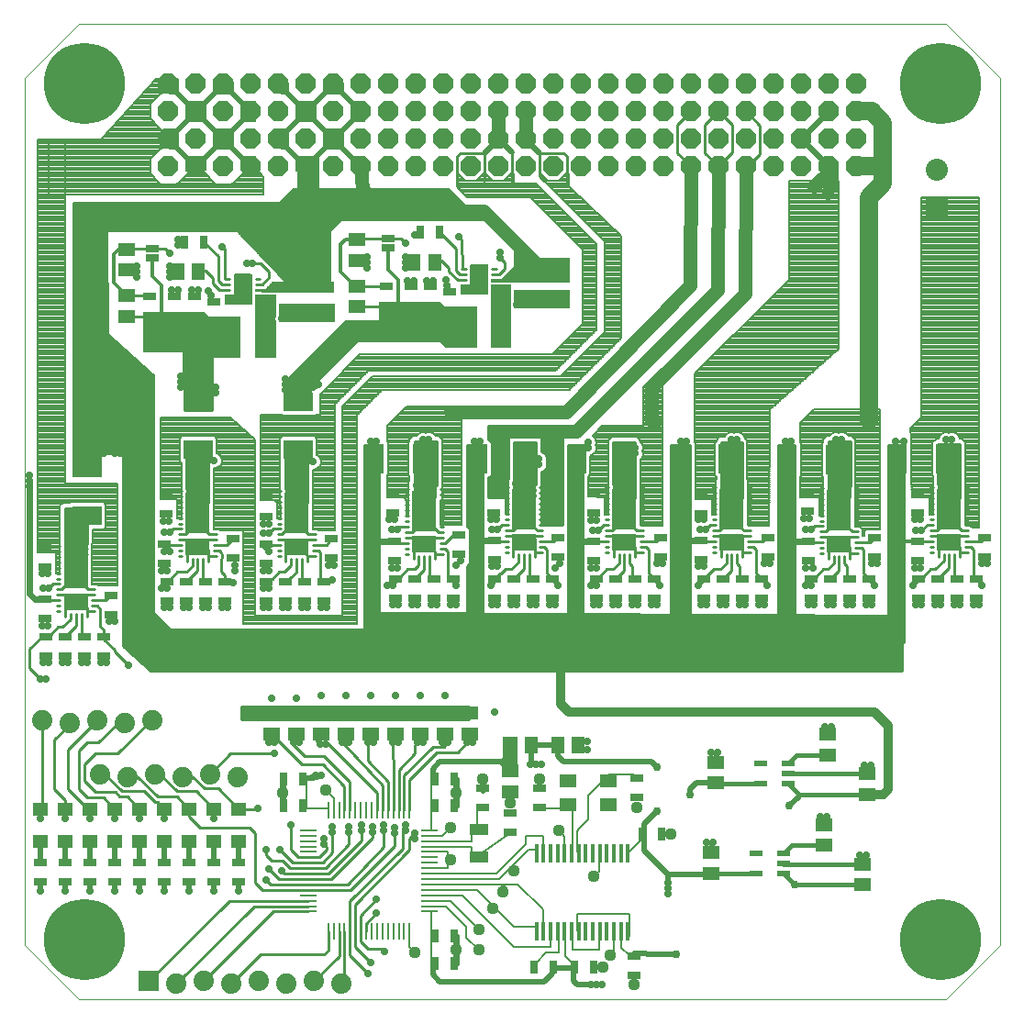
<source format=gtl>
G75*
%MOIN*%
%OFA0B0*%
%FSLAX25Y25*%
%IPPOS*%
%LPD*%
%AMOC8*
5,1,8,0,0,1.08239X$1,22.5*
%
%ADD10OC8,0.07400*%
%ADD11R,0.04724X0.03150*%
%ADD12R,0.10630X0.07087*%
%ADD13C,0.00945*%
%ADD14R,0.08858X0.05961*%
%ADD15R,0.08858X0.15102*%
%ADD16R,0.07087X0.10630*%
%ADD17R,0.05118X0.05906*%
%ADD18R,0.03800X0.14600*%
%ADD19C,0.00504*%
%ADD20R,0.00984X0.06102*%
%ADD21R,0.06102X0.00984*%
%ADD22R,0.01575X0.06890*%
%ADD23R,0.07087X0.03937*%
%ADD24R,0.03150X0.04724*%
%ADD25C,0.00800*%
%ADD26C,0.04400*%
%ADD27C,0.02400*%
%ADD28R,0.06299X0.04921*%
%ADD29R,0.03937X0.00984*%
%ADD30R,0.00984X0.03937*%
%ADD31R,0.07400X0.07400*%
%ADD32C,0.07400*%
%ADD33R,0.05906X0.05118*%
%ADD34R,0.04724X0.02165*%
%ADD35R,0.05000X0.02500*%
%ADD36R,0.08000X0.08000*%
%ADD37C,0.08000*%
%ADD38R,0.05512X0.04724*%
%ADD39C,0.00000*%
%ADD40C,0.29528*%
%ADD41C,0.01000*%
%ADD42C,0.02781*%
%ADD43C,0.00100*%
%ADD44C,0.01600*%
%ADD45C,0.00990*%
%ADD46C,0.02000*%
%ADD47C,0.05000*%
%ADD48C,0.01200*%
%ADD49C,0.02978*%
%ADD50C,0.03200*%
%ADD51C,0.04000*%
%ADD52C,0.06500*%
%ADD53C,0.00900*%
%ADD54C,0.00001*%
D10*
X0063100Y0314178D03*
X0073100Y0314178D03*
X0083100Y0314178D03*
X0093100Y0314178D03*
X0103100Y0314178D03*
X0113100Y0314178D03*
X0123100Y0314178D03*
X0133100Y0314178D03*
X0143100Y0314178D03*
X0153100Y0314178D03*
X0163100Y0314178D03*
X0173100Y0314178D03*
X0183100Y0314178D03*
X0193100Y0314178D03*
X0203100Y0314178D03*
X0213100Y0314178D03*
X0223100Y0314178D03*
X0233100Y0314178D03*
X0243100Y0314178D03*
X0253100Y0314178D03*
X0263100Y0314178D03*
X0273100Y0314178D03*
X0283100Y0314178D03*
X0293100Y0314178D03*
X0303100Y0314178D03*
X0313100Y0314178D03*
X0313100Y0324178D03*
X0303100Y0324178D03*
X0303100Y0334178D03*
X0313100Y0334178D03*
X0313100Y0344178D03*
X0303100Y0344178D03*
X0293100Y0344178D03*
X0293100Y0334178D03*
X0293100Y0324178D03*
X0283100Y0324178D03*
X0273100Y0324178D03*
X0273100Y0334178D03*
X0283100Y0334178D03*
X0283100Y0344178D03*
X0273100Y0344178D03*
X0263100Y0344178D03*
X0253100Y0344178D03*
X0253100Y0334178D03*
X0253100Y0324178D03*
X0263100Y0324178D03*
X0263100Y0334178D03*
X0243100Y0334178D03*
X0243100Y0324178D03*
X0233100Y0324178D03*
X0223100Y0324178D03*
X0223100Y0334178D03*
X0233100Y0334178D03*
X0233100Y0344178D03*
X0223100Y0344178D03*
X0213100Y0344178D03*
X0203100Y0344178D03*
X0203100Y0334178D03*
X0203100Y0324178D03*
X0213100Y0324178D03*
X0213100Y0334178D03*
X0193100Y0334178D03*
X0193100Y0324178D03*
X0183100Y0324178D03*
X0173100Y0324178D03*
X0173100Y0334178D03*
X0183100Y0334178D03*
X0183100Y0344178D03*
X0173100Y0344178D03*
X0163100Y0344178D03*
X0163100Y0334178D03*
X0163100Y0324178D03*
X0153100Y0324178D03*
X0143100Y0324178D03*
X0143100Y0334178D03*
X0153100Y0334178D03*
X0153100Y0344178D03*
X0143100Y0344178D03*
X0133100Y0344178D03*
X0123100Y0344178D03*
X0123100Y0334178D03*
X0123100Y0324178D03*
X0133100Y0324178D03*
X0133100Y0334178D03*
X0113100Y0334178D03*
X0113100Y0324178D03*
X0103100Y0324178D03*
X0093100Y0324178D03*
X0093100Y0334178D03*
X0103100Y0334178D03*
X0103100Y0344178D03*
X0093100Y0344178D03*
X0083100Y0344178D03*
X0073100Y0344178D03*
X0073100Y0334178D03*
X0073100Y0324178D03*
X0083100Y0324178D03*
X0083100Y0334178D03*
X0063100Y0334178D03*
X0063100Y0324178D03*
X0063100Y0344178D03*
X0113100Y0344178D03*
X0193100Y0344178D03*
X0243100Y0344178D03*
D11*
X0205900Y0274410D03*
X0205900Y0267323D03*
X0198900Y0267323D03*
X0191900Y0267323D03*
X0191900Y0274410D03*
X0198900Y0274410D03*
X0165500Y0268610D03*
X0165500Y0261523D03*
X0158400Y0263523D03*
X0158400Y0270610D03*
X0151300Y0270610D03*
X0151300Y0263523D03*
X0142300Y0263523D03*
X0142300Y0270610D03*
X0120100Y0270010D03*
X0113300Y0270010D03*
X0106500Y0270010D03*
X0106500Y0262923D03*
X0113300Y0262923D03*
X0120100Y0262923D03*
X0079900Y0265010D03*
X0072800Y0267010D03*
X0072800Y0259923D03*
X0079900Y0257923D03*
X0065500Y0259923D03*
X0065500Y0267010D03*
X0056500Y0267010D03*
X0056500Y0259923D03*
X0062320Y0194915D03*
X0062320Y0187829D03*
X0061900Y0176910D03*
X0061900Y0169823D03*
X0062900Y0163410D03*
X0069900Y0163410D03*
X0076900Y0163410D03*
X0083900Y0163410D03*
X0083900Y0156323D03*
X0076900Y0156323D03*
X0069900Y0156323D03*
X0062900Y0156323D03*
X0042400Y0158410D03*
X0042400Y0151323D03*
X0039900Y0143410D03*
X0032900Y0143410D03*
X0025900Y0143410D03*
X0018900Y0143410D03*
X0018400Y0149823D03*
X0018400Y0156910D03*
X0018520Y0168629D03*
X0018520Y0175715D03*
X0018900Y0136323D03*
X0025900Y0136323D03*
X0032900Y0136323D03*
X0039900Y0136323D03*
X0086700Y0171823D03*
X0086700Y0178910D03*
X0098900Y0176910D03*
X0098900Y0169823D03*
X0098900Y0163410D03*
X0105900Y0163410D03*
X0112900Y0163410D03*
X0119900Y0163410D03*
X0119900Y0156323D03*
X0112900Y0156323D03*
X0105900Y0156323D03*
X0098900Y0156323D03*
X0122300Y0171823D03*
X0122300Y0178910D03*
X0145400Y0177910D03*
X0145400Y0170823D03*
X0145900Y0164410D03*
X0152900Y0164410D03*
X0159900Y0164410D03*
X0166900Y0164410D03*
X0166900Y0157323D03*
X0159900Y0157323D03*
X0152900Y0157323D03*
X0145900Y0157323D03*
X0168700Y0173323D03*
X0168700Y0180410D03*
X0181900Y0178410D03*
X0181900Y0171323D03*
X0181900Y0164410D03*
X0188900Y0164410D03*
X0195900Y0164410D03*
X0202900Y0164410D03*
X0202900Y0157323D03*
X0195900Y0157323D03*
X0188900Y0157323D03*
X0181900Y0157323D03*
X0204600Y0172323D03*
X0204600Y0179410D03*
X0217900Y0177910D03*
X0217900Y0170823D03*
X0218900Y0164410D03*
X0225900Y0164410D03*
X0232900Y0164410D03*
X0239900Y0164410D03*
X0239900Y0157323D03*
X0232900Y0157323D03*
X0225900Y0157323D03*
X0218900Y0157323D03*
X0242000Y0172323D03*
X0242000Y0179410D03*
X0256900Y0178410D03*
X0256900Y0171323D03*
X0257900Y0164410D03*
X0264900Y0164410D03*
X0271900Y0164410D03*
X0278900Y0164410D03*
X0278900Y0157323D03*
X0271900Y0157323D03*
X0264900Y0157323D03*
X0257900Y0157323D03*
X0281000Y0172323D03*
X0281000Y0179410D03*
X0295900Y0177910D03*
X0295900Y0170823D03*
X0296900Y0164410D03*
X0303900Y0164410D03*
X0310900Y0164410D03*
X0317900Y0164410D03*
X0317900Y0157323D03*
X0310900Y0157323D03*
X0303900Y0157323D03*
X0296900Y0157323D03*
X0319800Y0172323D03*
X0319800Y0179410D03*
X0335400Y0177910D03*
X0335400Y0170823D03*
X0335900Y0164410D03*
X0342900Y0164410D03*
X0349900Y0164410D03*
X0356900Y0164410D03*
X0356900Y0157323D03*
X0349900Y0157323D03*
X0342900Y0157323D03*
X0335900Y0157323D03*
X0359900Y0172323D03*
X0359900Y0179410D03*
X0335500Y0188323D03*
X0335500Y0195410D03*
X0295400Y0195910D03*
X0295400Y0188823D03*
X0256900Y0187823D03*
X0256900Y0194910D03*
X0217900Y0195410D03*
X0217900Y0188323D03*
X0181300Y0188323D03*
X0181300Y0195410D03*
X0144900Y0195410D03*
X0144900Y0188323D03*
X0098720Y0186829D03*
X0098720Y0193915D03*
X0177439Y0088306D03*
X0177439Y0081219D03*
X0187281Y0079448D03*
X0187281Y0072361D03*
X0198108Y0081219D03*
X0198108Y0088306D03*
X0233541Y0084822D03*
X0233541Y0091908D03*
X0232557Y0027440D03*
X0232557Y0020353D03*
X0088900Y0054323D03*
X0088900Y0061410D03*
X0079900Y0061410D03*
X0079900Y0054323D03*
X0070900Y0054323D03*
X0070900Y0061410D03*
X0061900Y0061410D03*
X0061900Y0054323D03*
X0052900Y0054323D03*
X0052900Y0061410D03*
X0043900Y0061410D03*
X0043900Y0054323D03*
X0034900Y0054323D03*
X0034900Y0061410D03*
X0025900Y0061410D03*
X0025900Y0054323D03*
X0016900Y0054323D03*
X0016900Y0061410D03*
D12*
X0033700Y0187238D03*
X0033700Y0204561D03*
X0074100Y0211238D03*
X0074100Y0228561D03*
X0110500Y0228561D03*
X0110500Y0211238D03*
D13*
X0109800Y0198168D02*
X0109800Y0197144D01*
X0109800Y0198168D02*
X0109800Y0198168D01*
X0109800Y0197144D01*
X0109800Y0197144D01*
X0109800Y0198088D02*
X0109800Y0198088D01*
X0107831Y0198168D02*
X0107831Y0197144D01*
X0107831Y0198168D02*
X0107831Y0198168D01*
X0107831Y0197144D01*
X0107831Y0197144D01*
X0107831Y0198088D02*
X0107831Y0198088D01*
X0105863Y0198168D02*
X0105863Y0197144D01*
X0105863Y0198168D02*
X0105863Y0198168D01*
X0105863Y0197144D01*
X0105863Y0197144D01*
X0105863Y0198088D02*
X0105863Y0198088D01*
X0104013Y0196278D02*
X0102989Y0196278D01*
X0104013Y0196278D02*
X0104013Y0196278D01*
X0102989Y0196278D01*
X0102989Y0196278D01*
X0102989Y0194309D02*
X0104013Y0194309D01*
X0104013Y0194309D01*
X0102989Y0194309D01*
X0102989Y0194309D01*
X0102989Y0192341D02*
X0104013Y0192341D01*
X0104013Y0192341D01*
X0102989Y0192341D01*
X0102989Y0192341D01*
X0102989Y0190372D02*
X0104013Y0190372D01*
X0104013Y0190372D01*
X0102989Y0190372D01*
X0102989Y0190372D01*
X0102989Y0188404D02*
X0104013Y0188404D01*
X0104013Y0188404D01*
X0102989Y0188404D01*
X0102989Y0188404D01*
X0102989Y0186435D02*
X0104013Y0186435D01*
X0104013Y0186435D01*
X0102989Y0186435D01*
X0102989Y0186435D01*
X0102989Y0184467D02*
X0104013Y0184467D01*
X0104013Y0184467D01*
X0102989Y0184467D01*
X0102989Y0184467D01*
X0102989Y0182498D02*
X0104013Y0182498D01*
X0104013Y0182498D01*
X0102989Y0182498D01*
X0102989Y0182498D01*
X0102989Y0180530D02*
X0104013Y0180530D01*
X0104013Y0180530D01*
X0102989Y0180530D01*
X0102989Y0180530D01*
X0102989Y0178561D02*
X0104013Y0178561D01*
X0104013Y0178561D01*
X0102989Y0178561D01*
X0102989Y0178561D01*
X0102989Y0176593D02*
X0104013Y0176593D01*
X0104013Y0176593D01*
X0102989Y0176593D01*
X0102989Y0176593D01*
X0102989Y0174624D02*
X0104013Y0174624D01*
X0104013Y0174624D01*
X0102989Y0174624D01*
X0102989Y0174624D01*
X0102989Y0172656D02*
X0104013Y0172656D01*
X0104013Y0172656D01*
X0102989Y0172656D01*
X0102989Y0172656D01*
X0105863Y0171790D02*
X0105863Y0170766D01*
X0105863Y0170766D01*
X0105863Y0171790D01*
X0105863Y0171790D01*
X0105863Y0171710D02*
X0105863Y0171710D01*
X0107831Y0171790D02*
X0107831Y0170766D01*
X0107831Y0170766D01*
X0107831Y0171790D01*
X0107831Y0171790D01*
X0107831Y0171710D02*
X0107831Y0171710D01*
X0109800Y0171790D02*
X0109800Y0170766D01*
X0109800Y0170766D01*
X0109800Y0171790D01*
X0109800Y0171790D01*
X0109800Y0171710D02*
X0109800Y0171710D01*
X0111769Y0171790D02*
X0111769Y0170766D01*
X0111769Y0170766D01*
X0111769Y0171790D01*
X0111769Y0171790D01*
X0111769Y0171710D02*
X0111769Y0171710D01*
X0113737Y0171790D02*
X0113737Y0170766D01*
X0113737Y0170766D01*
X0113737Y0171790D01*
X0113737Y0171790D01*
X0113737Y0171710D02*
X0113737Y0171710D01*
X0115587Y0172656D02*
X0116611Y0172656D01*
X0115587Y0172656D02*
X0115587Y0172656D01*
X0116611Y0172656D01*
X0116611Y0172656D01*
X0116611Y0174624D02*
X0115587Y0174624D01*
X0115587Y0174624D01*
X0116611Y0174624D01*
X0116611Y0174624D01*
X0116611Y0176593D02*
X0115587Y0176593D01*
X0115587Y0176593D01*
X0116611Y0176593D01*
X0116611Y0176593D01*
X0116611Y0178561D02*
X0115587Y0178561D01*
X0115587Y0178561D01*
X0116611Y0178561D01*
X0116611Y0178561D01*
X0116611Y0180530D02*
X0115587Y0180530D01*
X0115587Y0180530D01*
X0116611Y0180530D01*
X0116611Y0180530D01*
X0116611Y0182498D02*
X0115587Y0182498D01*
X0115587Y0182498D01*
X0116611Y0182498D01*
X0116611Y0182498D01*
X0116611Y0184467D02*
X0115587Y0184467D01*
X0115587Y0184467D01*
X0116611Y0184467D01*
X0116611Y0184467D01*
X0116611Y0186435D02*
X0115587Y0186435D01*
X0115587Y0186435D01*
X0116611Y0186435D01*
X0116611Y0186435D01*
X0116611Y0188404D02*
X0115587Y0188404D01*
X0115587Y0188404D01*
X0116611Y0188404D01*
X0116611Y0188404D01*
X0116611Y0190372D02*
X0115587Y0190372D01*
X0115587Y0190372D01*
X0116611Y0190372D01*
X0116611Y0190372D01*
X0116611Y0192341D02*
X0115587Y0192341D01*
X0115587Y0192341D01*
X0116611Y0192341D01*
X0116611Y0192341D01*
X0116611Y0194309D02*
X0115587Y0194309D01*
X0115587Y0194309D01*
X0116611Y0194309D01*
X0116611Y0194309D01*
X0116611Y0196278D02*
X0115587Y0196278D01*
X0115587Y0196278D01*
X0116611Y0196278D01*
X0116611Y0196278D01*
X0113737Y0197144D02*
X0113737Y0198168D01*
X0113737Y0198168D01*
X0113737Y0197144D01*
X0113737Y0197144D01*
X0113737Y0198088D02*
X0113737Y0198088D01*
X0111769Y0198168D02*
X0111769Y0197144D01*
X0111769Y0198168D02*
X0111769Y0198168D01*
X0111769Y0197144D01*
X0111769Y0197144D01*
X0111769Y0198088D02*
X0111769Y0198088D01*
X0080711Y0196278D02*
X0079687Y0196278D01*
X0079687Y0196278D01*
X0080711Y0196278D01*
X0080711Y0196278D01*
X0080711Y0194309D02*
X0079687Y0194309D01*
X0079687Y0194309D01*
X0080711Y0194309D01*
X0080711Y0194309D01*
X0080711Y0192341D02*
X0079687Y0192341D01*
X0079687Y0192341D01*
X0080711Y0192341D01*
X0080711Y0192341D01*
X0080711Y0190372D02*
X0079687Y0190372D01*
X0079687Y0190372D01*
X0080711Y0190372D01*
X0080711Y0190372D01*
X0080711Y0188404D02*
X0079687Y0188404D01*
X0079687Y0188404D01*
X0080711Y0188404D01*
X0080711Y0188404D01*
X0080711Y0186435D02*
X0079687Y0186435D01*
X0079687Y0186435D01*
X0080711Y0186435D01*
X0080711Y0186435D01*
X0080711Y0184467D02*
X0079687Y0184467D01*
X0079687Y0184467D01*
X0080711Y0184467D01*
X0080711Y0184467D01*
X0080711Y0182498D02*
X0079687Y0182498D01*
X0079687Y0182498D01*
X0080711Y0182498D01*
X0080711Y0182498D01*
X0080711Y0180530D02*
X0079687Y0180530D01*
X0079687Y0180530D01*
X0080711Y0180530D01*
X0080711Y0180530D01*
X0080711Y0178561D02*
X0079687Y0178561D01*
X0079687Y0178561D01*
X0080711Y0178561D01*
X0080711Y0178561D01*
X0080711Y0176593D02*
X0079687Y0176593D01*
X0079687Y0176593D01*
X0080711Y0176593D01*
X0080711Y0176593D01*
X0080711Y0174624D02*
X0079687Y0174624D01*
X0079687Y0174624D01*
X0080711Y0174624D01*
X0080711Y0174624D01*
X0080711Y0172656D02*
X0079687Y0172656D01*
X0079687Y0172656D01*
X0080711Y0172656D01*
X0080711Y0172656D01*
X0077837Y0171790D02*
X0077837Y0170766D01*
X0077837Y0170766D01*
X0077837Y0171790D01*
X0077837Y0171790D01*
X0077837Y0171710D02*
X0077837Y0171710D01*
X0075869Y0171790D02*
X0075869Y0170766D01*
X0075869Y0170766D01*
X0075869Y0171790D01*
X0075869Y0171790D01*
X0075869Y0171710D02*
X0075869Y0171710D01*
X0073900Y0171790D02*
X0073900Y0170766D01*
X0073900Y0170766D01*
X0073900Y0171790D01*
X0073900Y0171790D01*
X0073900Y0171710D02*
X0073900Y0171710D01*
X0071931Y0171790D02*
X0071931Y0170766D01*
X0071931Y0170766D01*
X0071931Y0171790D01*
X0071931Y0171790D01*
X0071931Y0171710D02*
X0071931Y0171710D01*
X0069963Y0171790D02*
X0069963Y0170766D01*
X0069963Y0170766D01*
X0069963Y0171790D01*
X0069963Y0171790D01*
X0069963Y0171710D02*
X0069963Y0171710D01*
X0068113Y0172656D02*
X0067089Y0172656D01*
X0068113Y0172656D02*
X0068113Y0172656D01*
X0067089Y0172656D01*
X0067089Y0172656D01*
X0067089Y0174624D02*
X0068113Y0174624D01*
X0068113Y0174624D01*
X0067089Y0174624D01*
X0067089Y0174624D01*
X0067089Y0176593D02*
X0068113Y0176593D01*
X0068113Y0176593D01*
X0067089Y0176593D01*
X0067089Y0176593D01*
X0067089Y0178561D02*
X0068113Y0178561D01*
X0068113Y0178561D01*
X0067089Y0178561D01*
X0067089Y0178561D01*
X0067089Y0180530D02*
X0068113Y0180530D01*
X0068113Y0180530D01*
X0067089Y0180530D01*
X0067089Y0180530D01*
X0067089Y0182498D02*
X0068113Y0182498D01*
X0068113Y0182498D01*
X0067089Y0182498D01*
X0067089Y0182498D01*
X0067089Y0184467D02*
X0068113Y0184467D01*
X0068113Y0184467D01*
X0067089Y0184467D01*
X0067089Y0184467D01*
X0067089Y0186435D02*
X0068113Y0186435D01*
X0068113Y0186435D01*
X0067089Y0186435D01*
X0067089Y0186435D01*
X0067089Y0188404D02*
X0068113Y0188404D01*
X0068113Y0188404D01*
X0067089Y0188404D01*
X0067089Y0188404D01*
X0067089Y0190372D02*
X0068113Y0190372D01*
X0068113Y0190372D01*
X0067089Y0190372D01*
X0067089Y0190372D01*
X0067089Y0192341D02*
X0068113Y0192341D01*
X0068113Y0192341D01*
X0067089Y0192341D01*
X0067089Y0192341D01*
X0067089Y0194309D02*
X0068113Y0194309D01*
X0068113Y0194309D01*
X0067089Y0194309D01*
X0067089Y0194309D01*
X0067089Y0196278D02*
X0068113Y0196278D01*
X0068113Y0196278D01*
X0067089Y0196278D01*
X0067089Y0196278D01*
X0069963Y0197144D02*
X0069963Y0198168D01*
X0069963Y0198168D01*
X0069963Y0197144D01*
X0069963Y0197144D01*
X0069963Y0198088D02*
X0069963Y0198088D01*
X0071931Y0198168D02*
X0071931Y0197144D01*
X0071931Y0198168D02*
X0071931Y0198168D01*
X0071931Y0197144D01*
X0071931Y0197144D01*
X0071931Y0198088D02*
X0071931Y0198088D01*
X0073900Y0198168D02*
X0073900Y0197144D01*
X0073900Y0198168D02*
X0073900Y0198168D01*
X0073900Y0197144D01*
X0073900Y0197144D01*
X0073900Y0198088D02*
X0073900Y0198088D01*
X0075869Y0198168D02*
X0075869Y0197144D01*
X0075869Y0198168D02*
X0075869Y0198168D01*
X0075869Y0197144D01*
X0075869Y0197144D01*
X0075869Y0198088D02*
X0075869Y0198088D01*
X0077837Y0198168D02*
X0077837Y0197144D01*
X0077837Y0198168D02*
X0077837Y0198168D01*
X0077837Y0197144D01*
X0077837Y0197144D01*
X0077837Y0198088D02*
X0077837Y0198088D01*
X0036511Y0176278D02*
X0035487Y0176278D01*
X0035487Y0176278D01*
X0036511Y0176278D01*
X0036511Y0176278D01*
X0036511Y0174309D02*
X0035487Y0174309D01*
X0035487Y0174309D01*
X0036511Y0174309D01*
X0036511Y0174309D01*
X0036511Y0172341D02*
X0035487Y0172341D01*
X0035487Y0172341D01*
X0036511Y0172341D01*
X0036511Y0172341D01*
X0036511Y0170372D02*
X0035487Y0170372D01*
X0035487Y0170372D01*
X0036511Y0170372D01*
X0036511Y0170372D01*
X0036511Y0168404D02*
X0035487Y0168404D01*
X0035487Y0168404D01*
X0036511Y0168404D01*
X0036511Y0168404D01*
X0036511Y0166435D02*
X0035487Y0166435D01*
X0035487Y0166435D01*
X0036511Y0166435D01*
X0036511Y0166435D01*
X0036511Y0164467D02*
X0035487Y0164467D01*
X0035487Y0164467D01*
X0036511Y0164467D01*
X0036511Y0164467D01*
X0036511Y0162498D02*
X0035487Y0162498D01*
X0035487Y0162498D01*
X0036511Y0162498D01*
X0036511Y0162498D01*
X0036511Y0160530D02*
X0035487Y0160530D01*
X0035487Y0160530D01*
X0036511Y0160530D01*
X0036511Y0160530D01*
X0036511Y0158561D02*
X0035487Y0158561D01*
X0035487Y0158561D01*
X0036511Y0158561D01*
X0036511Y0158561D01*
X0036511Y0156593D02*
X0035487Y0156593D01*
X0035487Y0156593D01*
X0036511Y0156593D01*
X0036511Y0156593D01*
X0036511Y0154624D02*
X0035487Y0154624D01*
X0035487Y0154624D01*
X0036511Y0154624D01*
X0036511Y0154624D01*
X0036511Y0152656D02*
X0035487Y0152656D01*
X0035487Y0152656D01*
X0036511Y0152656D01*
X0036511Y0152656D01*
X0033637Y0151790D02*
X0033637Y0150766D01*
X0033637Y0150766D01*
X0033637Y0151790D01*
X0033637Y0151790D01*
X0033637Y0151710D02*
X0033637Y0151710D01*
X0031669Y0151790D02*
X0031669Y0150766D01*
X0031669Y0150766D01*
X0031669Y0151790D01*
X0031669Y0151790D01*
X0031669Y0151710D02*
X0031669Y0151710D01*
X0029700Y0151790D02*
X0029700Y0150766D01*
X0029700Y0150766D01*
X0029700Y0151790D01*
X0029700Y0151790D01*
X0029700Y0151710D02*
X0029700Y0151710D01*
X0027731Y0151790D02*
X0027731Y0150766D01*
X0027731Y0150766D01*
X0027731Y0151790D01*
X0027731Y0151790D01*
X0027731Y0151710D02*
X0027731Y0151710D01*
X0025763Y0151790D02*
X0025763Y0150766D01*
X0025763Y0150766D01*
X0025763Y0151790D01*
X0025763Y0151790D01*
X0025763Y0151710D02*
X0025763Y0151710D01*
X0023913Y0152656D02*
X0022889Y0152656D01*
X0023913Y0152656D02*
X0023913Y0152656D01*
X0022889Y0152656D01*
X0022889Y0152656D01*
X0022889Y0154624D02*
X0023913Y0154624D01*
X0023913Y0154624D01*
X0022889Y0154624D01*
X0022889Y0154624D01*
X0022889Y0156593D02*
X0023913Y0156593D01*
X0023913Y0156593D01*
X0022889Y0156593D01*
X0022889Y0156593D01*
X0022889Y0158561D02*
X0023913Y0158561D01*
X0023913Y0158561D01*
X0022889Y0158561D01*
X0022889Y0158561D01*
X0022889Y0160530D02*
X0023913Y0160530D01*
X0023913Y0160530D01*
X0022889Y0160530D01*
X0022889Y0160530D01*
X0022889Y0162498D02*
X0023913Y0162498D01*
X0023913Y0162498D01*
X0022889Y0162498D01*
X0022889Y0162498D01*
X0022889Y0164467D02*
X0023913Y0164467D01*
X0023913Y0164467D01*
X0022889Y0164467D01*
X0022889Y0164467D01*
X0022889Y0166435D02*
X0023913Y0166435D01*
X0023913Y0166435D01*
X0022889Y0166435D01*
X0022889Y0166435D01*
X0022889Y0168404D02*
X0023913Y0168404D01*
X0023913Y0168404D01*
X0022889Y0168404D01*
X0022889Y0168404D01*
X0022889Y0170372D02*
X0023913Y0170372D01*
X0023913Y0170372D01*
X0022889Y0170372D01*
X0022889Y0170372D01*
X0022889Y0172341D02*
X0023913Y0172341D01*
X0023913Y0172341D01*
X0022889Y0172341D01*
X0022889Y0172341D01*
X0022889Y0174309D02*
X0023913Y0174309D01*
X0023913Y0174309D01*
X0022889Y0174309D01*
X0022889Y0174309D01*
X0022889Y0176278D02*
X0023913Y0176278D01*
X0023913Y0176278D01*
X0022889Y0176278D01*
X0022889Y0176278D01*
X0025763Y0177144D02*
X0025763Y0178168D01*
X0025763Y0178168D01*
X0025763Y0177144D01*
X0025763Y0177144D01*
X0025763Y0178088D02*
X0025763Y0178088D01*
X0027731Y0178168D02*
X0027731Y0177144D01*
X0027731Y0178168D02*
X0027731Y0178168D01*
X0027731Y0177144D01*
X0027731Y0177144D01*
X0027731Y0178088D02*
X0027731Y0178088D01*
X0029700Y0178168D02*
X0029700Y0177144D01*
X0029700Y0178168D02*
X0029700Y0178168D01*
X0029700Y0177144D01*
X0029700Y0177144D01*
X0029700Y0178088D02*
X0029700Y0178088D01*
X0031669Y0178168D02*
X0031669Y0177144D01*
X0031669Y0178168D02*
X0031669Y0178168D01*
X0031669Y0177144D01*
X0031669Y0177144D01*
X0031669Y0178088D02*
X0031669Y0178088D01*
X0033637Y0178168D02*
X0033637Y0177144D01*
X0033637Y0178168D02*
X0033637Y0178168D01*
X0033637Y0177144D01*
X0033637Y0177144D01*
X0033637Y0178088D02*
X0033637Y0178088D01*
X0084079Y0267314D02*
X0085497Y0267314D01*
X0085497Y0267314D01*
X0084079Y0267314D01*
X0084079Y0267314D01*
X0084079Y0269282D02*
X0085497Y0269282D01*
X0085497Y0269282D01*
X0084079Y0269282D01*
X0084079Y0269282D01*
X0084079Y0271251D02*
X0085497Y0271251D01*
X0085497Y0271251D01*
X0084079Y0271251D01*
X0084079Y0271251D01*
X0084079Y0273219D02*
X0085497Y0273219D01*
X0085497Y0273219D01*
X0084079Y0273219D01*
X0084079Y0273219D01*
X0095103Y0273219D02*
X0096521Y0273219D01*
X0095103Y0273219D02*
X0095103Y0273219D01*
X0096521Y0273219D01*
X0096521Y0273219D01*
X0096521Y0271251D02*
X0095103Y0271251D01*
X0095103Y0271251D01*
X0096521Y0271251D01*
X0096521Y0271251D01*
X0096521Y0269282D02*
X0095103Y0269282D01*
X0095103Y0269282D01*
X0096521Y0269282D01*
X0096521Y0269282D01*
X0096521Y0267314D02*
X0095103Y0267314D01*
X0095103Y0267314D01*
X0096521Y0267314D01*
X0096521Y0267314D01*
X0152263Y0198968D02*
X0152263Y0197944D01*
X0152263Y0198968D02*
X0152263Y0198968D01*
X0152263Y0197944D01*
X0152263Y0197944D01*
X0152263Y0198888D02*
X0152263Y0198888D01*
X0154231Y0198968D02*
X0154231Y0197944D01*
X0154231Y0198968D02*
X0154231Y0198968D01*
X0154231Y0197944D01*
X0154231Y0197944D01*
X0154231Y0198888D02*
X0154231Y0198888D01*
X0156200Y0198968D02*
X0156200Y0197944D01*
X0156200Y0198968D02*
X0156200Y0198968D01*
X0156200Y0197944D01*
X0156200Y0197944D01*
X0156200Y0198888D02*
X0156200Y0198888D01*
X0158169Y0198968D02*
X0158169Y0197944D01*
X0158169Y0198968D02*
X0158169Y0198968D01*
X0158169Y0197944D01*
X0158169Y0197944D01*
X0158169Y0198888D02*
X0158169Y0198888D01*
X0160137Y0198968D02*
X0160137Y0197944D01*
X0160137Y0198968D02*
X0160137Y0198968D01*
X0160137Y0197944D01*
X0160137Y0197944D01*
X0160137Y0198888D02*
X0160137Y0198888D01*
X0161987Y0197078D02*
X0163011Y0197078D01*
X0161987Y0197078D02*
X0161987Y0197078D01*
X0163011Y0197078D01*
X0163011Y0197078D01*
X0163011Y0195109D02*
X0161987Y0195109D01*
X0161987Y0195109D01*
X0163011Y0195109D01*
X0163011Y0195109D01*
X0163011Y0193141D02*
X0161987Y0193141D01*
X0161987Y0193141D01*
X0163011Y0193141D01*
X0163011Y0193141D01*
X0163011Y0191172D02*
X0161987Y0191172D01*
X0161987Y0191172D01*
X0163011Y0191172D01*
X0163011Y0191172D01*
X0163011Y0189204D02*
X0161987Y0189204D01*
X0161987Y0189204D01*
X0163011Y0189204D01*
X0163011Y0189204D01*
X0163011Y0187235D02*
X0161987Y0187235D01*
X0161987Y0187235D01*
X0163011Y0187235D01*
X0163011Y0187235D01*
X0163011Y0185267D02*
X0161987Y0185267D01*
X0161987Y0185267D01*
X0163011Y0185267D01*
X0163011Y0185267D01*
X0163011Y0183298D02*
X0161987Y0183298D01*
X0161987Y0183298D01*
X0163011Y0183298D01*
X0163011Y0183298D01*
X0163011Y0181330D02*
X0161987Y0181330D01*
X0161987Y0181330D01*
X0163011Y0181330D01*
X0163011Y0181330D01*
X0163011Y0179361D02*
X0161987Y0179361D01*
X0161987Y0179361D01*
X0163011Y0179361D01*
X0163011Y0179361D01*
X0163011Y0177393D02*
X0161987Y0177393D01*
X0161987Y0177393D01*
X0163011Y0177393D01*
X0163011Y0177393D01*
X0163011Y0175424D02*
X0161987Y0175424D01*
X0161987Y0175424D01*
X0163011Y0175424D01*
X0163011Y0175424D01*
X0163011Y0173456D02*
X0161987Y0173456D01*
X0161987Y0173456D01*
X0163011Y0173456D01*
X0163011Y0173456D01*
X0160137Y0172590D02*
X0160137Y0171566D01*
X0160137Y0171566D01*
X0160137Y0172590D01*
X0160137Y0172590D01*
X0160137Y0172510D02*
X0160137Y0172510D01*
X0158169Y0172590D02*
X0158169Y0171566D01*
X0158169Y0171566D01*
X0158169Y0172590D01*
X0158169Y0172590D01*
X0158169Y0172510D02*
X0158169Y0172510D01*
X0156200Y0172590D02*
X0156200Y0171566D01*
X0156200Y0171566D01*
X0156200Y0172590D01*
X0156200Y0172590D01*
X0156200Y0172510D02*
X0156200Y0172510D01*
X0154231Y0172590D02*
X0154231Y0171566D01*
X0154231Y0171566D01*
X0154231Y0172590D01*
X0154231Y0172590D01*
X0154231Y0172510D02*
X0154231Y0172510D01*
X0152263Y0172590D02*
X0152263Y0171566D01*
X0152263Y0171566D01*
X0152263Y0172590D01*
X0152263Y0172590D01*
X0152263Y0172510D02*
X0152263Y0172510D01*
X0150413Y0173456D02*
X0149389Y0173456D01*
X0150413Y0173456D02*
X0150413Y0173456D01*
X0149389Y0173456D01*
X0149389Y0173456D01*
X0149389Y0175424D02*
X0150413Y0175424D01*
X0150413Y0175424D01*
X0149389Y0175424D01*
X0149389Y0175424D01*
X0149389Y0177393D02*
X0150413Y0177393D01*
X0150413Y0177393D01*
X0149389Y0177393D01*
X0149389Y0177393D01*
X0149389Y0179361D02*
X0150413Y0179361D01*
X0150413Y0179361D01*
X0149389Y0179361D01*
X0149389Y0179361D01*
X0149389Y0181330D02*
X0150413Y0181330D01*
X0150413Y0181330D01*
X0149389Y0181330D01*
X0149389Y0181330D01*
X0149389Y0183298D02*
X0150413Y0183298D01*
X0150413Y0183298D01*
X0149389Y0183298D01*
X0149389Y0183298D01*
X0149389Y0185267D02*
X0150413Y0185267D01*
X0150413Y0185267D01*
X0149389Y0185267D01*
X0149389Y0185267D01*
X0149389Y0187235D02*
X0150413Y0187235D01*
X0150413Y0187235D01*
X0149389Y0187235D01*
X0149389Y0187235D01*
X0149389Y0189204D02*
X0150413Y0189204D01*
X0150413Y0189204D01*
X0149389Y0189204D01*
X0149389Y0189204D01*
X0149389Y0191172D02*
X0150413Y0191172D01*
X0150413Y0191172D01*
X0149389Y0191172D01*
X0149389Y0191172D01*
X0149389Y0193141D02*
X0150413Y0193141D01*
X0150413Y0193141D01*
X0149389Y0193141D01*
X0149389Y0193141D01*
X0149389Y0195109D02*
X0150413Y0195109D01*
X0150413Y0195109D01*
X0149389Y0195109D01*
X0149389Y0195109D01*
X0149389Y0197078D02*
X0150413Y0197078D01*
X0150413Y0197078D01*
X0149389Y0197078D01*
X0149389Y0197078D01*
X0185589Y0197678D02*
X0186613Y0197678D01*
X0186613Y0197678D01*
X0185589Y0197678D01*
X0185589Y0197678D01*
X0185589Y0195709D02*
X0186613Y0195709D01*
X0186613Y0195709D01*
X0185589Y0195709D01*
X0185589Y0195709D01*
X0185589Y0193741D02*
X0186613Y0193741D01*
X0186613Y0193741D01*
X0185589Y0193741D01*
X0185589Y0193741D01*
X0185589Y0191772D02*
X0186613Y0191772D01*
X0186613Y0191772D01*
X0185589Y0191772D01*
X0185589Y0191772D01*
X0185589Y0189804D02*
X0186613Y0189804D01*
X0186613Y0189804D01*
X0185589Y0189804D01*
X0185589Y0189804D01*
X0185589Y0187835D02*
X0186613Y0187835D01*
X0186613Y0187835D01*
X0185589Y0187835D01*
X0185589Y0187835D01*
X0185589Y0185867D02*
X0186613Y0185867D01*
X0186613Y0185867D01*
X0185589Y0185867D01*
X0185589Y0185867D01*
X0185589Y0183898D02*
X0186613Y0183898D01*
X0186613Y0183898D01*
X0185589Y0183898D01*
X0185589Y0183898D01*
X0185589Y0181930D02*
X0186613Y0181930D01*
X0186613Y0181930D01*
X0185589Y0181930D01*
X0185589Y0181930D01*
X0185589Y0179961D02*
X0186613Y0179961D01*
X0186613Y0179961D01*
X0185589Y0179961D01*
X0185589Y0179961D01*
X0185589Y0177993D02*
X0186613Y0177993D01*
X0186613Y0177993D01*
X0185589Y0177993D01*
X0185589Y0177993D01*
X0185589Y0176024D02*
X0186613Y0176024D01*
X0186613Y0176024D01*
X0185589Y0176024D01*
X0185589Y0176024D01*
X0185589Y0174056D02*
X0186613Y0174056D01*
X0186613Y0174056D01*
X0185589Y0174056D01*
X0185589Y0174056D01*
X0188463Y0173190D02*
X0188463Y0172166D01*
X0188463Y0172166D01*
X0188463Y0173190D01*
X0188463Y0173190D01*
X0188463Y0173110D02*
X0188463Y0173110D01*
X0190431Y0173190D02*
X0190431Y0172166D01*
X0190431Y0172166D01*
X0190431Y0173190D01*
X0190431Y0173190D01*
X0190431Y0173110D02*
X0190431Y0173110D01*
X0192400Y0173190D02*
X0192400Y0172166D01*
X0192400Y0172166D01*
X0192400Y0173190D01*
X0192400Y0173190D01*
X0192400Y0173110D02*
X0192400Y0173110D01*
X0194369Y0173190D02*
X0194369Y0172166D01*
X0194369Y0172166D01*
X0194369Y0173190D01*
X0194369Y0173190D01*
X0194369Y0173110D02*
X0194369Y0173110D01*
X0196337Y0173190D02*
X0196337Y0172166D01*
X0196337Y0172166D01*
X0196337Y0173190D01*
X0196337Y0173190D01*
X0196337Y0173110D02*
X0196337Y0173110D01*
X0198187Y0174056D02*
X0199211Y0174056D01*
X0198187Y0174056D02*
X0198187Y0174056D01*
X0199211Y0174056D01*
X0199211Y0174056D01*
X0199211Y0176024D02*
X0198187Y0176024D01*
X0198187Y0176024D01*
X0199211Y0176024D01*
X0199211Y0176024D01*
X0199211Y0177993D02*
X0198187Y0177993D01*
X0198187Y0177993D01*
X0199211Y0177993D01*
X0199211Y0177993D01*
X0199211Y0179961D02*
X0198187Y0179961D01*
X0198187Y0179961D01*
X0199211Y0179961D01*
X0199211Y0179961D01*
X0199211Y0181930D02*
X0198187Y0181930D01*
X0198187Y0181930D01*
X0199211Y0181930D01*
X0199211Y0181930D01*
X0199211Y0183898D02*
X0198187Y0183898D01*
X0198187Y0183898D01*
X0199211Y0183898D01*
X0199211Y0183898D01*
X0199211Y0185867D02*
X0198187Y0185867D01*
X0198187Y0185867D01*
X0199211Y0185867D01*
X0199211Y0185867D01*
X0199211Y0187835D02*
X0198187Y0187835D01*
X0198187Y0187835D01*
X0199211Y0187835D01*
X0199211Y0187835D01*
X0199211Y0189804D02*
X0198187Y0189804D01*
X0198187Y0189804D01*
X0199211Y0189804D01*
X0199211Y0189804D01*
X0199211Y0191772D02*
X0198187Y0191772D01*
X0198187Y0191772D01*
X0199211Y0191772D01*
X0199211Y0191772D01*
X0199211Y0193741D02*
X0198187Y0193741D01*
X0198187Y0193741D01*
X0199211Y0193741D01*
X0199211Y0193741D01*
X0199211Y0195709D02*
X0198187Y0195709D01*
X0198187Y0195709D01*
X0199211Y0195709D01*
X0199211Y0195709D01*
X0199211Y0197678D02*
X0198187Y0197678D01*
X0198187Y0197678D01*
X0199211Y0197678D01*
X0199211Y0197678D01*
X0196337Y0198544D02*
X0196337Y0199568D01*
X0196337Y0199568D01*
X0196337Y0198544D01*
X0196337Y0198544D01*
X0196337Y0199488D02*
X0196337Y0199488D01*
X0194369Y0199568D02*
X0194369Y0198544D01*
X0194369Y0199568D02*
X0194369Y0199568D01*
X0194369Y0198544D01*
X0194369Y0198544D01*
X0194369Y0199488D02*
X0194369Y0199488D01*
X0192400Y0199568D02*
X0192400Y0198544D01*
X0192400Y0199568D02*
X0192400Y0199568D01*
X0192400Y0198544D01*
X0192400Y0198544D01*
X0192400Y0199488D02*
X0192400Y0199488D01*
X0190431Y0199568D02*
X0190431Y0198544D01*
X0190431Y0199568D02*
X0190431Y0199568D01*
X0190431Y0198544D01*
X0190431Y0198544D01*
X0190431Y0199488D02*
X0190431Y0199488D01*
X0188463Y0199568D02*
X0188463Y0198544D01*
X0188463Y0199568D02*
X0188463Y0199568D01*
X0188463Y0198544D01*
X0188463Y0198544D01*
X0188463Y0199488D02*
X0188463Y0199488D01*
X0222089Y0197678D02*
X0223113Y0197678D01*
X0223113Y0197678D01*
X0222089Y0197678D01*
X0222089Y0197678D01*
X0222089Y0195709D02*
X0223113Y0195709D01*
X0223113Y0195709D01*
X0222089Y0195709D01*
X0222089Y0195709D01*
X0222089Y0193741D02*
X0223113Y0193741D01*
X0223113Y0193741D01*
X0222089Y0193741D01*
X0222089Y0193741D01*
X0222089Y0191772D02*
X0223113Y0191772D01*
X0223113Y0191772D01*
X0222089Y0191772D01*
X0222089Y0191772D01*
X0222089Y0189804D02*
X0223113Y0189804D01*
X0223113Y0189804D01*
X0222089Y0189804D01*
X0222089Y0189804D01*
X0222089Y0187835D02*
X0223113Y0187835D01*
X0223113Y0187835D01*
X0222089Y0187835D01*
X0222089Y0187835D01*
X0222089Y0185867D02*
X0223113Y0185867D01*
X0223113Y0185867D01*
X0222089Y0185867D01*
X0222089Y0185867D01*
X0222089Y0183898D02*
X0223113Y0183898D01*
X0223113Y0183898D01*
X0222089Y0183898D01*
X0222089Y0183898D01*
X0222089Y0181930D02*
X0223113Y0181930D01*
X0223113Y0181930D01*
X0222089Y0181930D01*
X0222089Y0181930D01*
X0222089Y0179961D02*
X0223113Y0179961D01*
X0223113Y0179961D01*
X0222089Y0179961D01*
X0222089Y0179961D01*
X0222089Y0177993D02*
X0223113Y0177993D01*
X0223113Y0177993D01*
X0222089Y0177993D01*
X0222089Y0177993D01*
X0222089Y0176024D02*
X0223113Y0176024D01*
X0223113Y0176024D01*
X0222089Y0176024D01*
X0222089Y0176024D01*
X0222089Y0174056D02*
X0223113Y0174056D01*
X0223113Y0174056D01*
X0222089Y0174056D01*
X0222089Y0174056D01*
X0224963Y0173190D02*
X0224963Y0172166D01*
X0224963Y0172166D01*
X0224963Y0173190D01*
X0224963Y0173190D01*
X0224963Y0173110D02*
X0224963Y0173110D01*
X0226931Y0173190D02*
X0226931Y0172166D01*
X0226931Y0172166D01*
X0226931Y0173190D01*
X0226931Y0173190D01*
X0226931Y0173110D02*
X0226931Y0173110D01*
X0228900Y0173190D02*
X0228900Y0172166D01*
X0228900Y0172166D01*
X0228900Y0173190D01*
X0228900Y0173190D01*
X0228900Y0173110D02*
X0228900Y0173110D01*
X0230869Y0173190D02*
X0230869Y0172166D01*
X0230869Y0172166D01*
X0230869Y0173190D01*
X0230869Y0173190D01*
X0230869Y0173110D02*
X0230869Y0173110D01*
X0232837Y0173190D02*
X0232837Y0172166D01*
X0232837Y0172166D01*
X0232837Y0173190D01*
X0232837Y0173190D01*
X0232837Y0173110D02*
X0232837Y0173110D01*
X0234687Y0174056D02*
X0235711Y0174056D01*
X0234687Y0174056D02*
X0234687Y0174056D01*
X0235711Y0174056D01*
X0235711Y0174056D01*
X0235711Y0176024D02*
X0234687Y0176024D01*
X0234687Y0176024D01*
X0235711Y0176024D01*
X0235711Y0176024D01*
X0235711Y0177993D02*
X0234687Y0177993D01*
X0234687Y0177993D01*
X0235711Y0177993D01*
X0235711Y0177993D01*
X0235711Y0179961D02*
X0234687Y0179961D01*
X0234687Y0179961D01*
X0235711Y0179961D01*
X0235711Y0179961D01*
X0235711Y0181930D02*
X0234687Y0181930D01*
X0234687Y0181930D01*
X0235711Y0181930D01*
X0235711Y0181930D01*
X0235711Y0183898D02*
X0234687Y0183898D01*
X0234687Y0183898D01*
X0235711Y0183898D01*
X0235711Y0183898D01*
X0235711Y0185867D02*
X0234687Y0185867D01*
X0234687Y0185867D01*
X0235711Y0185867D01*
X0235711Y0185867D01*
X0235711Y0187835D02*
X0234687Y0187835D01*
X0234687Y0187835D01*
X0235711Y0187835D01*
X0235711Y0187835D01*
X0235711Y0189804D02*
X0234687Y0189804D01*
X0234687Y0189804D01*
X0235711Y0189804D01*
X0235711Y0189804D01*
X0235711Y0191772D02*
X0234687Y0191772D01*
X0234687Y0191772D01*
X0235711Y0191772D01*
X0235711Y0191772D01*
X0235711Y0193741D02*
X0234687Y0193741D01*
X0234687Y0193741D01*
X0235711Y0193741D01*
X0235711Y0193741D01*
X0235711Y0195709D02*
X0234687Y0195709D01*
X0234687Y0195709D01*
X0235711Y0195709D01*
X0235711Y0195709D01*
X0235711Y0197678D02*
X0234687Y0197678D01*
X0234687Y0197678D01*
X0235711Y0197678D01*
X0235711Y0197678D01*
X0232837Y0198544D02*
X0232837Y0199568D01*
X0232837Y0199568D01*
X0232837Y0198544D01*
X0232837Y0198544D01*
X0232837Y0199488D02*
X0232837Y0199488D01*
X0230869Y0199568D02*
X0230869Y0198544D01*
X0230869Y0199568D02*
X0230869Y0199568D01*
X0230869Y0198544D01*
X0230869Y0198544D01*
X0230869Y0199488D02*
X0230869Y0199488D01*
X0228900Y0199568D02*
X0228900Y0198544D01*
X0228900Y0199568D02*
X0228900Y0199568D01*
X0228900Y0198544D01*
X0228900Y0198544D01*
X0228900Y0199488D02*
X0228900Y0199488D01*
X0226931Y0199568D02*
X0226931Y0198544D01*
X0226931Y0199568D02*
X0226931Y0199568D01*
X0226931Y0198544D01*
X0226931Y0198544D01*
X0226931Y0199488D02*
X0226931Y0199488D01*
X0224963Y0199568D02*
X0224963Y0198544D01*
X0224963Y0199568D02*
X0224963Y0199568D01*
X0224963Y0198544D01*
X0224963Y0198544D01*
X0224963Y0199488D02*
X0224963Y0199488D01*
X0261089Y0197678D02*
X0262113Y0197678D01*
X0262113Y0197678D01*
X0261089Y0197678D01*
X0261089Y0197678D01*
X0261089Y0195709D02*
X0262113Y0195709D01*
X0262113Y0195709D01*
X0261089Y0195709D01*
X0261089Y0195709D01*
X0261089Y0193741D02*
X0262113Y0193741D01*
X0262113Y0193741D01*
X0261089Y0193741D01*
X0261089Y0193741D01*
X0261089Y0191772D02*
X0262113Y0191772D01*
X0262113Y0191772D01*
X0261089Y0191772D01*
X0261089Y0191772D01*
X0261089Y0189804D02*
X0262113Y0189804D01*
X0262113Y0189804D01*
X0261089Y0189804D01*
X0261089Y0189804D01*
X0261089Y0187835D02*
X0262113Y0187835D01*
X0262113Y0187835D01*
X0261089Y0187835D01*
X0261089Y0187835D01*
X0261089Y0185867D02*
X0262113Y0185867D01*
X0262113Y0185867D01*
X0261089Y0185867D01*
X0261089Y0185867D01*
X0261089Y0183898D02*
X0262113Y0183898D01*
X0262113Y0183898D01*
X0261089Y0183898D01*
X0261089Y0183898D01*
X0261089Y0181930D02*
X0262113Y0181930D01*
X0262113Y0181930D01*
X0261089Y0181930D01*
X0261089Y0181930D01*
X0261089Y0179961D02*
X0262113Y0179961D01*
X0262113Y0179961D01*
X0261089Y0179961D01*
X0261089Y0179961D01*
X0261089Y0177993D02*
X0262113Y0177993D01*
X0262113Y0177993D01*
X0261089Y0177993D01*
X0261089Y0177993D01*
X0261089Y0176024D02*
X0262113Y0176024D01*
X0262113Y0176024D01*
X0261089Y0176024D01*
X0261089Y0176024D01*
X0261089Y0174056D02*
X0262113Y0174056D01*
X0262113Y0174056D01*
X0261089Y0174056D01*
X0261089Y0174056D01*
X0263963Y0173190D02*
X0263963Y0172166D01*
X0263963Y0172166D01*
X0263963Y0173190D01*
X0263963Y0173190D01*
X0263963Y0173110D02*
X0263963Y0173110D01*
X0265931Y0173190D02*
X0265931Y0172166D01*
X0265931Y0172166D01*
X0265931Y0173190D01*
X0265931Y0173190D01*
X0265931Y0173110D02*
X0265931Y0173110D01*
X0267900Y0173190D02*
X0267900Y0172166D01*
X0267900Y0172166D01*
X0267900Y0173190D01*
X0267900Y0173190D01*
X0267900Y0173110D02*
X0267900Y0173110D01*
X0269869Y0173190D02*
X0269869Y0172166D01*
X0269869Y0172166D01*
X0269869Y0173190D01*
X0269869Y0173190D01*
X0269869Y0173110D02*
X0269869Y0173110D01*
X0271837Y0173190D02*
X0271837Y0172166D01*
X0271837Y0172166D01*
X0271837Y0173190D01*
X0271837Y0173190D01*
X0271837Y0173110D02*
X0271837Y0173110D01*
X0273687Y0174056D02*
X0274711Y0174056D01*
X0273687Y0174056D02*
X0273687Y0174056D01*
X0274711Y0174056D01*
X0274711Y0174056D01*
X0274711Y0176024D02*
X0273687Y0176024D01*
X0273687Y0176024D01*
X0274711Y0176024D01*
X0274711Y0176024D01*
X0274711Y0177993D02*
X0273687Y0177993D01*
X0273687Y0177993D01*
X0274711Y0177993D01*
X0274711Y0177993D01*
X0274711Y0179961D02*
X0273687Y0179961D01*
X0273687Y0179961D01*
X0274711Y0179961D01*
X0274711Y0179961D01*
X0274711Y0181930D02*
X0273687Y0181930D01*
X0273687Y0181930D01*
X0274711Y0181930D01*
X0274711Y0181930D01*
X0274711Y0183898D02*
X0273687Y0183898D01*
X0273687Y0183898D01*
X0274711Y0183898D01*
X0274711Y0183898D01*
X0274711Y0185867D02*
X0273687Y0185867D01*
X0273687Y0185867D01*
X0274711Y0185867D01*
X0274711Y0185867D01*
X0274711Y0187835D02*
X0273687Y0187835D01*
X0273687Y0187835D01*
X0274711Y0187835D01*
X0274711Y0187835D01*
X0274711Y0189804D02*
X0273687Y0189804D01*
X0273687Y0189804D01*
X0274711Y0189804D01*
X0274711Y0189804D01*
X0274711Y0191772D02*
X0273687Y0191772D01*
X0273687Y0191772D01*
X0274711Y0191772D01*
X0274711Y0191772D01*
X0274711Y0193741D02*
X0273687Y0193741D01*
X0273687Y0193741D01*
X0274711Y0193741D01*
X0274711Y0193741D01*
X0274711Y0195709D02*
X0273687Y0195709D01*
X0273687Y0195709D01*
X0274711Y0195709D01*
X0274711Y0195709D01*
X0274711Y0197678D02*
X0273687Y0197678D01*
X0273687Y0197678D01*
X0274711Y0197678D01*
X0274711Y0197678D01*
X0271837Y0198544D02*
X0271837Y0199568D01*
X0271837Y0199568D01*
X0271837Y0198544D01*
X0271837Y0198544D01*
X0271837Y0199488D02*
X0271837Y0199488D01*
X0269869Y0199568D02*
X0269869Y0198544D01*
X0269869Y0199568D02*
X0269869Y0199568D01*
X0269869Y0198544D01*
X0269869Y0198544D01*
X0269869Y0199488D02*
X0269869Y0199488D01*
X0267900Y0199568D02*
X0267900Y0198544D01*
X0267900Y0199568D02*
X0267900Y0199568D01*
X0267900Y0198544D01*
X0267900Y0198544D01*
X0267900Y0199488D02*
X0267900Y0199488D01*
X0265931Y0199568D02*
X0265931Y0198544D01*
X0265931Y0199568D02*
X0265931Y0199568D01*
X0265931Y0198544D01*
X0265931Y0198544D01*
X0265931Y0199488D02*
X0265931Y0199488D01*
X0263963Y0199568D02*
X0263963Y0198544D01*
X0263963Y0199568D02*
X0263963Y0199568D01*
X0263963Y0198544D01*
X0263963Y0198544D01*
X0263963Y0199488D02*
X0263963Y0199488D01*
X0300089Y0197278D02*
X0301113Y0197278D01*
X0301113Y0197278D01*
X0300089Y0197278D01*
X0300089Y0197278D01*
X0300089Y0195309D02*
X0301113Y0195309D01*
X0301113Y0195309D01*
X0300089Y0195309D01*
X0300089Y0195309D01*
X0300089Y0193341D02*
X0301113Y0193341D01*
X0301113Y0193341D01*
X0300089Y0193341D01*
X0300089Y0193341D01*
X0300089Y0191372D02*
X0301113Y0191372D01*
X0301113Y0191372D01*
X0300089Y0191372D01*
X0300089Y0191372D01*
X0300089Y0189404D02*
X0301113Y0189404D01*
X0301113Y0189404D01*
X0300089Y0189404D01*
X0300089Y0189404D01*
X0300089Y0187435D02*
X0301113Y0187435D01*
X0301113Y0187435D01*
X0300089Y0187435D01*
X0300089Y0187435D01*
X0300089Y0185467D02*
X0301113Y0185467D01*
X0301113Y0185467D01*
X0300089Y0185467D01*
X0300089Y0185467D01*
X0300089Y0183498D02*
X0301113Y0183498D01*
X0301113Y0183498D01*
X0300089Y0183498D01*
X0300089Y0183498D01*
X0300089Y0181530D02*
X0301113Y0181530D01*
X0301113Y0181530D01*
X0300089Y0181530D01*
X0300089Y0181530D01*
X0300089Y0179561D02*
X0301113Y0179561D01*
X0301113Y0179561D01*
X0300089Y0179561D01*
X0300089Y0179561D01*
X0300089Y0177593D02*
X0301113Y0177593D01*
X0301113Y0177593D01*
X0300089Y0177593D01*
X0300089Y0177593D01*
X0300089Y0175624D02*
X0301113Y0175624D01*
X0301113Y0175624D01*
X0300089Y0175624D01*
X0300089Y0175624D01*
X0300089Y0173656D02*
X0301113Y0173656D01*
X0301113Y0173656D01*
X0300089Y0173656D01*
X0300089Y0173656D01*
X0302963Y0172790D02*
X0302963Y0171766D01*
X0302963Y0171766D01*
X0302963Y0172790D01*
X0302963Y0172790D01*
X0302963Y0172710D02*
X0302963Y0172710D01*
X0304931Y0172790D02*
X0304931Y0171766D01*
X0304931Y0171766D01*
X0304931Y0172790D01*
X0304931Y0172790D01*
X0304931Y0172710D02*
X0304931Y0172710D01*
X0306900Y0172790D02*
X0306900Y0171766D01*
X0306900Y0171766D01*
X0306900Y0172790D01*
X0306900Y0172790D01*
X0306900Y0172710D02*
X0306900Y0172710D01*
X0308869Y0172790D02*
X0308869Y0171766D01*
X0308869Y0171766D01*
X0308869Y0172790D01*
X0308869Y0172790D01*
X0308869Y0172710D02*
X0308869Y0172710D01*
X0310837Y0172790D02*
X0310837Y0171766D01*
X0310837Y0171766D01*
X0310837Y0172790D01*
X0310837Y0172790D01*
X0310837Y0172710D02*
X0310837Y0172710D01*
X0312687Y0173656D02*
X0313711Y0173656D01*
X0312687Y0173656D02*
X0312687Y0173656D01*
X0313711Y0173656D01*
X0313711Y0173656D01*
X0313711Y0175624D02*
X0312687Y0175624D01*
X0312687Y0175624D01*
X0313711Y0175624D01*
X0313711Y0175624D01*
X0313711Y0177593D02*
X0312687Y0177593D01*
X0312687Y0177593D01*
X0313711Y0177593D01*
X0313711Y0177593D01*
X0313711Y0179561D02*
X0312687Y0179561D01*
X0312687Y0179561D01*
X0313711Y0179561D01*
X0313711Y0179561D01*
X0313711Y0181530D02*
X0312687Y0181530D01*
X0312687Y0181530D01*
X0313711Y0181530D01*
X0313711Y0181530D01*
X0313711Y0183498D02*
X0312687Y0183498D01*
X0312687Y0183498D01*
X0313711Y0183498D01*
X0313711Y0183498D01*
X0313711Y0185467D02*
X0312687Y0185467D01*
X0312687Y0185467D01*
X0313711Y0185467D01*
X0313711Y0185467D01*
X0313711Y0187435D02*
X0312687Y0187435D01*
X0312687Y0187435D01*
X0313711Y0187435D01*
X0313711Y0187435D01*
X0313711Y0189404D02*
X0312687Y0189404D01*
X0312687Y0189404D01*
X0313711Y0189404D01*
X0313711Y0189404D01*
X0313711Y0191372D02*
X0312687Y0191372D01*
X0312687Y0191372D01*
X0313711Y0191372D01*
X0313711Y0191372D01*
X0313711Y0193341D02*
X0312687Y0193341D01*
X0312687Y0193341D01*
X0313711Y0193341D01*
X0313711Y0193341D01*
X0313711Y0195309D02*
X0312687Y0195309D01*
X0312687Y0195309D01*
X0313711Y0195309D01*
X0313711Y0195309D01*
X0313711Y0197278D02*
X0312687Y0197278D01*
X0312687Y0197278D01*
X0313711Y0197278D01*
X0313711Y0197278D01*
X0310837Y0198144D02*
X0310837Y0199168D01*
X0310837Y0199168D01*
X0310837Y0198144D01*
X0310837Y0198144D01*
X0310837Y0199088D02*
X0310837Y0199088D01*
X0308869Y0199168D02*
X0308869Y0198144D01*
X0308869Y0199168D02*
X0308869Y0199168D01*
X0308869Y0198144D01*
X0308869Y0198144D01*
X0308869Y0199088D02*
X0308869Y0199088D01*
X0306900Y0199168D02*
X0306900Y0198144D01*
X0306900Y0199168D02*
X0306900Y0199168D01*
X0306900Y0198144D01*
X0306900Y0198144D01*
X0306900Y0199088D02*
X0306900Y0199088D01*
X0304931Y0199168D02*
X0304931Y0198144D01*
X0304931Y0199168D02*
X0304931Y0199168D01*
X0304931Y0198144D01*
X0304931Y0198144D01*
X0304931Y0199088D02*
X0304931Y0199088D01*
X0302963Y0199168D02*
X0302963Y0198144D01*
X0302963Y0199168D02*
X0302963Y0199168D01*
X0302963Y0198144D01*
X0302963Y0198144D01*
X0302963Y0199088D02*
X0302963Y0199088D01*
X0340089Y0197678D02*
X0341113Y0197678D01*
X0341113Y0197678D01*
X0340089Y0197678D01*
X0340089Y0197678D01*
X0340089Y0195709D02*
X0341113Y0195709D01*
X0341113Y0195709D01*
X0340089Y0195709D01*
X0340089Y0195709D01*
X0340089Y0193741D02*
X0341113Y0193741D01*
X0341113Y0193741D01*
X0340089Y0193741D01*
X0340089Y0193741D01*
X0340089Y0191772D02*
X0341113Y0191772D01*
X0341113Y0191772D01*
X0340089Y0191772D01*
X0340089Y0191772D01*
X0340089Y0189804D02*
X0341113Y0189804D01*
X0341113Y0189804D01*
X0340089Y0189804D01*
X0340089Y0189804D01*
X0340089Y0187835D02*
X0341113Y0187835D01*
X0341113Y0187835D01*
X0340089Y0187835D01*
X0340089Y0187835D01*
X0340089Y0185867D02*
X0341113Y0185867D01*
X0341113Y0185867D01*
X0340089Y0185867D01*
X0340089Y0185867D01*
X0340089Y0183898D02*
X0341113Y0183898D01*
X0341113Y0183898D01*
X0340089Y0183898D01*
X0340089Y0183898D01*
X0340089Y0181930D02*
X0341113Y0181930D01*
X0341113Y0181930D01*
X0340089Y0181930D01*
X0340089Y0181930D01*
X0340089Y0179961D02*
X0341113Y0179961D01*
X0341113Y0179961D01*
X0340089Y0179961D01*
X0340089Y0179961D01*
X0340089Y0177993D02*
X0341113Y0177993D01*
X0341113Y0177993D01*
X0340089Y0177993D01*
X0340089Y0177993D01*
X0340089Y0176024D02*
X0341113Y0176024D01*
X0341113Y0176024D01*
X0340089Y0176024D01*
X0340089Y0176024D01*
X0340089Y0174056D02*
X0341113Y0174056D01*
X0341113Y0174056D01*
X0340089Y0174056D01*
X0340089Y0174056D01*
X0342963Y0173190D02*
X0342963Y0172166D01*
X0342963Y0172166D01*
X0342963Y0173190D01*
X0342963Y0173190D01*
X0342963Y0173110D02*
X0342963Y0173110D01*
X0344931Y0173190D02*
X0344931Y0172166D01*
X0344931Y0172166D01*
X0344931Y0173190D01*
X0344931Y0173190D01*
X0344931Y0173110D02*
X0344931Y0173110D01*
X0346900Y0173190D02*
X0346900Y0172166D01*
X0346900Y0172166D01*
X0346900Y0173190D01*
X0346900Y0173190D01*
X0346900Y0173110D02*
X0346900Y0173110D01*
X0348869Y0173190D02*
X0348869Y0172166D01*
X0348869Y0172166D01*
X0348869Y0173190D01*
X0348869Y0173190D01*
X0348869Y0173110D02*
X0348869Y0173110D01*
X0350837Y0173190D02*
X0350837Y0172166D01*
X0350837Y0172166D01*
X0350837Y0173190D01*
X0350837Y0173190D01*
X0350837Y0173110D02*
X0350837Y0173110D01*
X0352687Y0174056D02*
X0353711Y0174056D01*
X0352687Y0174056D02*
X0352687Y0174056D01*
X0353711Y0174056D01*
X0353711Y0174056D01*
X0353711Y0176024D02*
X0352687Y0176024D01*
X0352687Y0176024D01*
X0353711Y0176024D01*
X0353711Y0176024D01*
X0353711Y0177993D02*
X0352687Y0177993D01*
X0352687Y0177993D01*
X0353711Y0177993D01*
X0353711Y0177993D01*
X0353711Y0179961D02*
X0352687Y0179961D01*
X0352687Y0179961D01*
X0353711Y0179961D01*
X0353711Y0179961D01*
X0353711Y0181930D02*
X0352687Y0181930D01*
X0352687Y0181930D01*
X0353711Y0181930D01*
X0353711Y0181930D01*
X0353711Y0183898D02*
X0352687Y0183898D01*
X0352687Y0183898D01*
X0353711Y0183898D01*
X0353711Y0183898D01*
X0353711Y0185867D02*
X0352687Y0185867D01*
X0352687Y0185867D01*
X0353711Y0185867D01*
X0353711Y0185867D01*
X0353711Y0187835D02*
X0352687Y0187835D01*
X0352687Y0187835D01*
X0353711Y0187835D01*
X0353711Y0187835D01*
X0353711Y0189804D02*
X0352687Y0189804D01*
X0352687Y0189804D01*
X0353711Y0189804D01*
X0353711Y0189804D01*
X0353711Y0191772D02*
X0352687Y0191772D01*
X0352687Y0191772D01*
X0353711Y0191772D01*
X0353711Y0191772D01*
X0353711Y0193741D02*
X0352687Y0193741D01*
X0352687Y0193741D01*
X0353711Y0193741D01*
X0353711Y0193741D01*
X0353711Y0195709D02*
X0352687Y0195709D01*
X0352687Y0195709D01*
X0353711Y0195709D01*
X0353711Y0195709D01*
X0353711Y0197678D02*
X0352687Y0197678D01*
X0352687Y0197678D01*
X0353711Y0197678D01*
X0353711Y0197678D01*
X0350837Y0198544D02*
X0350837Y0199568D01*
X0350837Y0199568D01*
X0350837Y0198544D01*
X0350837Y0198544D01*
X0350837Y0199488D02*
X0350837Y0199488D01*
X0348869Y0199568D02*
X0348869Y0198544D01*
X0348869Y0199568D02*
X0348869Y0199568D01*
X0348869Y0198544D01*
X0348869Y0198544D01*
X0348869Y0199488D02*
X0348869Y0199488D01*
X0346900Y0199568D02*
X0346900Y0198544D01*
X0346900Y0199568D02*
X0346900Y0199568D01*
X0346900Y0198544D01*
X0346900Y0198544D01*
X0346900Y0199488D02*
X0346900Y0199488D01*
X0344931Y0199568D02*
X0344931Y0198544D01*
X0344931Y0199568D02*
X0344931Y0199568D01*
X0344931Y0198544D01*
X0344931Y0198544D01*
X0344931Y0199488D02*
X0344931Y0199488D01*
X0342963Y0199568D02*
X0342963Y0198544D01*
X0342963Y0199568D02*
X0342963Y0199568D01*
X0342963Y0198544D01*
X0342963Y0198544D01*
X0342963Y0199488D02*
X0342963Y0199488D01*
X0182321Y0270914D02*
X0180903Y0270914D01*
X0180903Y0270914D01*
X0182321Y0270914D01*
X0182321Y0270914D01*
X0182321Y0272882D02*
X0180903Y0272882D01*
X0180903Y0272882D01*
X0182321Y0272882D01*
X0182321Y0272882D01*
X0182321Y0274851D02*
X0180903Y0274851D01*
X0180903Y0274851D01*
X0182321Y0274851D01*
X0182321Y0274851D01*
X0182321Y0276819D02*
X0180903Y0276819D01*
X0180903Y0276819D01*
X0182321Y0276819D01*
X0182321Y0276819D01*
X0171297Y0276819D02*
X0169879Y0276819D01*
X0171297Y0276819D02*
X0171297Y0276819D01*
X0169879Y0276819D01*
X0169879Y0276819D01*
X0169879Y0274851D02*
X0171297Y0274851D01*
X0171297Y0274851D01*
X0169879Y0274851D01*
X0169879Y0274851D01*
X0169879Y0272882D02*
X0171297Y0272882D01*
X0171297Y0272882D01*
X0169879Y0272882D01*
X0169879Y0272882D01*
X0169879Y0270914D02*
X0171297Y0270914D01*
X0171297Y0270914D01*
X0169879Y0270914D01*
X0169879Y0270914D01*
D14*
X0156200Y0176928D03*
X0192400Y0177528D03*
X0228900Y0177528D03*
X0267900Y0177528D03*
X0306900Y0177128D03*
X0346900Y0177528D03*
X0109800Y0176128D03*
X0073900Y0176128D03*
X0029700Y0156128D03*
D15*
X0029700Y0168234D03*
X0073900Y0188234D03*
X0109800Y0188234D03*
X0156200Y0189034D03*
X0192400Y0189634D03*
X0228900Y0189634D03*
X0267900Y0189634D03*
X0306900Y0189234D03*
X0346900Y0189634D03*
D16*
X0345528Y0208067D03*
X0328206Y0208067D03*
X0305528Y0207667D03*
X0288206Y0207667D03*
X0266561Y0207867D03*
X0249239Y0207867D03*
X0228928Y0208067D03*
X0211606Y0208067D03*
X0192928Y0208067D03*
X0175606Y0208067D03*
X0155328Y0208067D03*
X0138006Y0208067D03*
D17*
X0074240Y0275867D03*
X0066760Y0275867D03*
X0152560Y0279467D03*
X0160040Y0279467D03*
X0187660Y0103867D03*
X0195140Y0103867D03*
X0204660Y0103867D03*
X0212140Y0103867D03*
D18*
X0096555Y0252267D03*
X0087245Y0252267D03*
X0173045Y0255867D03*
X0182355Y0255867D03*
D19*
X0173203Y0269316D02*
X0173203Y0278418D01*
X0178997Y0278418D01*
X0178997Y0269316D01*
X0173203Y0269316D01*
X0173203Y0269819D02*
X0178997Y0269819D01*
X0178997Y0270322D02*
X0173203Y0270322D01*
X0173203Y0270825D02*
X0178997Y0270825D01*
X0178997Y0271328D02*
X0173203Y0271328D01*
X0173203Y0271831D02*
X0178997Y0271831D01*
X0178997Y0272334D02*
X0173203Y0272334D01*
X0173203Y0272837D02*
X0178997Y0272837D01*
X0178997Y0273340D02*
X0173203Y0273340D01*
X0173203Y0273843D02*
X0178997Y0273843D01*
X0178997Y0274346D02*
X0173203Y0274346D01*
X0173203Y0274849D02*
X0178997Y0274849D01*
X0178997Y0275352D02*
X0173203Y0275352D01*
X0173203Y0275855D02*
X0178997Y0275855D01*
X0178997Y0276358D02*
X0173203Y0276358D01*
X0173203Y0276861D02*
X0178997Y0276861D01*
X0178997Y0277364D02*
X0173203Y0277364D01*
X0173203Y0277867D02*
X0178997Y0277867D01*
X0178997Y0278370D02*
X0173203Y0278370D01*
X0087403Y0274818D02*
X0087403Y0265716D01*
X0087403Y0274818D02*
X0093197Y0274818D01*
X0093197Y0265716D01*
X0087403Y0265716D01*
X0087403Y0266219D02*
X0093197Y0266219D01*
X0093197Y0266722D02*
X0087403Y0266722D01*
X0087403Y0267225D02*
X0093197Y0267225D01*
X0093197Y0267728D02*
X0087403Y0267728D01*
X0087403Y0268231D02*
X0093197Y0268231D01*
X0093197Y0268734D02*
X0087403Y0268734D01*
X0087403Y0269237D02*
X0093197Y0269237D01*
X0093197Y0269740D02*
X0087403Y0269740D01*
X0087403Y0270243D02*
X0093197Y0270243D01*
X0093197Y0270746D02*
X0087403Y0270746D01*
X0087403Y0271249D02*
X0093197Y0271249D01*
X0093197Y0271752D02*
X0087403Y0271752D01*
X0087403Y0272255D02*
X0093197Y0272255D01*
X0093197Y0272758D02*
X0087403Y0272758D01*
X0087403Y0273261D02*
X0093197Y0273261D01*
X0093197Y0273764D02*
X0087403Y0273764D01*
X0087403Y0274267D02*
X0093197Y0274267D01*
X0093197Y0274770D02*
X0087403Y0274770D01*
D20*
X0121336Y0080314D03*
X0123305Y0080314D03*
X0125273Y0080314D03*
X0127242Y0080314D03*
X0129210Y0080314D03*
X0131179Y0080314D03*
X0133147Y0080314D03*
X0135116Y0080314D03*
X0137084Y0080314D03*
X0139053Y0080314D03*
X0141021Y0080314D03*
X0142990Y0080314D03*
X0144958Y0080314D03*
X0146927Y0080314D03*
X0148895Y0080314D03*
X0150864Y0080314D03*
X0150864Y0036219D03*
X0148895Y0036219D03*
X0146927Y0036219D03*
X0144958Y0036219D03*
X0142990Y0036219D03*
X0141021Y0036219D03*
X0139053Y0036219D03*
X0137084Y0036219D03*
X0135116Y0036219D03*
X0133147Y0036219D03*
X0131179Y0036219D03*
X0129210Y0036219D03*
X0127242Y0036219D03*
X0125273Y0036219D03*
X0123305Y0036219D03*
X0121336Y0036219D03*
D21*
X0114053Y0043503D03*
X0114053Y0045471D03*
X0114053Y0047440D03*
X0114053Y0049408D03*
X0114053Y0051377D03*
X0114053Y0053345D03*
X0114053Y0055314D03*
X0114053Y0057282D03*
X0114053Y0059251D03*
X0114053Y0061219D03*
X0114053Y0063188D03*
X0114053Y0065156D03*
X0114053Y0067125D03*
X0114053Y0069093D03*
X0114053Y0071062D03*
X0114053Y0073030D03*
X0158147Y0073030D03*
X0158147Y0071062D03*
X0158147Y0069093D03*
X0158147Y0067125D03*
X0158147Y0065156D03*
X0158147Y0063188D03*
X0158147Y0061219D03*
X0158147Y0059251D03*
X0158147Y0057282D03*
X0158147Y0055314D03*
X0158147Y0053345D03*
X0158147Y0051377D03*
X0158147Y0049408D03*
X0158147Y0047440D03*
X0158147Y0045471D03*
X0158147Y0043503D03*
D22*
X0196966Y0036219D03*
X0199525Y0036219D03*
X0202084Y0036219D03*
X0204643Y0036219D03*
X0207202Y0036219D03*
X0209761Y0036219D03*
X0212320Y0036219D03*
X0214880Y0036219D03*
X0217439Y0036219D03*
X0219998Y0036219D03*
X0222557Y0036219D03*
X0225116Y0036219D03*
X0227675Y0036219D03*
X0230234Y0036219D03*
X0230234Y0064566D03*
X0227675Y0064566D03*
X0225116Y0064566D03*
X0222557Y0064566D03*
X0219998Y0064566D03*
X0217439Y0064566D03*
X0214880Y0064566D03*
X0212320Y0064566D03*
X0209761Y0064566D03*
X0207202Y0064566D03*
X0204643Y0064566D03*
X0202084Y0064566D03*
X0199525Y0064566D03*
X0196966Y0064566D03*
D23*
X0176100Y0063345D03*
X0176100Y0073188D03*
D24*
X0167124Y0081889D03*
X0160037Y0081889D03*
X0160037Y0091731D03*
X0167124Y0091731D03*
X0112163Y0091731D03*
X0105076Y0091731D03*
X0105076Y0081889D03*
X0112163Y0081889D03*
X0160037Y0034645D03*
X0167124Y0034645D03*
X0167124Y0024802D03*
X0160037Y0024802D03*
X0196120Y0023326D03*
X0203206Y0023326D03*
X0210726Y0023326D03*
X0217813Y0023326D03*
X0235332Y0071554D03*
X0242419Y0071554D03*
X0076043Y0286667D03*
X0068957Y0286667D03*
X0154757Y0290267D03*
X0161843Y0290267D03*
D25*
X0171900Y0302867D02*
X0168400Y0306367D01*
X0168400Y0311666D01*
X0170988Y0309078D01*
X0175212Y0309078D01*
X0178001Y0311867D01*
X0178199Y0311867D01*
X0180988Y0309078D01*
X0185212Y0309078D01*
X0188001Y0311867D01*
X0188199Y0311867D01*
X0188900Y0311166D01*
X0188900Y0307867D01*
X0196900Y0307867D01*
X0218900Y0285867D01*
X0218900Y0254867D01*
X0203900Y0239867D01*
X0135900Y0239867D01*
X0123900Y0227867D01*
X0123911Y0182067D01*
X0117780Y0182008D01*
X0117387Y0182402D01*
X0116914Y0182402D01*
X0116886Y0182430D01*
X0115629Y0182430D01*
X0115629Y0191422D01*
X0115637Y0191429D01*
X0115637Y0204076D01*
X0116455Y0204076D01*
X0117481Y0204501D01*
X0118266Y0205286D01*
X0118691Y0206312D01*
X0118691Y0207422D01*
X0118266Y0208447D01*
X0117481Y0209232D01*
X0117215Y0209342D01*
X0117215Y0215362D01*
X0116395Y0216182D01*
X0104605Y0216182D01*
X0103785Y0215362D01*
X0103785Y0207115D01*
X0103863Y0207037D01*
X0103863Y0191429D01*
X0103971Y0191322D01*
X0103971Y0186339D01*
X0102900Y0186339D01*
X0102900Y0191867D01*
X0101700Y0193067D01*
X0096689Y0193067D01*
X0096689Y0223837D01*
X0104386Y0223837D01*
X0104605Y0223618D01*
X0116395Y0223618D01*
X0116614Y0223837D01*
X0118374Y0223837D01*
X0118374Y0231396D01*
X0132900Y0245867D01*
X0202900Y0245867D01*
X0213900Y0256867D01*
X0213900Y0283867D01*
X0194900Y0302867D01*
X0171900Y0302867D01*
X0171451Y0303316D02*
X0201451Y0303316D01*
X0202249Y0302517D02*
X0195249Y0302517D01*
X0196048Y0301719D02*
X0203048Y0301719D01*
X0203846Y0300920D02*
X0196846Y0300920D01*
X0197645Y0300122D02*
X0204645Y0300122D01*
X0205443Y0299323D02*
X0198443Y0299323D01*
X0199242Y0298525D02*
X0206242Y0298525D01*
X0207040Y0297726D02*
X0200040Y0297726D01*
X0200839Y0296928D02*
X0207839Y0296928D01*
X0208637Y0296129D02*
X0201637Y0296129D01*
X0202436Y0295331D02*
X0209436Y0295331D01*
X0210234Y0294532D02*
X0203234Y0294532D01*
X0204033Y0293734D02*
X0211033Y0293734D01*
X0211831Y0292935D02*
X0204831Y0292935D01*
X0205630Y0292137D02*
X0212630Y0292137D01*
X0213428Y0291338D02*
X0206428Y0291338D01*
X0207227Y0290540D02*
X0214227Y0290540D01*
X0215026Y0289741D02*
X0208026Y0289741D01*
X0208824Y0288943D02*
X0215824Y0288943D01*
X0216623Y0288144D02*
X0209623Y0288144D01*
X0210421Y0287346D02*
X0217421Y0287346D01*
X0218220Y0286547D02*
X0211220Y0286547D01*
X0212018Y0285749D02*
X0218900Y0285749D01*
X0218900Y0284950D02*
X0212817Y0284950D01*
X0213615Y0284152D02*
X0218900Y0284152D01*
X0218900Y0283353D02*
X0213900Y0283353D01*
X0213900Y0282555D02*
X0218900Y0282555D01*
X0218900Y0281756D02*
X0213900Y0281756D01*
X0213900Y0280958D02*
X0218900Y0280958D01*
X0218900Y0280159D02*
X0213900Y0280159D01*
X0213900Y0279361D02*
X0218900Y0279361D01*
X0218900Y0278562D02*
X0213900Y0278562D01*
X0213900Y0277763D02*
X0218900Y0277763D01*
X0218900Y0276965D02*
X0213900Y0276965D01*
X0213900Y0276166D02*
X0218900Y0276166D01*
X0218900Y0275368D02*
X0213900Y0275368D01*
X0213900Y0274569D02*
X0218900Y0274569D01*
X0218900Y0273771D02*
X0213900Y0273771D01*
X0213900Y0272972D02*
X0218900Y0272972D01*
X0218900Y0272174D02*
X0213900Y0272174D01*
X0213900Y0271375D02*
X0218900Y0271375D01*
X0218900Y0270577D02*
X0213900Y0270577D01*
X0213900Y0269778D02*
X0218900Y0269778D01*
X0218900Y0268980D02*
X0213900Y0268980D01*
X0213900Y0268181D02*
X0218900Y0268181D01*
X0218900Y0267383D02*
X0213900Y0267383D01*
X0213900Y0266584D02*
X0218900Y0266584D01*
X0218900Y0265786D02*
X0213900Y0265786D01*
X0213900Y0264987D02*
X0218900Y0264987D01*
X0218900Y0264189D02*
X0213900Y0264189D01*
X0213900Y0263390D02*
X0218900Y0263390D01*
X0218900Y0262592D02*
X0213900Y0262592D01*
X0213900Y0261793D02*
X0218900Y0261793D01*
X0218900Y0260995D02*
X0213900Y0260995D01*
X0213900Y0260196D02*
X0218900Y0260196D01*
X0218900Y0259398D02*
X0213900Y0259398D01*
X0213900Y0258599D02*
X0218900Y0258599D01*
X0218900Y0257801D02*
X0213900Y0257801D01*
X0213900Y0257002D02*
X0218900Y0257002D01*
X0218900Y0256204D02*
X0213237Y0256204D01*
X0212439Y0255405D02*
X0218900Y0255405D01*
X0218640Y0254607D02*
X0211640Y0254607D01*
X0210841Y0253808D02*
X0217841Y0253808D01*
X0217043Y0253010D02*
X0210043Y0253010D01*
X0209244Y0252211D02*
X0216244Y0252211D01*
X0215446Y0251413D02*
X0208446Y0251413D01*
X0207647Y0250614D02*
X0214647Y0250614D01*
X0213849Y0249816D02*
X0206849Y0249816D01*
X0206050Y0249017D02*
X0213050Y0249017D01*
X0212252Y0248219D02*
X0205252Y0248219D01*
X0204453Y0247420D02*
X0211453Y0247420D01*
X0210655Y0246622D02*
X0203655Y0246622D01*
X0207461Y0243427D02*
X0130452Y0243427D01*
X0129650Y0242629D02*
X0206662Y0242629D01*
X0205864Y0241830D02*
X0128848Y0241830D01*
X0128047Y0241032D02*
X0205065Y0241032D01*
X0204267Y0240233D02*
X0127245Y0240233D01*
X0126444Y0239435D02*
X0135468Y0239435D01*
X0134670Y0238636D02*
X0125642Y0238636D01*
X0124841Y0237838D02*
X0133871Y0237838D01*
X0133073Y0237039D02*
X0124039Y0237039D01*
X0123238Y0236241D02*
X0132274Y0236241D01*
X0131476Y0235442D02*
X0122436Y0235442D01*
X0121634Y0234644D02*
X0130677Y0234644D01*
X0129879Y0233845D02*
X0120833Y0233845D01*
X0120031Y0233047D02*
X0129080Y0233047D01*
X0128282Y0232248D02*
X0119230Y0232248D01*
X0118428Y0231450D02*
X0127483Y0231450D01*
X0126685Y0230651D02*
X0118374Y0230651D01*
X0118374Y0229853D02*
X0125886Y0229853D01*
X0125088Y0229054D02*
X0118374Y0229054D01*
X0118374Y0228256D02*
X0124289Y0228256D01*
X0123900Y0227457D02*
X0118374Y0227457D01*
X0118374Y0226659D02*
X0123900Y0226659D01*
X0123900Y0225860D02*
X0118374Y0225860D01*
X0118374Y0225062D02*
X0123901Y0225062D01*
X0123901Y0224263D02*
X0118374Y0224263D01*
X0123901Y0223465D02*
X0096689Y0223465D01*
X0096689Y0222666D02*
X0123901Y0222666D01*
X0123901Y0221868D02*
X0096689Y0221868D01*
X0096689Y0221069D02*
X0123902Y0221069D01*
X0123902Y0220271D02*
X0096689Y0220271D01*
X0096689Y0219472D02*
X0123902Y0219472D01*
X0123902Y0218674D02*
X0096689Y0218674D01*
X0096689Y0217875D02*
X0123902Y0217875D01*
X0123903Y0217077D02*
X0096689Y0217077D01*
X0096689Y0216278D02*
X0123903Y0216278D01*
X0123903Y0215480D02*
X0117097Y0215480D01*
X0117215Y0214681D02*
X0123903Y0214681D01*
X0123903Y0213883D02*
X0117215Y0213883D01*
X0117215Y0213084D02*
X0123904Y0213084D01*
X0123904Y0212286D02*
X0117215Y0212286D01*
X0117215Y0211487D02*
X0123904Y0211487D01*
X0123904Y0210689D02*
X0117215Y0210689D01*
X0117215Y0209890D02*
X0123904Y0209890D01*
X0123905Y0209092D02*
X0117622Y0209092D01*
X0118330Y0208293D02*
X0123905Y0208293D01*
X0123905Y0207494D02*
X0118660Y0207494D01*
X0118691Y0206696D02*
X0123905Y0206696D01*
X0123905Y0205897D02*
X0118519Y0205897D01*
X0118079Y0205099D02*
X0123905Y0205099D01*
X0123906Y0204300D02*
X0116997Y0204300D01*
X0115637Y0203502D02*
X0123906Y0203502D01*
X0123906Y0202703D02*
X0115637Y0202703D01*
X0115637Y0201905D02*
X0123906Y0201905D01*
X0123906Y0201106D02*
X0115637Y0201106D01*
X0115637Y0200308D02*
X0123907Y0200308D01*
X0123907Y0199509D02*
X0115637Y0199509D01*
X0115637Y0198711D02*
X0123907Y0198711D01*
X0123907Y0197912D02*
X0115637Y0197912D01*
X0115637Y0197114D02*
X0123907Y0197114D01*
X0123908Y0196315D02*
X0115637Y0196315D01*
X0115637Y0195517D02*
X0123908Y0195517D01*
X0123908Y0194718D02*
X0115637Y0194718D01*
X0115637Y0193920D02*
X0123908Y0193920D01*
X0123908Y0193121D02*
X0115637Y0193121D01*
X0115637Y0192323D02*
X0123909Y0192323D01*
X0123909Y0191524D02*
X0115637Y0191524D01*
X0115629Y0190726D02*
X0123909Y0190726D01*
X0123909Y0189927D02*
X0115629Y0189927D01*
X0115629Y0189129D02*
X0123909Y0189129D01*
X0123910Y0188330D02*
X0115629Y0188330D01*
X0115629Y0187532D02*
X0123910Y0187532D01*
X0123910Y0186733D02*
X0115629Y0186733D01*
X0115629Y0185935D02*
X0123910Y0185935D01*
X0123910Y0185136D02*
X0115629Y0185136D01*
X0115629Y0184338D02*
X0123910Y0184338D01*
X0123911Y0183539D02*
X0115629Y0183539D01*
X0115629Y0182741D02*
X0123911Y0182741D01*
X0126300Y0182741D02*
X0131900Y0182741D01*
X0131900Y0183539D02*
X0126300Y0183539D01*
X0126300Y0184338D02*
X0131900Y0184338D01*
X0131900Y0185136D02*
X0126300Y0185136D01*
X0126300Y0185935D02*
X0131900Y0185935D01*
X0131900Y0186733D02*
X0126300Y0186733D01*
X0126300Y0187532D02*
X0131900Y0187532D01*
X0131900Y0188330D02*
X0126300Y0188330D01*
X0126300Y0189129D02*
X0131900Y0189129D01*
X0131900Y0189927D02*
X0126300Y0189927D01*
X0126300Y0190726D02*
X0131900Y0190726D01*
X0131900Y0191524D02*
X0126300Y0191524D01*
X0126300Y0192323D02*
X0131900Y0192323D01*
X0131900Y0193121D02*
X0126300Y0193121D01*
X0126300Y0193920D02*
X0131900Y0193920D01*
X0131900Y0194718D02*
X0126300Y0194718D01*
X0126300Y0195517D02*
X0131900Y0195517D01*
X0131900Y0196315D02*
X0126300Y0196315D01*
X0126300Y0197114D02*
X0131900Y0197114D01*
X0131900Y0197912D02*
X0126300Y0197912D01*
X0126300Y0198711D02*
X0131900Y0198711D01*
X0131900Y0199509D02*
X0126300Y0199509D01*
X0126300Y0200308D02*
X0131900Y0200308D01*
X0131900Y0201106D02*
X0126300Y0201106D01*
X0126300Y0201905D02*
X0131900Y0201905D01*
X0131900Y0202703D02*
X0126300Y0202703D01*
X0126300Y0203502D02*
X0131900Y0203502D01*
X0131900Y0204300D02*
X0126300Y0204300D01*
X0126300Y0205099D02*
X0131900Y0205099D01*
X0131900Y0205897D02*
X0126300Y0205897D01*
X0126300Y0206696D02*
X0131900Y0206696D01*
X0131900Y0207494D02*
X0126300Y0207494D01*
X0126300Y0208293D02*
X0131900Y0208293D01*
X0131900Y0209092D02*
X0126300Y0209092D01*
X0126300Y0209890D02*
X0131900Y0209890D01*
X0131900Y0210689D02*
X0126300Y0210689D01*
X0126300Y0211487D02*
X0131900Y0211487D01*
X0131900Y0212286D02*
X0126300Y0212286D01*
X0126300Y0213084D02*
X0131900Y0213084D01*
X0131900Y0213883D02*
X0126300Y0213883D01*
X0126300Y0214681D02*
X0131900Y0214681D01*
X0131900Y0215480D02*
X0126300Y0215480D01*
X0126300Y0216278D02*
X0131900Y0216278D01*
X0131900Y0217077D02*
X0126300Y0217077D01*
X0126300Y0217875D02*
X0131900Y0217875D01*
X0131900Y0218674D02*
X0126300Y0218674D01*
X0126300Y0219472D02*
X0131900Y0219472D01*
X0131900Y0220271D02*
X0126300Y0220271D01*
X0126300Y0221069D02*
X0131900Y0221069D01*
X0131900Y0221868D02*
X0126300Y0221868D01*
X0126300Y0222666D02*
X0131900Y0222666D01*
X0131900Y0223465D02*
X0126300Y0223465D01*
X0126300Y0224263D02*
X0132297Y0224263D01*
X0131900Y0223867D02*
X0131900Y0147867D01*
X0090400Y0147867D01*
X0090400Y0169606D01*
X0090462Y0169669D01*
X0090462Y0173978D01*
X0090400Y0174040D01*
X0090400Y0176693D01*
X0090462Y0176755D01*
X0090462Y0181065D01*
X0090400Y0181127D01*
X0090400Y0181867D01*
X0089660Y0181867D01*
X0089642Y0181885D01*
X0083758Y0181885D01*
X0083740Y0181867D01*
X0082022Y0181867D01*
X0081487Y0182402D01*
X0081014Y0182402D01*
X0080986Y0182430D01*
X0079729Y0182430D01*
X0079729Y0191422D01*
X0079737Y0191429D01*
X0079737Y0204576D01*
X0080455Y0204576D01*
X0081481Y0205001D01*
X0082266Y0205786D01*
X0082691Y0206812D01*
X0082691Y0207922D01*
X0082266Y0208947D01*
X0081481Y0209732D01*
X0080815Y0210008D01*
X0080815Y0215362D01*
X0079995Y0216182D01*
X0068205Y0216182D01*
X0067385Y0215362D01*
X0067385Y0207115D01*
X0067963Y0206537D01*
X0067963Y0191429D01*
X0068071Y0191322D01*
X0068071Y0186367D01*
X0066400Y0186367D01*
X0066400Y0193367D01*
X0060400Y0193367D01*
X0060289Y0222837D01*
X0085900Y0222867D01*
X0094900Y0214867D01*
X0094900Y0151067D01*
X0126300Y0151067D01*
X0126300Y0226867D01*
X0137400Y0237867D01*
X0205900Y0237867D01*
X0221900Y0253867D01*
X0221900Y0286867D01*
X0198900Y0309867D01*
X0198900Y0311166D01*
X0200988Y0309078D01*
X0205212Y0309078D01*
X0208100Y0311966D01*
X0208900Y0311166D01*
X0208900Y0306867D01*
X0227900Y0288867D01*
X0227900Y0251867D01*
X0208900Y0232867D01*
X0140900Y0232867D01*
X0131900Y0223867D01*
X0133095Y0225062D02*
X0126300Y0225062D01*
X0126300Y0225860D02*
X0133894Y0225860D01*
X0134692Y0226659D02*
X0126300Y0226659D01*
X0126896Y0227457D02*
X0135491Y0227457D01*
X0136289Y0228256D02*
X0127702Y0228256D01*
X0128508Y0229054D02*
X0137088Y0229054D01*
X0137886Y0229853D02*
X0129313Y0229853D01*
X0130119Y0230651D02*
X0138685Y0230651D01*
X0139483Y0231450D02*
X0130925Y0231450D01*
X0131731Y0232248D02*
X0140282Y0232248D01*
X0135759Y0236241D02*
X0212274Y0236241D01*
X0211476Y0235442D02*
X0134954Y0235442D01*
X0134148Y0234644D02*
X0210677Y0234644D01*
X0209879Y0233845D02*
X0133342Y0233845D01*
X0132536Y0233047D02*
X0209080Y0233047D01*
X0213073Y0237039D02*
X0136565Y0237039D01*
X0137371Y0237838D02*
X0213871Y0237838D01*
X0214670Y0238636D02*
X0206670Y0238636D01*
X0207468Y0239435D02*
X0215468Y0239435D01*
X0216267Y0240233D02*
X0208267Y0240233D01*
X0209065Y0241032D02*
X0217065Y0241032D01*
X0217864Y0241830D02*
X0209864Y0241830D01*
X0210662Y0242629D02*
X0218662Y0242629D01*
X0219461Y0243427D02*
X0211461Y0243427D01*
X0212259Y0244226D02*
X0220259Y0244226D01*
X0221058Y0245025D02*
X0213058Y0245025D01*
X0213856Y0245823D02*
X0221856Y0245823D01*
X0222655Y0246622D02*
X0214655Y0246622D01*
X0215453Y0247420D02*
X0223453Y0247420D01*
X0224252Y0248219D02*
X0216252Y0248219D01*
X0217050Y0249017D02*
X0225050Y0249017D01*
X0225849Y0249816D02*
X0217849Y0249816D01*
X0218647Y0250614D02*
X0226647Y0250614D01*
X0227446Y0251413D02*
X0219446Y0251413D01*
X0220244Y0252211D02*
X0227900Y0252211D01*
X0227900Y0253010D02*
X0221043Y0253010D01*
X0221841Y0253808D02*
X0227900Y0253808D01*
X0227900Y0254607D02*
X0221900Y0254607D01*
X0221900Y0255405D02*
X0227900Y0255405D01*
X0227900Y0256204D02*
X0221900Y0256204D01*
X0221900Y0257002D02*
X0227900Y0257002D01*
X0227900Y0257801D02*
X0221900Y0257801D01*
X0221900Y0258599D02*
X0227900Y0258599D01*
X0227900Y0259398D02*
X0221900Y0259398D01*
X0221900Y0260196D02*
X0227900Y0260196D01*
X0227900Y0260995D02*
X0221900Y0260995D01*
X0221900Y0261793D02*
X0227900Y0261793D01*
X0227900Y0262592D02*
X0221900Y0262592D01*
X0221900Y0263390D02*
X0227900Y0263390D01*
X0227900Y0264189D02*
X0221900Y0264189D01*
X0221900Y0264987D02*
X0227900Y0264987D01*
X0227900Y0265786D02*
X0221900Y0265786D01*
X0221900Y0266584D02*
X0227900Y0266584D01*
X0227900Y0267383D02*
X0221900Y0267383D01*
X0221900Y0268181D02*
X0227900Y0268181D01*
X0227900Y0268980D02*
X0221900Y0268980D01*
X0221900Y0269778D02*
X0227900Y0269778D01*
X0227900Y0270577D02*
X0221900Y0270577D01*
X0221900Y0271375D02*
X0227900Y0271375D01*
X0227900Y0272174D02*
X0221900Y0272174D01*
X0221900Y0272972D02*
X0227900Y0272972D01*
X0227900Y0273771D02*
X0221900Y0273771D01*
X0221900Y0274569D02*
X0227900Y0274569D01*
X0227900Y0275368D02*
X0221900Y0275368D01*
X0221900Y0276166D02*
X0227900Y0276166D01*
X0227900Y0276965D02*
X0221900Y0276965D01*
X0221900Y0277763D02*
X0227900Y0277763D01*
X0227900Y0278562D02*
X0221900Y0278562D01*
X0221900Y0279361D02*
X0227900Y0279361D01*
X0227900Y0280159D02*
X0221900Y0280159D01*
X0221900Y0280958D02*
X0227900Y0280958D01*
X0227900Y0281756D02*
X0221900Y0281756D01*
X0221900Y0282555D02*
X0227900Y0282555D01*
X0227900Y0283353D02*
X0221900Y0283353D01*
X0221900Y0284152D02*
X0227900Y0284152D01*
X0227900Y0284950D02*
X0221900Y0284950D01*
X0221900Y0285749D02*
X0227900Y0285749D01*
X0227900Y0286547D02*
X0221900Y0286547D01*
X0221421Y0287346D02*
X0227900Y0287346D01*
X0227900Y0288144D02*
X0220623Y0288144D01*
X0219824Y0288943D02*
X0227820Y0288943D01*
X0226977Y0289741D02*
X0219026Y0289741D01*
X0218227Y0290540D02*
X0226134Y0290540D01*
X0225291Y0291338D02*
X0217428Y0291338D01*
X0216630Y0292137D02*
X0224448Y0292137D01*
X0223605Y0292935D02*
X0215831Y0292935D01*
X0215033Y0293734D02*
X0222763Y0293734D01*
X0221920Y0294532D02*
X0214234Y0294532D01*
X0213436Y0295331D02*
X0221077Y0295331D01*
X0220234Y0296129D02*
X0212637Y0296129D01*
X0211839Y0296928D02*
X0219391Y0296928D01*
X0218548Y0297726D02*
X0211040Y0297726D01*
X0210242Y0298525D02*
X0217705Y0298525D01*
X0216862Y0299323D02*
X0209443Y0299323D01*
X0208645Y0300122D02*
X0216020Y0300122D01*
X0215177Y0300920D02*
X0207846Y0300920D01*
X0207048Y0301719D02*
X0214334Y0301719D01*
X0213491Y0302517D02*
X0206249Y0302517D01*
X0205451Y0303316D02*
X0212648Y0303316D01*
X0211805Y0304114D02*
X0204652Y0304114D01*
X0203854Y0304913D02*
X0210962Y0304913D01*
X0210119Y0305711D02*
X0203055Y0305711D01*
X0202257Y0306510D02*
X0209277Y0306510D01*
X0208900Y0307308D02*
X0201458Y0307308D01*
X0200660Y0308107D02*
X0208900Y0308107D01*
X0208900Y0308905D02*
X0199861Y0308905D01*
X0200362Y0309704D02*
X0199063Y0309704D01*
X0198900Y0310502D02*
X0199564Y0310502D01*
X0197458Y0307308D02*
X0168400Y0307308D01*
X0168400Y0306510D02*
X0198257Y0306510D01*
X0199055Y0305711D02*
X0169055Y0305711D01*
X0169854Y0304913D02*
X0199854Y0304913D01*
X0200652Y0304114D02*
X0170652Y0304114D01*
X0168400Y0308107D02*
X0188900Y0308107D01*
X0188900Y0308905D02*
X0168400Y0308905D01*
X0168400Y0309704D02*
X0170362Y0309704D01*
X0169564Y0310502D02*
X0168400Y0310502D01*
X0168400Y0311301D02*
X0168765Y0311301D01*
X0175838Y0309704D02*
X0180362Y0309704D01*
X0179564Y0310502D02*
X0176636Y0310502D01*
X0177435Y0311301D02*
X0178765Y0311301D01*
X0185838Y0309704D02*
X0188900Y0309704D01*
X0188900Y0310502D02*
X0186636Y0310502D01*
X0187435Y0311301D02*
X0188765Y0311301D01*
X0205838Y0309704D02*
X0208900Y0309704D01*
X0208900Y0310502D02*
X0206636Y0310502D01*
X0207435Y0311301D02*
X0208765Y0311301D01*
X0267941Y0252211D02*
X0306900Y0252211D01*
X0306900Y0251413D02*
X0267130Y0251413D01*
X0266320Y0250614D02*
X0306900Y0250614D01*
X0306900Y0249816D02*
X0265510Y0249816D01*
X0264700Y0249017D02*
X0306900Y0249017D01*
X0306900Y0248219D02*
X0263889Y0248219D01*
X0263079Y0247420D02*
X0306392Y0247420D01*
X0306900Y0247867D02*
X0281900Y0225867D01*
X0281511Y0183667D01*
X0275709Y0183580D01*
X0275487Y0183802D01*
X0275014Y0183802D01*
X0274986Y0183830D01*
X0273729Y0183830D01*
X0273729Y0197765D01*
X0273709Y0197785D01*
X0273709Y0198241D01*
X0273737Y0198269D01*
X0273737Y0199843D01*
X0273709Y0199870D01*
X0273709Y0200343D01*
X0273537Y0200515D01*
X0273537Y0214537D01*
X0272691Y0215383D01*
X0272691Y0215422D01*
X0272266Y0216447D01*
X0271481Y0217232D01*
X0270455Y0217657D01*
X0269345Y0217657D01*
X0268900Y0217473D01*
X0268455Y0217657D01*
X0267345Y0217657D01*
X0266319Y0217232D01*
X0265534Y0216447D01*
X0265277Y0215826D01*
X0263552Y0215826D01*
X0262263Y0214537D01*
X0262263Y0214406D01*
X0261618Y0213762D01*
X0261618Y0201972D01*
X0262263Y0201327D01*
X0262263Y0200515D01*
X0262091Y0200343D01*
X0262091Y0199870D01*
X0262063Y0199843D01*
X0262063Y0198269D01*
X0262091Y0198241D01*
X0262091Y0197785D01*
X0262071Y0197765D01*
X0262071Y0187739D01*
X0260900Y0187739D01*
X0260900Y0192867D01*
X0260600Y0193167D01*
X0254800Y0193167D01*
X0254800Y0213654D01*
X0254503Y0213951D01*
X0254400Y0238867D01*
X0288900Y0272867D01*
X0288900Y0308867D01*
X0306900Y0308867D01*
X0306900Y0247867D01*
X0305485Y0246622D02*
X0262269Y0246622D01*
X0261459Y0245823D02*
X0304578Y0245823D01*
X0303670Y0245025D02*
X0260648Y0245025D01*
X0259838Y0244226D02*
X0302763Y0244226D01*
X0301855Y0243427D02*
X0259028Y0243427D01*
X0258218Y0242629D02*
X0300948Y0242629D01*
X0300041Y0241830D02*
X0257407Y0241830D01*
X0256597Y0241032D02*
X0299133Y0241032D01*
X0298226Y0240233D02*
X0255787Y0240233D01*
X0254977Y0239435D02*
X0297319Y0239435D01*
X0296411Y0238636D02*
X0254401Y0238636D01*
X0254404Y0237838D02*
X0295504Y0237838D01*
X0294596Y0237039D02*
X0254408Y0237039D01*
X0254411Y0236241D02*
X0293689Y0236241D01*
X0292782Y0235442D02*
X0254414Y0235442D01*
X0254417Y0234644D02*
X0291874Y0234644D01*
X0290967Y0233845D02*
X0254421Y0233845D01*
X0254424Y0233047D02*
X0290059Y0233047D01*
X0289152Y0232248D02*
X0254427Y0232248D01*
X0254431Y0231450D02*
X0288245Y0231450D01*
X0287337Y0230651D02*
X0254434Y0230651D01*
X0254437Y0229853D02*
X0286430Y0229853D01*
X0285522Y0229054D02*
X0254441Y0229054D01*
X0254444Y0228256D02*
X0284615Y0228256D01*
X0283708Y0227457D02*
X0254447Y0227457D01*
X0254450Y0226659D02*
X0282800Y0226659D01*
X0281900Y0225860D02*
X0254454Y0225860D01*
X0254457Y0225062D02*
X0281893Y0225062D01*
X0281885Y0224263D02*
X0254460Y0224263D01*
X0254464Y0223465D02*
X0281878Y0223465D01*
X0281871Y0222666D02*
X0254467Y0222666D01*
X0254470Y0221868D02*
X0281863Y0221868D01*
X0281856Y0221069D02*
X0254474Y0221069D01*
X0254477Y0220271D02*
X0281848Y0220271D01*
X0281841Y0219472D02*
X0254480Y0219472D01*
X0254484Y0218674D02*
X0281834Y0218674D01*
X0281826Y0217875D02*
X0254487Y0217875D01*
X0254490Y0217077D02*
X0266164Y0217077D01*
X0265464Y0216278D02*
X0254493Y0216278D01*
X0254497Y0215480D02*
X0263206Y0215480D01*
X0262407Y0214681D02*
X0254500Y0214681D01*
X0254571Y0213883D02*
X0261739Y0213883D01*
X0261618Y0213084D02*
X0254800Y0213084D01*
X0254800Y0212286D02*
X0261618Y0212286D01*
X0261618Y0211487D02*
X0254800Y0211487D01*
X0254800Y0210689D02*
X0261618Y0210689D01*
X0261618Y0209890D02*
X0254800Y0209890D01*
X0254800Y0209092D02*
X0261618Y0209092D01*
X0261618Y0208293D02*
X0254800Y0208293D01*
X0254800Y0207494D02*
X0261618Y0207494D01*
X0261618Y0206696D02*
X0254800Y0206696D01*
X0254800Y0205897D02*
X0261618Y0205897D01*
X0261618Y0205099D02*
X0254800Y0205099D01*
X0254800Y0204300D02*
X0261618Y0204300D01*
X0261618Y0203502D02*
X0254800Y0203502D01*
X0254800Y0202703D02*
X0261618Y0202703D01*
X0261685Y0201905D02*
X0254800Y0201905D01*
X0254800Y0201106D02*
X0262263Y0201106D01*
X0262091Y0200308D02*
X0254800Y0200308D01*
X0254800Y0199509D02*
X0262063Y0199509D01*
X0262063Y0198711D02*
X0254800Y0198711D01*
X0254800Y0197912D02*
X0262091Y0197912D01*
X0262071Y0197114D02*
X0254800Y0197114D01*
X0254800Y0196315D02*
X0262071Y0196315D01*
X0262071Y0195517D02*
X0254800Y0195517D01*
X0254800Y0194718D02*
X0262071Y0194718D01*
X0262071Y0193920D02*
X0254800Y0193920D01*
X0260645Y0193121D02*
X0262071Y0193121D01*
X0262071Y0192323D02*
X0260900Y0192323D01*
X0260900Y0191524D02*
X0262071Y0191524D01*
X0262071Y0190726D02*
X0260900Y0190726D01*
X0260900Y0189927D02*
X0262071Y0189927D01*
X0262071Y0189129D02*
X0260900Y0189129D01*
X0260900Y0188330D02*
X0262071Y0188330D01*
X0273729Y0188330D02*
X0281554Y0188330D01*
X0281547Y0187532D02*
X0273729Y0187532D01*
X0273729Y0186733D02*
X0281539Y0186733D01*
X0281532Y0185935D02*
X0273729Y0185935D01*
X0273729Y0185136D02*
X0281525Y0185136D01*
X0281517Y0184338D02*
X0273729Y0184338D01*
X0273729Y0189129D02*
X0281561Y0189129D01*
X0281569Y0189927D02*
X0273729Y0189927D01*
X0273729Y0190726D02*
X0281576Y0190726D01*
X0281583Y0191524D02*
X0273729Y0191524D01*
X0273729Y0192323D02*
X0281591Y0192323D01*
X0281598Y0193121D02*
X0273729Y0193121D01*
X0273729Y0193920D02*
X0281606Y0193920D01*
X0281613Y0194718D02*
X0273729Y0194718D01*
X0273729Y0195517D02*
X0281620Y0195517D01*
X0281628Y0196315D02*
X0273729Y0196315D01*
X0273729Y0197114D02*
X0281635Y0197114D01*
X0281642Y0197912D02*
X0273709Y0197912D01*
X0273737Y0198711D02*
X0281650Y0198711D01*
X0281657Y0199509D02*
X0273737Y0199509D01*
X0273709Y0200308D02*
X0281664Y0200308D01*
X0281672Y0201106D02*
X0273537Y0201106D01*
X0273537Y0201905D02*
X0281679Y0201905D01*
X0281687Y0202703D02*
X0273537Y0202703D01*
X0273537Y0203502D02*
X0281694Y0203502D01*
X0281701Y0204300D02*
X0273537Y0204300D01*
X0273537Y0205099D02*
X0281709Y0205099D01*
X0281716Y0205897D02*
X0273537Y0205897D01*
X0273537Y0206696D02*
X0281723Y0206696D01*
X0281731Y0207494D02*
X0273537Y0207494D01*
X0273537Y0208293D02*
X0281738Y0208293D01*
X0281745Y0209092D02*
X0273537Y0209092D01*
X0273537Y0209890D02*
X0281753Y0209890D01*
X0281760Y0210689D02*
X0273537Y0210689D01*
X0273537Y0211487D02*
X0281767Y0211487D01*
X0281775Y0212286D02*
X0273537Y0212286D01*
X0273537Y0213084D02*
X0281782Y0213084D01*
X0281790Y0213883D02*
X0273537Y0213883D01*
X0273393Y0214681D02*
X0281797Y0214681D01*
X0281804Y0215480D02*
X0272667Y0215480D01*
X0272336Y0216278D02*
X0281812Y0216278D01*
X0281819Y0217077D02*
X0271636Y0217077D01*
X0292889Y0217077D02*
X0304164Y0217077D01*
X0304319Y0217232D02*
X0303534Y0216447D01*
X0303442Y0216226D01*
X0302352Y0216226D01*
X0301063Y0214937D01*
X0301063Y0214039D01*
X0300585Y0213562D01*
X0300585Y0201772D01*
X0301063Y0201294D01*
X0301063Y0193429D01*
X0301071Y0193422D01*
X0301071Y0187339D01*
X0299900Y0187339D01*
X0299900Y0191867D01*
X0299700Y0194067D01*
X0292889Y0194067D01*
X0292889Y0201512D01*
X0293149Y0201772D01*
X0293149Y0213562D01*
X0292889Y0213821D01*
X0292889Y0220844D01*
X0297881Y0225844D01*
X0312900Y0225867D01*
X0321900Y0225867D01*
X0321900Y0182385D01*
X0316858Y0182385D01*
X0316038Y0181565D01*
X0316038Y0179867D01*
X0315583Y0179867D01*
X0315583Y0180337D01*
X0315375Y0180545D01*
X0315583Y0180754D01*
X0315583Y0182305D01*
X0314487Y0183402D01*
X0314014Y0183402D01*
X0313986Y0183430D01*
X0312729Y0183430D01*
X0312729Y0193322D01*
X0312837Y0193429D01*
X0312837Y0214937D01*
X0311548Y0216226D01*
X0310358Y0216226D01*
X0310266Y0216447D01*
X0309481Y0217232D01*
X0308455Y0217657D01*
X0307345Y0217657D01*
X0306900Y0217473D01*
X0306455Y0217657D01*
X0305345Y0217657D01*
X0304319Y0217232D01*
X0303464Y0216278D02*
X0292889Y0216278D01*
X0292889Y0215480D02*
X0301606Y0215480D01*
X0301063Y0214681D02*
X0292889Y0214681D01*
X0292889Y0213883D02*
X0300906Y0213883D01*
X0300585Y0213084D02*
X0293149Y0213084D01*
X0293149Y0212286D02*
X0300585Y0212286D01*
X0300585Y0211487D02*
X0293149Y0211487D01*
X0293149Y0210689D02*
X0300585Y0210689D01*
X0300585Y0209890D02*
X0293149Y0209890D01*
X0293149Y0209092D02*
X0300585Y0209092D01*
X0300585Y0208293D02*
X0293149Y0208293D01*
X0293149Y0207494D02*
X0300585Y0207494D01*
X0300585Y0206696D02*
X0293149Y0206696D01*
X0293149Y0205897D02*
X0300585Y0205897D01*
X0300585Y0205099D02*
X0293149Y0205099D01*
X0293149Y0204300D02*
X0300585Y0204300D01*
X0300585Y0203502D02*
X0293149Y0203502D01*
X0293149Y0202703D02*
X0300585Y0202703D01*
X0300585Y0201905D02*
X0293149Y0201905D01*
X0292889Y0201106D02*
X0301063Y0201106D01*
X0301063Y0200308D02*
X0292889Y0200308D01*
X0292889Y0199509D02*
X0301063Y0199509D01*
X0301063Y0198711D02*
X0292889Y0198711D01*
X0292889Y0197912D02*
X0301063Y0197912D01*
X0301063Y0197114D02*
X0292889Y0197114D01*
X0292889Y0196315D02*
X0301063Y0196315D01*
X0301063Y0195517D02*
X0292889Y0195517D01*
X0292889Y0194718D02*
X0301063Y0194718D01*
X0301063Y0193920D02*
X0299713Y0193920D01*
X0299786Y0193121D02*
X0301071Y0193121D01*
X0301071Y0192323D02*
X0299859Y0192323D01*
X0299900Y0191524D02*
X0301071Y0191524D01*
X0301071Y0190726D02*
X0299900Y0190726D01*
X0299900Y0189927D02*
X0301071Y0189927D01*
X0301071Y0189129D02*
X0299900Y0189129D01*
X0299900Y0188330D02*
X0301071Y0188330D01*
X0301071Y0187532D02*
X0299900Y0187532D01*
X0312729Y0187532D02*
X0321900Y0187532D01*
X0321900Y0188330D02*
X0312729Y0188330D01*
X0312729Y0189129D02*
X0321900Y0189129D01*
X0321900Y0189927D02*
X0312729Y0189927D01*
X0312729Y0190726D02*
X0321900Y0190726D01*
X0321900Y0191524D02*
X0312729Y0191524D01*
X0312729Y0192323D02*
X0321900Y0192323D01*
X0321900Y0193121D02*
X0312729Y0193121D01*
X0312837Y0193920D02*
X0321900Y0193920D01*
X0321900Y0194718D02*
X0312837Y0194718D01*
X0312837Y0195517D02*
X0321900Y0195517D01*
X0321900Y0196315D02*
X0312837Y0196315D01*
X0312837Y0197114D02*
X0321900Y0197114D01*
X0321900Y0197912D02*
X0312837Y0197912D01*
X0312837Y0198711D02*
X0321900Y0198711D01*
X0321900Y0199509D02*
X0312837Y0199509D01*
X0312837Y0200308D02*
X0321900Y0200308D01*
X0321900Y0201106D02*
X0312837Y0201106D01*
X0312837Y0201905D02*
X0321900Y0201905D01*
X0321900Y0202703D02*
X0312837Y0202703D01*
X0312837Y0203502D02*
X0321900Y0203502D01*
X0321900Y0204300D02*
X0312837Y0204300D01*
X0312837Y0205099D02*
X0321900Y0205099D01*
X0321900Y0205897D02*
X0312837Y0205897D01*
X0312837Y0206696D02*
X0321900Y0206696D01*
X0321900Y0207494D02*
X0312837Y0207494D01*
X0312837Y0208293D02*
X0321900Y0208293D01*
X0321900Y0209092D02*
X0312837Y0209092D01*
X0312837Y0209890D02*
X0321900Y0209890D01*
X0321900Y0210689D02*
X0312837Y0210689D01*
X0312837Y0211487D02*
X0321900Y0211487D01*
X0321900Y0212286D02*
X0312837Y0212286D01*
X0312837Y0213084D02*
X0321900Y0213084D01*
X0321900Y0213883D02*
X0312837Y0213883D01*
X0312837Y0214681D02*
X0321900Y0214681D01*
X0321900Y0215480D02*
X0312294Y0215480D01*
X0310336Y0216278D02*
X0321900Y0216278D01*
X0321900Y0217077D02*
X0309636Y0217077D01*
X0308613Y0225860D02*
X0321900Y0225860D01*
X0321900Y0225062D02*
X0297100Y0225062D01*
X0296303Y0224263D02*
X0321900Y0224263D01*
X0321900Y0223465D02*
X0295506Y0223465D01*
X0294708Y0222666D02*
X0321900Y0222666D01*
X0321900Y0221868D02*
X0293911Y0221868D01*
X0293114Y0221069D02*
X0321900Y0221069D01*
X0321900Y0220271D02*
X0292889Y0220271D01*
X0292889Y0219472D02*
X0321900Y0219472D01*
X0321900Y0218674D02*
X0292889Y0218674D01*
X0292889Y0217875D02*
X0321900Y0217875D01*
X0332916Y0217875D02*
X0357908Y0217875D01*
X0357908Y0217077D02*
X0349636Y0217077D01*
X0349481Y0217232D02*
X0348455Y0217657D01*
X0347345Y0217657D01*
X0346900Y0217473D01*
X0346455Y0217657D01*
X0345345Y0217657D01*
X0344319Y0217232D01*
X0343534Y0216447D01*
X0343109Y0215422D01*
X0343109Y0215226D01*
X0342252Y0215226D01*
X0341808Y0214782D01*
X0341405Y0214782D01*
X0340585Y0213962D01*
X0340585Y0202172D01*
X0340963Y0201794D01*
X0340963Y0194166D01*
X0340906Y0194101D01*
X0340963Y0193266D01*
X0340963Y0192429D01*
X0341024Y0192369D01*
X0341030Y0192283D01*
X0341071Y0192247D01*
X0341071Y0187739D01*
X0339900Y0187739D01*
X0339900Y0190867D01*
X0339700Y0194067D01*
X0333289Y0194067D01*
X0333149Y0203003D01*
X0333149Y0213711D01*
X0333191Y0213812D01*
X0333191Y0214922D01*
X0332953Y0215495D01*
X0332900Y0218867D01*
X0336900Y0222867D01*
X0336900Y0302867D01*
X0357900Y0302867D01*
X0357911Y0183067D01*
X0355252Y0183037D01*
X0354487Y0183802D01*
X0354014Y0183802D01*
X0353986Y0183830D01*
X0352729Y0183830D01*
X0352729Y0192922D01*
X0352737Y0192929D01*
X0352737Y0193015D01*
X0352794Y0193080D01*
X0352737Y0193915D01*
X0352737Y0213937D01*
X0351448Y0215226D01*
X0350691Y0215226D01*
X0350691Y0215422D01*
X0350266Y0216447D01*
X0349481Y0217232D01*
X0350336Y0216278D02*
X0357908Y0216278D01*
X0357908Y0215480D02*
X0350667Y0215480D01*
X0351993Y0214681D02*
X0357908Y0214681D01*
X0357908Y0213883D02*
X0352737Y0213883D01*
X0352737Y0213084D02*
X0357908Y0213084D01*
X0357908Y0212286D02*
X0352737Y0212286D01*
X0352737Y0211487D02*
X0357908Y0211487D01*
X0357908Y0210689D02*
X0352737Y0210689D01*
X0352737Y0209890D02*
X0357909Y0209890D01*
X0357909Y0209092D02*
X0352737Y0209092D01*
X0352737Y0208293D02*
X0357909Y0208293D01*
X0357909Y0207494D02*
X0352737Y0207494D01*
X0352737Y0206696D02*
X0357909Y0206696D01*
X0357909Y0205897D02*
X0352737Y0205897D01*
X0352737Y0205099D02*
X0357909Y0205099D01*
X0357909Y0204300D02*
X0352737Y0204300D01*
X0352737Y0203502D02*
X0357909Y0203502D01*
X0357909Y0202703D02*
X0352737Y0202703D01*
X0352737Y0201905D02*
X0357909Y0201905D01*
X0357909Y0201106D02*
X0352737Y0201106D01*
X0352737Y0200308D02*
X0357909Y0200308D01*
X0357910Y0199509D02*
X0352737Y0199509D01*
X0352737Y0198711D02*
X0357910Y0198711D01*
X0357910Y0197912D02*
X0352737Y0197912D01*
X0352737Y0197114D02*
X0357910Y0197114D01*
X0357910Y0196315D02*
X0352737Y0196315D01*
X0352737Y0195517D02*
X0357910Y0195517D01*
X0357910Y0194718D02*
X0352737Y0194718D01*
X0352737Y0193920D02*
X0357910Y0193920D01*
X0357910Y0193121D02*
X0352791Y0193121D01*
X0352729Y0192323D02*
X0357910Y0192323D01*
X0357910Y0191524D02*
X0352729Y0191524D01*
X0352729Y0190726D02*
X0357910Y0190726D01*
X0357910Y0189927D02*
X0352729Y0189927D01*
X0352729Y0189129D02*
X0357910Y0189129D01*
X0357911Y0188330D02*
X0352729Y0188330D01*
X0352729Y0187532D02*
X0357911Y0187532D01*
X0357911Y0186733D02*
X0352729Y0186733D01*
X0352729Y0185935D02*
X0357911Y0185935D01*
X0357911Y0185136D02*
X0352729Y0185136D01*
X0352729Y0184338D02*
X0357911Y0184338D01*
X0357911Y0183539D02*
X0354750Y0183539D01*
X0341071Y0188330D02*
X0339900Y0188330D01*
X0339900Y0189129D02*
X0341071Y0189129D01*
X0341071Y0189927D02*
X0339900Y0189927D01*
X0339900Y0190726D02*
X0341071Y0190726D01*
X0341071Y0191524D02*
X0339859Y0191524D01*
X0339809Y0192323D02*
X0341027Y0192323D01*
X0340963Y0193121D02*
X0339759Y0193121D01*
X0339709Y0193920D02*
X0340919Y0193920D01*
X0340963Y0194718D02*
X0333279Y0194718D01*
X0333266Y0195517D02*
X0340963Y0195517D01*
X0340963Y0196315D02*
X0333254Y0196315D01*
X0333241Y0197114D02*
X0340963Y0197114D01*
X0340963Y0197912D02*
X0333229Y0197912D01*
X0333216Y0198711D02*
X0340963Y0198711D01*
X0340963Y0199509D02*
X0333204Y0199509D01*
X0333191Y0200308D02*
X0340963Y0200308D01*
X0340963Y0201106D02*
X0333179Y0201106D01*
X0333166Y0201905D02*
X0340852Y0201905D01*
X0340585Y0202703D02*
X0333154Y0202703D01*
X0333149Y0203502D02*
X0340585Y0203502D01*
X0340585Y0204300D02*
X0333149Y0204300D01*
X0333149Y0205099D02*
X0340585Y0205099D01*
X0340585Y0205897D02*
X0333149Y0205897D01*
X0333149Y0206696D02*
X0340585Y0206696D01*
X0340585Y0207494D02*
X0333149Y0207494D01*
X0333149Y0208293D02*
X0340585Y0208293D01*
X0340585Y0209092D02*
X0333149Y0209092D01*
X0333149Y0209890D02*
X0340585Y0209890D01*
X0340585Y0210689D02*
X0333149Y0210689D01*
X0333149Y0211487D02*
X0340585Y0211487D01*
X0340585Y0212286D02*
X0333149Y0212286D01*
X0333149Y0213084D02*
X0340585Y0213084D01*
X0340585Y0213883D02*
X0333191Y0213883D01*
X0333191Y0214681D02*
X0341305Y0214681D01*
X0343133Y0215480D02*
X0332959Y0215480D01*
X0332941Y0216278D02*
X0343464Y0216278D01*
X0344164Y0217077D02*
X0332928Y0217077D01*
X0332903Y0218674D02*
X0357908Y0218674D01*
X0357908Y0219472D02*
X0333505Y0219472D01*
X0334304Y0220271D02*
X0357908Y0220271D01*
X0357908Y0221069D02*
X0335103Y0221069D01*
X0335901Y0221868D02*
X0357907Y0221868D01*
X0357907Y0222666D02*
X0336700Y0222666D01*
X0336900Y0223465D02*
X0357907Y0223465D01*
X0357907Y0224263D02*
X0336900Y0224263D01*
X0336900Y0225062D02*
X0357907Y0225062D01*
X0357907Y0225860D02*
X0336900Y0225860D01*
X0336900Y0226659D02*
X0357907Y0226659D01*
X0357907Y0227457D02*
X0336900Y0227457D01*
X0336900Y0228256D02*
X0357907Y0228256D01*
X0357907Y0229054D02*
X0336900Y0229054D01*
X0336900Y0229853D02*
X0357907Y0229853D01*
X0357907Y0230651D02*
X0336900Y0230651D01*
X0336900Y0231450D02*
X0357907Y0231450D01*
X0357906Y0232248D02*
X0336900Y0232248D01*
X0336900Y0233047D02*
X0357906Y0233047D01*
X0357906Y0233845D02*
X0336900Y0233845D01*
X0336900Y0234644D02*
X0357906Y0234644D01*
X0357906Y0235442D02*
X0336900Y0235442D01*
X0336900Y0236241D02*
X0357906Y0236241D01*
X0357906Y0237039D02*
X0336900Y0237039D01*
X0336900Y0237838D02*
X0357906Y0237838D01*
X0357906Y0238636D02*
X0336900Y0238636D01*
X0336900Y0239435D02*
X0357906Y0239435D01*
X0357906Y0240233D02*
X0336900Y0240233D01*
X0336900Y0241032D02*
X0357906Y0241032D01*
X0357906Y0241830D02*
X0336900Y0241830D01*
X0336900Y0242629D02*
X0357906Y0242629D01*
X0357905Y0243427D02*
X0336900Y0243427D01*
X0336900Y0244226D02*
X0357905Y0244226D01*
X0357905Y0245025D02*
X0336900Y0245025D01*
X0336900Y0245823D02*
X0357905Y0245823D01*
X0357905Y0246622D02*
X0336900Y0246622D01*
X0336900Y0247420D02*
X0357905Y0247420D01*
X0357905Y0248219D02*
X0336900Y0248219D01*
X0336900Y0249017D02*
X0357905Y0249017D01*
X0357905Y0249816D02*
X0336900Y0249816D01*
X0336900Y0250614D02*
X0357905Y0250614D01*
X0357905Y0251413D02*
X0336900Y0251413D01*
X0336900Y0252211D02*
X0357905Y0252211D01*
X0357905Y0253010D02*
X0336900Y0253010D01*
X0336900Y0253808D02*
X0357905Y0253808D01*
X0357904Y0254607D02*
X0336900Y0254607D01*
X0336900Y0255405D02*
X0357904Y0255405D01*
X0357904Y0256204D02*
X0336900Y0256204D01*
X0336900Y0257002D02*
X0357904Y0257002D01*
X0357904Y0257801D02*
X0336900Y0257801D01*
X0336900Y0258599D02*
X0357904Y0258599D01*
X0357904Y0259398D02*
X0336900Y0259398D01*
X0336900Y0260196D02*
X0357904Y0260196D01*
X0357904Y0260995D02*
X0336900Y0260995D01*
X0336900Y0261793D02*
X0357904Y0261793D01*
X0357904Y0262592D02*
X0336900Y0262592D01*
X0336900Y0263390D02*
X0357904Y0263390D01*
X0357904Y0264189D02*
X0336900Y0264189D01*
X0336900Y0264987D02*
X0357903Y0264987D01*
X0357903Y0265786D02*
X0336900Y0265786D01*
X0336900Y0266584D02*
X0357903Y0266584D01*
X0357903Y0267383D02*
X0336900Y0267383D01*
X0336900Y0268181D02*
X0357903Y0268181D01*
X0357903Y0268980D02*
X0336900Y0268980D01*
X0336900Y0269778D02*
X0357903Y0269778D01*
X0357903Y0270577D02*
X0336900Y0270577D01*
X0336900Y0271375D02*
X0357903Y0271375D01*
X0357903Y0272174D02*
X0336900Y0272174D01*
X0336900Y0272972D02*
X0357903Y0272972D01*
X0357903Y0273771D02*
X0336900Y0273771D01*
X0336900Y0274569D02*
X0357903Y0274569D01*
X0357903Y0275368D02*
X0336900Y0275368D01*
X0336900Y0276166D02*
X0357902Y0276166D01*
X0357902Y0276965D02*
X0336900Y0276965D01*
X0336900Y0277763D02*
X0357902Y0277763D01*
X0357902Y0278562D02*
X0336900Y0278562D01*
X0336900Y0279361D02*
X0357902Y0279361D01*
X0357902Y0280159D02*
X0336900Y0280159D01*
X0336900Y0280958D02*
X0357902Y0280958D01*
X0357902Y0281756D02*
X0336900Y0281756D01*
X0336900Y0282555D02*
X0357902Y0282555D01*
X0357902Y0283353D02*
X0336900Y0283353D01*
X0336900Y0284152D02*
X0357902Y0284152D01*
X0357902Y0284950D02*
X0336900Y0284950D01*
X0336900Y0285749D02*
X0357902Y0285749D01*
X0357902Y0286547D02*
X0336900Y0286547D01*
X0336900Y0287346D02*
X0357901Y0287346D01*
X0357901Y0288144D02*
X0336900Y0288144D01*
X0336900Y0288943D02*
X0357901Y0288943D01*
X0357901Y0289741D02*
X0336900Y0289741D01*
X0336900Y0290540D02*
X0357901Y0290540D01*
X0357901Y0291338D02*
X0336900Y0291338D01*
X0336900Y0292137D02*
X0357901Y0292137D01*
X0357901Y0292935D02*
X0336900Y0292935D01*
X0336900Y0293734D02*
X0357901Y0293734D01*
X0357901Y0294532D02*
X0336900Y0294532D01*
X0336900Y0295331D02*
X0357901Y0295331D01*
X0357901Y0296129D02*
X0336900Y0296129D01*
X0336900Y0296928D02*
X0357901Y0296928D01*
X0357900Y0297726D02*
X0336900Y0297726D01*
X0336900Y0298525D02*
X0357900Y0298525D01*
X0357900Y0299323D02*
X0336900Y0299323D01*
X0336900Y0300122D02*
X0357900Y0300122D01*
X0357900Y0300920D02*
X0336900Y0300920D01*
X0336900Y0301719D02*
X0357900Y0301719D01*
X0357900Y0302517D02*
X0336900Y0302517D01*
X0306900Y0302517D02*
X0288900Y0302517D01*
X0288900Y0301719D02*
X0306900Y0301719D01*
X0306900Y0300920D02*
X0288900Y0300920D01*
X0288900Y0300122D02*
X0306900Y0300122D01*
X0306900Y0299323D02*
X0288900Y0299323D01*
X0288900Y0298525D02*
X0306900Y0298525D01*
X0306900Y0297726D02*
X0288900Y0297726D01*
X0288900Y0296928D02*
X0306900Y0296928D01*
X0306900Y0296129D02*
X0288900Y0296129D01*
X0288900Y0295331D02*
X0306900Y0295331D01*
X0306900Y0294532D02*
X0288900Y0294532D01*
X0288900Y0293734D02*
X0306900Y0293734D01*
X0306900Y0292935D02*
X0288900Y0292935D01*
X0288900Y0292137D02*
X0306900Y0292137D01*
X0306900Y0291338D02*
X0288900Y0291338D01*
X0288900Y0290540D02*
X0306900Y0290540D01*
X0306900Y0289741D02*
X0288900Y0289741D01*
X0288900Y0288943D02*
X0306900Y0288943D01*
X0306900Y0288144D02*
X0288900Y0288144D01*
X0288900Y0287346D02*
X0306900Y0287346D01*
X0306900Y0286547D02*
X0288900Y0286547D01*
X0288900Y0285749D02*
X0306900Y0285749D01*
X0306900Y0284950D02*
X0288900Y0284950D01*
X0288900Y0284152D02*
X0306900Y0284152D01*
X0306900Y0283353D02*
X0288900Y0283353D01*
X0288900Y0282555D02*
X0306900Y0282555D01*
X0306900Y0281756D02*
X0288900Y0281756D01*
X0288900Y0280958D02*
X0306900Y0280958D01*
X0306900Y0280159D02*
X0288900Y0280159D01*
X0288900Y0279361D02*
X0306900Y0279361D01*
X0306900Y0278562D02*
X0288900Y0278562D01*
X0288900Y0277763D02*
X0306900Y0277763D01*
X0306900Y0276965D02*
X0288900Y0276965D01*
X0288900Y0276166D02*
X0306900Y0276166D01*
X0306900Y0275368D02*
X0288900Y0275368D01*
X0288900Y0274569D02*
X0306900Y0274569D01*
X0306900Y0273771D02*
X0288900Y0273771D01*
X0288900Y0272972D02*
X0306900Y0272972D01*
X0306900Y0272174D02*
X0288197Y0272174D01*
X0287387Y0271375D02*
X0306900Y0271375D01*
X0306900Y0270577D02*
X0286577Y0270577D01*
X0285766Y0269778D02*
X0306900Y0269778D01*
X0306900Y0268980D02*
X0284956Y0268980D01*
X0284146Y0268181D02*
X0306900Y0268181D01*
X0306900Y0267383D02*
X0283336Y0267383D01*
X0282525Y0266584D02*
X0306900Y0266584D01*
X0306900Y0265786D02*
X0281715Y0265786D01*
X0280905Y0264987D02*
X0306900Y0264987D01*
X0306900Y0264189D02*
X0280095Y0264189D01*
X0279284Y0263390D02*
X0306900Y0263390D01*
X0306900Y0262592D02*
X0278474Y0262592D01*
X0277664Y0261793D02*
X0306900Y0261793D01*
X0306900Y0260995D02*
X0276853Y0260995D01*
X0276043Y0260196D02*
X0306900Y0260196D01*
X0306900Y0259398D02*
X0275233Y0259398D01*
X0274423Y0258599D02*
X0306900Y0258599D01*
X0306900Y0257801D02*
X0273612Y0257801D01*
X0272802Y0257002D02*
X0306900Y0257002D01*
X0306900Y0256204D02*
X0271992Y0256204D01*
X0271182Y0255405D02*
X0306900Y0255405D01*
X0306900Y0254607D02*
X0270371Y0254607D01*
X0269561Y0253808D02*
X0306900Y0253808D01*
X0306900Y0253010D02*
X0268751Y0253010D01*
X0242900Y0240867D02*
X0242911Y0183667D01*
X0236562Y0183727D01*
X0236487Y0183802D01*
X0236014Y0183802D01*
X0235986Y0183830D01*
X0234729Y0183830D01*
X0234729Y0197765D01*
X0234709Y0197785D01*
X0234709Y0200343D01*
X0234637Y0200415D01*
X0234637Y0207657D01*
X0235266Y0208286D01*
X0235691Y0209312D01*
X0235691Y0210422D01*
X0235506Y0210867D01*
X0235691Y0211312D01*
X0235691Y0212422D01*
X0235266Y0213447D01*
X0234637Y0214076D01*
X0234637Y0214537D01*
X0233348Y0215826D01*
X0224252Y0215826D01*
X0222963Y0214537D01*
X0222963Y0193029D01*
X0223071Y0192922D01*
X0223071Y0187739D01*
X0221900Y0187739D01*
X0221900Y0193867D01*
X0215800Y0194161D01*
X0215800Y0201423D01*
X0216549Y0202172D01*
X0216549Y0209115D01*
X0217481Y0209501D01*
X0218266Y0210286D01*
X0218691Y0211312D01*
X0218691Y0212422D01*
X0218506Y0212867D01*
X0218691Y0213312D01*
X0218691Y0214422D01*
X0218266Y0215447D01*
X0217481Y0216232D01*
X0217329Y0216295D01*
X0220900Y0219867D01*
X0235900Y0219867D01*
X0235900Y0233867D01*
X0242900Y0240867D01*
X0242900Y0240233D02*
X0242267Y0240233D01*
X0242900Y0239435D02*
X0241468Y0239435D01*
X0240670Y0238636D02*
X0242900Y0238636D01*
X0242901Y0237838D02*
X0239871Y0237838D01*
X0239073Y0237039D02*
X0242901Y0237039D01*
X0242901Y0236241D02*
X0238274Y0236241D01*
X0237476Y0235442D02*
X0242901Y0235442D01*
X0242901Y0234644D02*
X0236677Y0234644D01*
X0235900Y0233845D02*
X0242901Y0233845D01*
X0242902Y0233047D02*
X0235900Y0233047D01*
X0235900Y0232248D02*
X0242902Y0232248D01*
X0242902Y0231450D02*
X0235900Y0231450D01*
X0235900Y0230651D02*
X0242902Y0230651D01*
X0242902Y0229853D02*
X0235900Y0229853D01*
X0235900Y0229054D02*
X0242902Y0229054D01*
X0242902Y0228256D02*
X0235900Y0228256D01*
X0235900Y0227457D02*
X0242903Y0227457D01*
X0242903Y0226659D02*
X0235900Y0226659D01*
X0235900Y0225860D02*
X0242903Y0225860D01*
X0242903Y0225062D02*
X0235900Y0225062D01*
X0235900Y0224263D02*
X0242903Y0224263D01*
X0242903Y0223465D02*
X0235900Y0223465D01*
X0235900Y0222666D02*
X0242904Y0222666D01*
X0242904Y0221868D02*
X0235900Y0221868D01*
X0235900Y0221069D02*
X0242904Y0221069D01*
X0242904Y0220271D02*
X0235900Y0220271D01*
X0233694Y0215480D02*
X0242905Y0215480D01*
X0242905Y0216278D02*
X0217370Y0216278D01*
X0218110Y0217077D02*
X0242905Y0217077D01*
X0242904Y0217875D02*
X0218908Y0217875D01*
X0219707Y0218674D02*
X0242904Y0218674D01*
X0242904Y0219472D02*
X0220505Y0219472D01*
X0218233Y0215480D02*
X0223906Y0215480D01*
X0223107Y0214681D02*
X0218583Y0214681D01*
X0218691Y0213883D02*
X0222963Y0213883D01*
X0222963Y0213084D02*
X0218596Y0213084D01*
X0218691Y0212286D02*
X0222963Y0212286D01*
X0222963Y0211487D02*
X0218691Y0211487D01*
X0218432Y0210689D02*
X0222963Y0210689D01*
X0222963Y0209890D02*
X0217870Y0209890D01*
X0216549Y0209092D02*
X0222963Y0209092D01*
X0222963Y0208293D02*
X0216549Y0208293D01*
X0216549Y0207494D02*
X0222963Y0207494D01*
X0222963Y0206696D02*
X0216549Y0206696D01*
X0216549Y0205897D02*
X0222963Y0205897D01*
X0222963Y0205099D02*
X0216549Y0205099D01*
X0216549Y0204300D02*
X0222963Y0204300D01*
X0222963Y0203502D02*
X0216549Y0203502D01*
X0216549Y0202703D02*
X0222963Y0202703D01*
X0222963Y0201905D02*
X0216282Y0201905D01*
X0215800Y0201106D02*
X0222963Y0201106D01*
X0222963Y0200308D02*
X0215800Y0200308D01*
X0215800Y0199509D02*
X0222963Y0199509D01*
X0222963Y0198711D02*
X0215800Y0198711D01*
X0215800Y0197912D02*
X0222963Y0197912D01*
X0222963Y0197114D02*
X0215800Y0197114D01*
X0215800Y0196315D02*
X0222963Y0196315D01*
X0222963Y0195517D02*
X0215800Y0195517D01*
X0215800Y0194718D02*
X0222963Y0194718D01*
X0222963Y0193920D02*
X0220800Y0193920D01*
X0221900Y0193121D02*
X0222963Y0193121D01*
X0223071Y0192323D02*
X0221900Y0192323D01*
X0221900Y0191524D02*
X0223071Y0191524D01*
X0223071Y0190726D02*
X0221900Y0190726D01*
X0221900Y0189927D02*
X0223071Y0189927D01*
X0223071Y0189129D02*
X0221900Y0189129D01*
X0221900Y0188330D02*
X0223071Y0188330D01*
X0234729Y0188330D02*
X0242910Y0188330D01*
X0242910Y0187532D02*
X0234729Y0187532D01*
X0234729Y0186733D02*
X0242910Y0186733D01*
X0242911Y0185935D02*
X0234729Y0185935D01*
X0234729Y0185136D02*
X0242911Y0185136D01*
X0242911Y0184338D02*
X0234729Y0184338D01*
X0234729Y0189129D02*
X0242910Y0189129D01*
X0242910Y0189927D02*
X0234729Y0189927D01*
X0234729Y0190726D02*
X0242910Y0190726D01*
X0242909Y0191524D02*
X0234729Y0191524D01*
X0234729Y0192323D02*
X0242909Y0192323D01*
X0242909Y0193121D02*
X0234729Y0193121D01*
X0234729Y0193920D02*
X0242909Y0193920D01*
X0242909Y0194718D02*
X0234729Y0194718D01*
X0234729Y0195517D02*
X0242909Y0195517D01*
X0242909Y0196315D02*
X0234729Y0196315D01*
X0234729Y0197114D02*
X0242908Y0197114D01*
X0242908Y0197912D02*
X0234709Y0197912D01*
X0234709Y0198711D02*
X0242908Y0198711D01*
X0242908Y0199509D02*
X0234709Y0199509D01*
X0234709Y0200308D02*
X0242908Y0200308D01*
X0242908Y0201106D02*
X0234637Y0201106D01*
X0234637Y0201905D02*
X0242908Y0201905D01*
X0242907Y0202703D02*
X0234637Y0202703D01*
X0234637Y0203502D02*
X0242907Y0203502D01*
X0242907Y0204300D02*
X0234637Y0204300D01*
X0234637Y0205099D02*
X0242907Y0205099D01*
X0242907Y0205897D02*
X0234637Y0205897D01*
X0234637Y0206696D02*
X0242907Y0206696D01*
X0242906Y0207494D02*
X0234637Y0207494D01*
X0235269Y0208293D02*
X0242906Y0208293D01*
X0242906Y0209092D02*
X0235599Y0209092D01*
X0235691Y0209890D02*
X0242906Y0209890D01*
X0242906Y0210689D02*
X0235580Y0210689D01*
X0235691Y0211487D02*
X0242906Y0211487D01*
X0242905Y0212286D02*
X0235691Y0212286D01*
X0235416Y0213084D02*
X0242905Y0213084D01*
X0242905Y0213883D02*
X0234830Y0213883D01*
X0234493Y0214681D02*
X0242905Y0214681D01*
X0209856Y0245823D02*
X0132856Y0245823D01*
X0132055Y0245025D02*
X0209058Y0245025D01*
X0208259Y0244226D02*
X0131253Y0244226D01*
X0148663Y0225860D02*
X0169900Y0225860D01*
X0169900Y0225062D02*
X0147843Y0225062D01*
X0147024Y0224263D02*
X0169900Y0224263D01*
X0169900Y0223465D02*
X0146205Y0223465D01*
X0145386Y0222666D02*
X0169900Y0222666D01*
X0169900Y0221868D02*
X0144567Y0221868D01*
X0143748Y0221069D02*
X0169900Y0221069D01*
X0169900Y0220271D02*
X0142929Y0220271D01*
X0142689Y0220037D02*
X0149900Y0227067D01*
X0169900Y0227067D01*
X0169900Y0213854D01*
X0169700Y0213654D01*
X0169700Y0183867D01*
X0162029Y0183867D01*
X0162029Y0192822D01*
X0162637Y0193429D01*
X0162637Y0214937D01*
X0161348Y0216226D01*
X0160358Y0216226D01*
X0160266Y0216447D01*
X0159481Y0217232D01*
X0158455Y0217657D01*
X0157345Y0217657D01*
X0156900Y0217473D01*
X0156455Y0217657D01*
X0155345Y0217657D01*
X0154319Y0217232D01*
X0153534Y0216447D01*
X0153442Y0216226D01*
X0152052Y0216226D01*
X0150763Y0214937D01*
X0150763Y0214339D01*
X0150385Y0213962D01*
X0150385Y0202172D01*
X0150763Y0201794D01*
X0150763Y0200115D01*
X0150391Y0199743D01*
X0150391Y0199270D01*
X0150363Y0199243D01*
X0150363Y0197669D01*
X0150391Y0197641D01*
X0150391Y0197185D01*
X0150371Y0197165D01*
X0150371Y0187139D01*
X0149900Y0187139D01*
X0149900Y0192867D01*
X0148700Y0194067D01*
X0142689Y0194067D01*
X0142689Y0201912D01*
X0142949Y0202172D01*
X0142949Y0213962D01*
X0142689Y0214221D01*
X0142689Y0220037D01*
X0142689Y0219472D02*
X0169900Y0219472D01*
X0169900Y0218674D02*
X0142689Y0218674D01*
X0142689Y0217875D02*
X0169900Y0217875D01*
X0169900Y0217077D02*
X0159636Y0217077D01*
X0160336Y0216278D02*
X0169900Y0216278D01*
X0169900Y0215480D02*
X0162094Y0215480D01*
X0162637Y0214681D02*
X0169900Y0214681D01*
X0169900Y0213883D02*
X0162637Y0213883D01*
X0162637Y0213084D02*
X0169700Y0213084D01*
X0169700Y0212286D02*
X0162637Y0212286D01*
X0162637Y0211487D02*
X0169700Y0211487D01*
X0169700Y0210689D02*
X0162637Y0210689D01*
X0162637Y0209890D02*
X0169700Y0209890D01*
X0169700Y0209092D02*
X0162637Y0209092D01*
X0162637Y0208293D02*
X0169700Y0208293D01*
X0169700Y0207494D02*
X0162637Y0207494D01*
X0162637Y0206696D02*
X0169700Y0206696D01*
X0169700Y0205897D02*
X0162637Y0205897D01*
X0162637Y0205099D02*
X0169700Y0205099D01*
X0169700Y0204300D02*
X0162637Y0204300D01*
X0162637Y0203502D02*
X0169700Y0203502D01*
X0169700Y0202703D02*
X0162637Y0202703D01*
X0162637Y0201905D02*
X0169700Y0201905D01*
X0169700Y0201106D02*
X0162637Y0201106D01*
X0162637Y0200308D02*
X0169700Y0200308D01*
X0169700Y0199509D02*
X0162637Y0199509D01*
X0162637Y0198711D02*
X0169700Y0198711D01*
X0169700Y0197912D02*
X0162637Y0197912D01*
X0162637Y0197114D02*
X0169700Y0197114D01*
X0169700Y0196315D02*
X0162637Y0196315D01*
X0162637Y0195517D02*
X0169700Y0195517D01*
X0169700Y0194718D02*
X0162637Y0194718D01*
X0162637Y0193920D02*
X0169700Y0193920D01*
X0169700Y0193121D02*
X0162329Y0193121D01*
X0162029Y0192323D02*
X0169700Y0192323D01*
X0169700Y0191524D02*
X0162029Y0191524D01*
X0162029Y0190726D02*
X0169700Y0190726D01*
X0169700Y0189927D02*
X0162029Y0189927D01*
X0162029Y0189129D02*
X0169700Y0189129D01*
X0169700Y0188330D02*
X0162029Y0188330D01*
X0162029Y0187532D02*
X0169700Y0187532D01*
X0169700Y0186733D02*
X0162029Y0186733D01*
X0162029Y0185935D02*
X0169700Y0185935D01*
X0169700Y0185136D02*
X0162029Y0185136D01*
X0162029Y0184338D02*
X0169700Y0184338D01*
X0150371Y0187532D02*
X0149900Y0187532D01*
X0149900Y0188330D02*
X0150371Y0188330D01*
X0150371Y0189129D02*
X0149900Y0189129D01*
X0149900Y0189927D02*
X0150371Y0189927D01*
X0150371Y0190726D02*
X0149900Y0190726D01*
X0149900Y0191524D02*
X0150371Y0191524D01*
X0150371Y0192323D02*
X0149900Y0192323D01*
X0149645Y0193121D02*
X0150371Y0193121D01*
X0150371Y0193920D02*
X0148847Y0193920D01*
X0150371Y0194718D02*
X0142689Y0194718D01*
X0142689Y0195517D02*
X0150371Y0195517D01*
X0150371Y0196315D02*
X0142689Y0196315D01*
X0142689Y0197114D02*
X0150371Y0197114D01*
X0150363Y0197912D02*
X0142689Y0197912D01*
X0142689Y0198711D02*
X0150363Y0198711D01*
X0150391Y0199509D02*
X0142689Y0199509D01*
X0142689Y0200308D02*
X0150763Y0200308D01*
X0150763Y0201106D02*
X0142689Y0201106D01*
X0142689Y0201905D02*
X0150652Y0201905D01*
X0150385Y0202703D02*
X0142949Y0202703D01*
X0142949Y0203502D02*
X0150385Y0203502D01*
X0150385Y0204300D02*
X0142949Y0204300D01*
X0142949Y0205099D02*
X0150385Y0205099D01*
X0150385Y0205897D02*
X0142949Y0205897D01*
X0142949Y0206696D02*
X0150385Y0206696D01*
X0150385Y0207494D02*
X0142949Y0207494D01*
X0142949Y0208293D02*
X0150385Y0208293D01*
X0150385Y0209092D02*
X0142949Y0209092D01*
X0142949Y0209890D02*
X0150385Y0209890D01*
X0150385Y0210689D02*
X0142949Y0210689D01*
X0142949Y0211487D02*
X0150385Y0211487D01*
X0150385Y0212286D02*
X0142949Y0212286D01*
X0142949Y0213084D02*
X0150385Y0213084D01*
X0150385Y0213883D02*
X0142949Y0213883D01*
X0142689Y0214681D02*
X0150763Y0214681D01*
X0151306Y0215480D02*
X0142689Y0215480D01*
X0142689Y0216278D02*
X0153464Y0216278D01*
X0154164Y0217077D02*
X0142689Y0217077D01*
X0149482Y0226659D02*
X0169900Y0226659D01*
X0131900Y0181942D02*
X0126300Y0181942D01*
X0126300Y0181144D02*
X0131900Y0181144D01*
X0131900Y0180345D02*
X0126300Y0180345D01*
X0126300Y0179547D02*
X0131900Y0179547D01*
X0131900Y0178748D02*
X0126300Y0178748D01*
X0126300Y0177950D02*
X0131900Y0177950D01*
X0131900Y0177151D02*
X0126300Y0177151D01*
X0126300Y0176353D02*
X0131900Y0176353D01*
X0131900Y0175554D02*
X0126300Y0175554D01*
X0126300Y0174756D02*
X0131900Y0174756D01*
X0131900Y0173957D02*
X0126300Y0173957D01*
X0126300Y0173159D02*
X0131900Y0173159D01*
X0131900Y0172360D02*
X0126300Y0172360D01*
X0126300Y0171561D02*
X0131900Y0171561D01*
X0131900Y0170763D02*
X0126300Y0170763D01*
X0126300Y0169964D02*
X0131900Y0169964D01*
X0131900Y0169166D02*
X0126300Y0169166D01*
X0126300Y0168367D02*
X0131900Y0168367D01*
X0131900Y0167569D02*
X0126300Y0167569D01*
X0126300Y0166770D02*
X0131900Y0166770D01*
X0131900Y0165972D02*
X0126300Y0165972D01*
X0126300Y0165173D02*
X0131900Y0165173D01*
X0131900Y0164375D02*
X0126300Y0164375D01*
X0126300Y0163576D02*
X0131900Y0163576D01*
X0131900Y0162778D02*
X0126300Y0162778D01*
X0126300Y0161979D02*
X0131900Y0161979D01*
X0131900Y0161181D02*
X0126300Y0161181D01*
X0126300Y0160382D02*
X0131900Y0160382D01*
X0131900Y0159584D02*
X0126300Y0159584D01*
X0126300Y0158785D02*
X0131900Y0158785D01*
X0131900Y0157987D02*
X0126300Y0157987D01*
X0126300Y0157188D02*
X0131900Y0157188D01*
X0131900Y0156390D02*
X0126300Y0156390D01*
X0126300Y0155591D02*
X0131900Y0155591D01*
X0131900Y0154793D02*
X0126300Y0154793D01*
X0126300Y0153994D02*
X0131900Y0153994D01*
X0131900Y0153196D02*
X0126300Y0153196D01*
X0126300Y0152397D02*
X0131900Y0152397D01*
X0131900Y0151599D02*
X0126300Y0151599D01*
X0131900Y0150800D02*
X0090400Y0150800D01*
X0090400Y0150002D02*
X0131900Y0150002D01*
X0131900Y0149203D02*
X0090400Y0149203D01*
X0090400Y0148405D02*
X0131900Y0148405D01*
X0094900Y0151599D02*
X0090400Y0151599D01*
X0090400Y0152397D02*
X0094900Y0152397D01*
X0094900Y0153196D02*
X0090400Y0153196D01*
X0090400Y0153994D02*
X0094900Y0153994D01*
X0094900Y0154793D02*
X0090400Y0154793D01*
X0090400Y0155591D02*
X0094900Y0155591D01*
X0094900Y0156390D02*
X0090400Y0156390D01*
X0090400Y0157188D02*
X0094900Y0157188D01*
X0094900Y0157987D02*
X0090400Y0157987D01*
X0090400Y0158785D02*
X0094900Y0158785D01*
X0094900Y0159584D02*
X0090400Y0159584D01*
X0090400Y0160382D02*
X0094900Y0160382D01*
X0094900Y0161181D02*
X0090400Y0161181D01*
X0090400Y0161979D02*
X0094900Y0161979D01*
X0094900Y0162778D02*
X0090400Y0162778D01*
X0090400Y0163576D02*
X0094900Y0163576D01*
X0094900Y0164375D02*
X0090400Y0164375D01*
X0090400Y0165173D02*
X0094900Y0165173D01*
X0094900Y0165972D02*
X0090400Y0165972D01*
X0090400Y0166770D02*
X0094900Y0166770D01*
X0094900Y0167569D02*
X0090400Y0167569D01*
X0090400Y0168367D02*
X0094900Y0168367D01*
X0094900Y0169166D02*
X0090400Y0169166D01*
X0090462Y0169964D02*
X0094900Y0169964D01*
X0094900Y0170763D02*
X0090462Y0170763D01*
X0090462Y0171561D02*
X0094900Y0171561D01*
X0094900Y0172360D02*
X0090462Y0172360D01*
X0090462Y0173159D02*
X0094900Y0173159D01*
X0094900Y0173957D02*
X0090462Y0173957D01*
X0090400Y0174756D02*
X0094900Y0174756D01*
X0094900Y0175554D02*
X0090400Y0175554D01*
X0090400Y0176353D02*
X0094900Y0176353D01*
X0094900Y0177151D02*
X0090462Y0177151D01*
X0090462Y0177950D02*
X0094900Y0177950D01*
X0094900Y0178748D02*
X0090462Y0178748D01*
X0090462Y0179547D02*
X0094900Y0179547D01*
X0094900Y0180345D02*
X0090462Y0180345D01*
X0090400Y0181144D02*
X0094900Y0181144D01*
X0094900Y0181942D02*
X0081947Y0181942D01*
X0079729Y0182741D02*
X0094900Y0182741D01*
X0094900Y0183539D02*
X0079729Y0183539D01*
X0079729Y0184338D02*
X0094900Y0184338D01*
X0094900Y0185136D02*
X0079729Y0185136D01*
X0079729Y0185935D02*
X0094900Y0185935D01*
X0094900Y0186733D02*
X0079729Y0186733D01*
X0079729Y0187532D02*
X0094900Y0187532D01*
X0094900Y0188330D02*
X0079729Y0188330D01*
X0079729Y0189129D02*
X0094900Y0189129D01*
X0094900Y0189927D02*
X0079729Y0189927D01*
X0079729Y0190726D02*
X0094900Y0190726D01*
X0094900Y0191524D02*
X0079737Y0191524D01*
X0079737Y0192323D02*
X0094900Y0192323D01*
X0094900Y0193121D02*
X0079737Y0193121D01*
X0079737Y0193920D02*
X0094900Y0193920D01*
X0094900Y0194718D02*
X0079737Y0194718D01*
X0079737Y0195517D02*
X0094900Y0195517D01*
X0094900Y0196315D02*
X0079737Y0196315D01*
X0079737Y0197114D02*
X0094900Y0197114D01*
X0094900Y0197912D02*
X0079737Y0197912D01*
X0079737Y0198711D02*
X0094900Y0198711D01*
X0094900Y0199509D02*
X0079737Y0199509D01*
X0079737Y0200308D02*
X0094900Y0200308D01*
X0094900Y0201106D02*
X0079737Y0201106D01*
X0079737Y0201905D02*
X0094900Y0201905D01*
X0094900Y0202703D02*
X0079737Y0202703D01*
X0079737Y0203502D02*
X0094900Y0203502D01*
X0094900Y0204300D02*
X0079737Y0204300D01*
X0081579Y0205099D02*
X0094900Y0205099D01*
X0094900Y0205897D02*
X0082312Y0205897D01*
X0082643Y0206696D02*
X0094900Y0206696D01*
X0094900Y0207494D02*
X0082691Y0207494D01*
X0082537Y0208293D02*
X0094900Y0208293D01*
X0094900Y0209092D02*
X0082122Y0209092D01*
X0081100Y0209890D02*
X0094900Y0209890D01*
X0094900Y0210689D02*
X0080815Y0210689D01*
X0080815Y0211487D02*
X0094900Y0211487D01*
X0094900Y0212286D02*
X0080815Y0212286D01*
X0080815Y0213084D02*
X0094900Y0213084D01*
X0094900Y0213883D02*
X0080815Y0213883D01*
X0080815Y0214681D02*
X0094900Y0214681D01*
X0094210Y0215480D02*
X0080697Y0215480D01*
X0087922Y0221069D02*
X0060296Y0221069D01*
X0060299Y0220271D02*
X0088820Y0220271D01*
X0089719Y0219472D02*
X0060302Y0219472D01*
X0060305Y0218674D02*
X0090617Y0218674D01*
X0091515Y0217875D02*
X0060308Y0217875D01*
X0060311Y0217077D02*
X0092414Y0217077D01*
X0093312Y0216278D02*
X0060314Y0216278D01*
X0060317Y0215480D02*
X0067503Y0215480D01*
X0067385Y0214681D02*
X0060320Y0214681D01*
X0060323Y0213883D02*
X0067385Y0213883D01*
X0067385Y0213084D02*
X0060326Y0213084D01*
X0060329Y0212286D02*
X0067385Y0212286D01*
X0067385Y0211487D02*
X0060332Y0211487D01*
X0060335Y0210689D02*
X0067385Y0210689D01*
X0067385Y0209890D02*
X0060338Y0209890D01*
X0060341Y0209092D02*
X0067385Y0209092D01*
X0067385Y0208293D02*
X0060344Y0208293D01*
X0060347Y0207494D02*
X0067385Y0207494D01*
X0067804Y0206696D02*
X0060350Y0206696D01*
X0060353Y0205897D02*
X0067963Y0205897D01*
X0067963Y0205099D02*
X0060356Y0205099D01*
X0060359Y0204300D02*
X0067963Y0204300D01*
X0067963Y0203502D02*
X0060362Y0203502D01*
X0060365Y0202703D02*
X0067963Y0202703D01*
X0067963Y0201905D02*
X0060368Y0201905D01*
X0060371Y0201106D02*
X0067963Y0201106D01*
X0067963Y0200308D02*
X0060374Y0200308D01*
X0060377Y0199509D02*
X0067963Y0199509D01*
X0067963Y0198711D02*
X0060380Y0198711D01*
X0060383Y0197912D02*
X0067963Y0197912D01*
X0067963Y0197114D02*
X0060386Y0197114D01*
X0060389Y0196315D02*
X0067963Y0196315D01*
X0067963Y0195517D02*
X0060392Y0195517D01*
X0060395Y0194718D02*
X0067963Y0194718D01*
X0067963Y0193920D02*
X0060398Y0193920D01*
X0066400Y0193121D02*
X0067963Y0193121D01*
X0067963Y0192323D02*
X0066400Y0192323D01*
X0066400Y0191524D02*
X0067963Y0191524D01*
X0068071Y0190726D02*
X0066400Y0190726D01*
X0066400Y0189927D02*
X0068071Y0189927D01*
X0068071Y0189129D02*
X0066400Y0189129D01*
X0066400Y0188330D02*
X0068071Y0188330D01*
X0068071Y0187532D02*
X0066400Y0187532D01*
X0066400Y0186733D02*
X0068071Y0186733D01*
X0044900Y0186733D02*
X0040415Y0186733D01*
X0040415Y0185935D02*
X0044900Y0185935D01*
X0044900Y0185136D02*
X0040415Y0185136D01*
X0040415Y0184338D02*
X0044900Y0184338D01*
X0044900Y0183539D02*
X0040415Y0183539D01*
X0040415Y0183115D02*
X0040415Y0191362D01*
X0039595Y0192182D01*
X0027805Y0192182D01*
X0027549Y0191926D01*
X0024976Y0191926D01*
X0023863Y0190813D01*
X0023863Y0171554D01*
X0023871Y0171546D01*
X0023871Y0166367D01*
X0022400Y0166367D01*
X0022400Y0173867D01*
X0015900Y0173867D01*
X0015900Y0323867D01*
X0025900Y0323867D01*
X0025900Y0198867D01*
X0044900Y0198867D01*
X0044900Y0161867D01*
X0037822Y0161867D01*
X0037287Y0162402D01*
X0036814Y0162402D01*
X0036786Y0162430D01*
X0035529Y0162430D01*
X0035529Y0171546D01*
X0035537Y0171554D01*
X0035537Y0172323D01*
X0035718Y0182295D01*
X0039595Y0182295D01*
X0040415Y0183115D01*
X0040040Y0182741D02*
X0044900Y0182741D01*
X0044900Y0181942D02*
X0035711Y0181942D01*
X0035697Y0181144D02*
X0044900Y0181144D01*
X0044900Y0180345D02*
X0035682Y0180345D01*
X0035668Y0179547D02*
X0044900Y0179547D01*
X0044900Y0178748D02*
X0035653Y0178748D01*
X0035639Y0177950D02*
X0044900Y0177950D01*
X0044900Y0177151D02*
X0035624Y0177151D01*
X0035610Y0176353D02*
X0044900Y0176353D01*
X0044900Y0175554D02*
X0035595Y0175554D01*
X0035581Y0174756D02*
X0044900Y0174756D01*
X0044900Y0173957D02*
X0035567Y0173957D01*
X0035552Y0173159D02*
X0044900Y0173159D01*
X0044900Y0172360D02*
X0035538Y0172360D01*
X0035537Y0171561D02*
X0044900Y0171561D01*
X0044900Y0170763D02*
X0035529Y0170763D01*
X0035529Y0169964D02*
X0044900Y0169964D01*
X0044900Y0169166D02*
X0035529Y0169166D01*
X0035529Y0168367D02*
X0044900Y0168367D01*
X0044900Y0167569D02*
X0035529Y0167569D01*
X0035529Y0166770D02*
X0044900Y0166770D01*
X0044900Y0165972D02*
X0035529Y0165972D01*
X0035529Y0165173D02*
X0044900Y0165173D01*
X0044900Y0164375D02*
X0035529Y0164375D01*
X0035529Y0163576D02*
X0044900Y0163576D01*
X0044900Y0162778D02*
X0035529Y0162778D01*
X0037709Y0161979D02*
X0044900Y0161979D01*
X0023871Y0166770D02*
X0022400Y0166770D01*
X0022400Y0167569D02*
X0023871Y0167569D01*
X0023871Y0168367D02*
X0022400Y0168367D01*
X0022400Y0169166D02*
X0023871Y0169166D01*
X0023871Y0169964D02*
X0022400Y0169964D01*
X0022400Y0170763D02*
X0023871Y0170763D01*
X0023863Y0171561D02*
X0022400Y0171561D01*
X0022400Y0172360D02*
X0023863Y0172360D01*
X0023863Y0173159D02*
X0022400Y0173159D01*
X0023863Y0173957D02*
X0015900Y0173957D01*
X0015900Y0174756D02*
X0023863Y0174756D01*
X0023863Y0175554D02*
X0015900Y0175554D01*
X0015900Y0176353D02*
X0023863Y0176353D01*
X0023863Y0177151D02*
X0015900Y0177151D01*
X0015900Y0177950D02*
X0023863Y0177950D01*
X0023863Y0178748D02*
X0015900Y0178748D01*
X0015900Y0179547D02*
X0023863Y0179547D01*
X0023863Y0180345D02*
X0015900Y0180345D01*
X0015900Y0181144D02*
X0023863Y0181144D01*
X0023863Y0181942D02*
X0015900Y0181942D01*
X0015900Y0182741D02*
X0023863Y0182741D01*
X0023863Y0183539D02*
X0015900Y0183539D01*
X0015900Y0184338D02*
X0023863Y0184338D01*
X0023863Y0185136D02*
X0015900Y0185136D01*
X0015900Y0185935D02*
X0023863Y0185935D01*
X0023863Y0186733D02*
X0015900Y0186733D01*
X0015900Y0187532D02*
X0023863Y0187532D01*
X0023863Y0188330D02*
X0015900Y0188330D01*
X0015900Y0189129D02*
X0023863Y0189129D01*
X0023863Y0189927D02*
X0015900Y0189927D01*
X0015900Y0190726D02*
X0023863Y0190726D01*
X0024575Y0191524D02*
X0015900Y0191524D01*
X0015900Y0192323D02*
X0044900Y0192323D01*
X0044900Y0193121D02*
X0015900Y0193121D01*
X0015900Y0193920D02*
X0044900Y0193920D01*
X0044900Y0194718D02*
X0015900Y0194718D01*
X0015900Y0195517D02*
X0044900Y0195517D01*
X0044900Y0196315D02*
X0015900Y0196315D01*
X0015900Y0197114D02*
X0044900Y0197114D01*
X0044900Y0197912D02*
X0015900Y0197912D01*
X0015900Y0198711D02*
X0044900Y0198711D01*
X0044900Y0191524D02*
X0040252Y0191524D01*
X0040415Y0190726D02*
X0044900Y0190726D01*
X0044900Y0189927D02*
X0040415Y0189927D01*
X0040415Y0189129D02*
X0044900Y0189129D01*
X0044900Y0188330D02*
X0040415Y0188330D01*
X0040415Y0187532D02*
X0044900Y0187532D01*
X0025900Y0199509D02*
X0015900Y0199509D01*
X0015900Y0200308D02*
X0025900Y0200308D01*
X0025900Y0201106D02*
X0015900Y0201106D01*
X0015900Y0201905D02*
X0025900Y0201905D01*
X0025900Y0202703D02*
X0015900Y0202703D01*
X0015900Y0203502D02*
X0025900Y0203502D01*
X0025900Y0204300D02*
X0015900Y0204300D01*
X0015900Y0205099D02*
X0025900Y0205099D01*
X0025900Y0205897D02*
X0015900Y0205897D01*
X0015900Y0206696D02*
X0025900Y0206696D01*
X0025900Y0207494D02*
X0015900Y0207494D01*
X0015900Y0208293D02*
X0025900Y0208293D01*
X0025900Y0209092D02*
X0015900Y0209092D01*
X0015900Y0209890D02*
X0025900Y0209890D01*
X0025900Y0210689D02*
X0015900Y0210689D01*
X0015900Y0211487D02*
X0025900Y0211487D01*
X0025900Y0212286D02*
X0015900Y0212286D01*
X0015900Y0213084D02*
X0025900Y0213084D01*
X0025900Y0213883D02*
X0015900Y0213883D01*
X0015900Y0214681D02*
X0025900Y0214681D01*
X0025900Y0215480D02*
X0015900Y0215480D01*
X0015900Y0216278D02*
X0025900Y0216278D01*
X0025900Y0217077D02*
X0015900Y0217077D01*
X0015900Y0217875D02*
X0025900Y0217875D01*
X0025900Y0218674D02*
X0015900Y0218674D01*
X0015900Y0219472D02*
X0025900Y0219472D01*
X0025900Y0220271D02*
X0015900Y0220271D01*
X0015900Y0221069D02*
X0025900Y0221069D01*
X0025900Y0221868D02*
X0015900Y0221868D01*
X0015900Y0222666D02*
X0025900Y0222666D01*
X0025900Y0223465D02*
X0015900Y0223465D01*
X0015900Y0224263D02*
X0025900Y0224263D01*
X0025900Y0225062D02*
X0015900Y0225062D01*
X0015900Y0225860D02*
X0025900Y0225860D01*
X0025900Y0226659D02*
X0015900Y0226659D01*
X0015900Y0227457D02*
X0025900Y0227457D01*
X0025900Y0228256D02*
X0015900Y0228256D01*
X0015900Y0229054D02*
X0025900Y0229054D01*
X0025900Y0229853D02*
X0015900Y0229853D01*
X0015900Y0230651D02*
X0025900Y0230651D01*
X0025900Y0231450D02*
X0015900Y0231450D01*
X0015900Y0232248D02*
X0025900Y0232248D01*
X0025900Y0233047D02*
X0015900Y0233047D01*
X0015900Y0233845D02*
X0025900Y0233845D01*
X0025900Y0234644D02*
X0015900Y0234644D01*
X0015900Y0235442D02*
X0025900Y0235442D01*
X0025900Y0236241D02*
X0015900Y0236241D01*
X0015900Y0237039D02*
X0025900Y0237039D01*
X0025900Y0237838D02*
X0015900Y0237838D01*
X0015900Y0238636D02*
X0025900Y0238636D01*
X0025900Y0239435D02*
X0015900Y0239435D01*
X0015900Y0240233D02*
X0025900Y0240233D01*
X0025900Y0241032D02*
X0015900Y0241032D01*
X0015900Y0241830D02*
X0025900Y0241830D01*
X0025900Y0242629D02*
X0015900Y0242629D01*
X0015900Y0243427D02*
X0025900Y0243427D01*
X0025900Y0244226D02*
X0015900Y0244226D01*
X0015900Y0245025D02*
X0025900Y0245025D01*
X0025900Y0245823D02*
X0015900Y0245823D01*
X0015900Y0246622D02*
X0025900Y0246622D01*
X0025900Y0247420D02*
X0015900Y0247420D01*
X0015900Y0248219D02*
X0025900Y0248219D01*
X0025900Y0249017D02*
X0015900Y0249017D01*
X0015900Y0249816D02*
X0025900Y0249816D01*
X0025900Y0250614D02*
X0015900Y0250614D01*
X0015900Y0251413D02*
X0025900Y0251413D01*
X0025900Y0252211D02*
X0015900Y0252211D01*
X0015900Y0253010D02*
X0025900Y0253010D01*
X0025900Y0253808D02*
X0015900Y0253808D01*
X0015900Y0254607D02*
X0025900Y0254607D01*
X0025900Y0255405D02*
X0015900Y0255405D01*
X0015900Y0256204D02*
X0025900Y0256204D01*
X0025900Y0257002D02*
X0015900Y0257002D01*
X0015900Y0257801D02*
X0025900Y0257801D01*
X0025900Y0258599D02*
X0015900Y0258599D01*
X0015900Y0259398D02*
X0025900Y0259398D01*
X0025900Y0260196D02*
X0015900Y0260196D01*
X0015900Y0260995D02*
X0025900Y0260995D01*
X0025900Y0261793D02*
X0015900Y0261793D01*
X0015900Y0262592D02*
X0025900Y0262592D01*
X0025900Y0263390D02*
X0015900Y0263390D01*
X0015900Y0264189D02*
X0025900Y0264189D01*
X0025900Y0264987D02*
X0015900Y0264987D01*
X0015900Y0265786D02*
X0025900Y0265786D01*
X0025900Y0266584D02*
X0015900Y0266584D01*
X0015900Y0267383D02*
X0025900Y0267383D01*
X0025900Y0268181D02*
X0015900Y0268181D01*
X0015900Y0268980D02*
X0025900Y0268980D01*
X0025900Y0269778D02*
X0015900Y0269778D01*
X0015900Y0270577D02*
X0025900Y0270577D01*
X0025900Y0271375D02*
X0015900Y0271375D01*
X0015900Y0272174D02*
X0025900Y0272174D01*
X0025900Y0272972D02*
X0015900Y0272972D01*
X0015900Y0273771D02*
X0025900Y0273771D01*
X0025900Y0274569D02*
X0015900Y0274569D01*
X0015900Y0275368D02*
X0025900Y0275368D01*
X0025900Y0276166D02*
X0015900Y0276166D01*
X0015900Y0276965D02*
X0025900Y0276965D01*
X0025900Y0277763D02*
X0015900Y0277763D01*
X0015900Y0278562D02*
X0025900Y0278562D01*
X0025900Y0279361D02*
X0015900Y0279361D01*
X0015900Y0280159D02*
X0025900Y0280159D01*
X0025900Y0280958D02*
X0015900Y0280958D01*
X0015900Y0281756D02*
X0025900Y0281756D01*
X0025900Y0282555D02*
X0015900Y0282555D01*
X0015900Y0283353D02*
X0025900Y0283353D01*
X0025900Y0284152D02*
X0015900Y0284152D01*
X0015900Y0284950D02*
X0025900Y0284950D01*
X0025900Y0285749D02*
X0015900Y0285749D01*
X0015900Y0286547D02*
X0025900Y0286547D01*
X0025900Y0287346D02*
X0015900Y0287346D01*
X0015900Y0288144D02*
X0025900Y0288144D01*
X0025900Y0288943D02*
X0015900Y0288943D01*
X0015900Y0289741D02*
X0025900Y0289741D01*
X0025900Y0290540D02*
X0015900Y0290540D01*
X0015900Y0291338D02*
X0025900Y0291338D01*
X0025900Y0292137D02*
X0015900Y0292137D01*
X0015900Y0292935D02*
X0025900Y0292935D01*
X0025900Y0293734D02*
X0015900Y0293734D01*
X0015900Y0294532D02*
X0025900Y0294532D01*
X0025900Y0295331D02*
X0015900Y0295331D01*
X0015900Y0296129D02*
X0025900Y0296129D01*
X0025900Y0296928D02*
X0015900Y0296928D01*
X0015900Y0297726D02*
X0025900Y0297726D01*
X0025900Y0298525D02*
X0015900Y0298525D01*
X0015900Y0299323D02*
X0025900Y0299323D01*
X0025900Y0300122D02*
X0015900Y0300122D01*
X0015900Y0300920D02*
X0025900Y0300920D01*
X0025900Y0301719D02*
X0015900Y0301719D01*
X0015900Y0302517D02*
X0025900Y0302517D01*
X0025900Y0303316D02*
X0015900Y0303316D01*
X0015900Y0304114D02*
X0025900Y0304114D01*
X0025900Y0304913D02*
X0015900Y0304913D01*
X0015900Y0305711D02*
X0025900Y0305711D01*
X0025900Y0306510D02*
X0015900Y0306510D01*
X0015900Y0307308D02*
X0025900Y0307308D01*
X0025900Y0308107D02*
X0015900Y0308107D01*
X0015900Y0308905D02*
X0025900Y0308905D01*
X0025900Y0309704D02*
X0015900Y0309704D01*
X0015900Y0310502D02*
X0025900Y0310502D01*
X0025900Y0311301D02*
X0015900Y0311301D01*
X0015900Y0312099D02*
X0025900Y0312099D01*
X0025900Y0312898D02*
X0015900Y0312898D01*
X0015900Y0313696D02*
X0025900Y0313696D01*
X0025900Y0314495D02*
X0015900Y0314495D01*
X0015900Y0315294D02*
X0025900Y0315294D01*
X0025900Y0316092D02*
X0015900Y0316092D01*
X0015900Y0316891D02*
X0025900Y0316891D01*
X0025900Y0317689D02*
X0015900Y0317689D01*
X0015900Y0318488D02*
X0025900Y0318488D01*
X0025900Y0319286D02*
X0015900Y0319286D01*
X0015900Y0320085D02*
X0025900Y0320085D01*
X0025900Y0320883D02*
X0015900Y0320883D01*
X0015900Y0321682D02*
X0025900Y0321682D01*
X0025900Y0322480D02*
X0015900Y0322480D01*
X0015900Y0323279D02*
X0025900Y0323279D01*
X0019900Y0323279D02*
X0062900Y0323279D01*
X0062900Y0322867D02*
X0060712Y0320678D01*
X0060408Y0320678D01*
X0056600Y0316871D01*
X0056600Y0311486D01*
X0060408Y0307678D01*
X0065792Y0307678D01*
X0065981Y0307867D01*
X0066900Y0307867D01*
X0070900Y0311867D01*
X0076600Y0311867D01*
X0076600Y0311486D01*
X0080408Y0307678D01*
X0085792Y0307678D01*
X0085981Y0307867D01*
X0086900Y0307867D01*
X0090900Y0311867D01*
X0096600Y0311867D01*
X0096600Y0311486D01*
X0097900Y0310186D01*
X0097900Y0303867D01*
X0019900Y0303867D01*
X0019900Y0323867D01*
X0038900Y0323867D01*
X0058900Y0345867D01*
X0066600Y0345867D01*
X0066600Y0341486D01*
X0066900Y0341186D01*
X0066900Y0340867D01*
X0061900Y0341867D01*
X0060712Y0340678D01*
X0060408Y0340678D01*
X0056600Y0336871D01*
X0056600Y0331486D01*
X0060408Y0327678D01*
X0060490Y0327678D01*
X0062900Y0324867D01*
X0062900Y0322867D01*
X0062513Y0322480D02*
X0019900Y0322480D01*
X0019900Y0321682D02*
X0061715Y0321682D01*
X0060916Y0320883D02*
X0019900Y0320883D01*
X0019900Y0320085D02*
X0059814Y0320085D01*
X0059015Y0319286D02*
X0019900Y0319286D01*
X0019900Y0318488D02*
X0058217Y0318488D01*
X0057418Y0317689D02*
X0019900Y0317689D01*
X0019900Y0316891D02*
X0056620Y0316891D01*
X0056600Y0316092D02*
X0019900Y0316092D01*
X0019900Y0315294D02*
X0056600Y0315294D01*
X0056600Y0314495D02*
X0019900Y0314495D01*
X0019900Y0313696D02*
X0056600Y0313696D01*
X0056600Y0312898D02*
X0019900Y0312898D01*
X0019900Y0312099D02*
X0056600Y0312099D01*
X0056785Y0311301D02*
X0019900Y0311301D01*
X0019900Y0310502D02*
X0057584Y0310502D01*
X0058382Y0309704D02*
X0019900Y0309704D01*
X0019900Y0308905D02*
X0059181Y0308905D01*
X0059979Y0308107D02*
X0019900Y0308107D01*
X0019900Y0307308D02*
X0097900Y0307308D01*
X0097900Y0306510D02*
X0019900Y0306510D01*
X0019900Y0305711D02*
X0097900Y0305711D01*
X0097900Y0304913D02*
X0019900Y0304913D01*
X0019900Y0304114D02*
X0097900Y0304114D01*
X0097900Y0308107D02*
X0087140Y0308107D01*
X0087939Y0308905D02*
X0097900Y0308905D01*
X0097900Y0309704D02*
X0088737Y0309704D01*
X0089536Y0310502D02*
X0097584Y0310502D01*
X0096785Y0311301D02*
X0090334Y0311301D01*
X0079979Y0308107D02*
X0067140Y0308107D01*
X0067939Y0308905D02*
X0079181Y0308905D01*
X0078382Y0309704D02*
X0068737Y0309704D01*
X0069536Y0310502D02*
X0077584Y0310502D01*
X0076785Y0311301D02*
X0070334Y0311301D01*
X0062900Y0324077D02*
X0039091Y0324077D01*
X0039817Y0324876D02*
X0062892Y0324876D01*
X0062208Y0325674D02*
X0040543Y0325674D01*
X0041269Y0326473D02*
X0061523Y0326473D01*
X0060839Y0327271D02*
X0041995Y0327271D01*
X0042721Y0328070D02*
X0060016Y0328070D01*
X0059218Y0328868D02*
X0043447Y0328868D01*
X0044173Y0329667D02*
X0058419Y0329667D01*
X0057621Y0330465D02*
X0044899Y0330465D01*
X0045625Y0331264D02*
X0056822Y0331264D01*
X0056600Y0332062D02*
X0046351Y0332062D01*
X0047076Y0332861D02*
X0056600Y0332861D01*
X0056600Y0333659D02*
X0047802Y0333659D01*
X0048528Y0334458D02*
X0056600Y0334458D01*
X0056600Y0335256D02*
X0049254Y0335256D01*
X0049980Y0336055D02*
X0056600Y0336055D01*
X0056600Y0336853D02*
X0050706Y0336853D01*
X0051432Y0337652D02*
X0057381Y0337652D01*
X0058180Y0338450D02*
X0052158Y0338450D01*
X0052884Y0339249D02*
X0058978Y0339249D01*
X0059777Y0340047D02*
X0053610Y0340047D01*
X0054336Y0340846D02*
X0060879Y0340846D01*
X0061678Y0341644D02*
X0055062Y0341644D01*
X0055787Y0342443D02*
X0066600Y0342443D01*
X0066600Y0343241D02*
X0056513Y0343241D01*
X0057239Y0344040D02*
X0066600Y0344040D01*
X0066600Y0344838D02*
X0057965Y0344838D01*
X0058691Y0345637D02*
X0066600Y0345637D01*
X0066600Y0341644D02*
X0063011Y0341644D01*
X0060290Y0222666D02*
X0086126Y0222666D01*
X0087024Y0221868D02*
X0060293Y0221868D01*
X0096689Y0215480D02*
X0103903Y0215480D01*
X0103785Y0214681D02*
X0096689Y0214681D01*
X0096689Y0213883D02*
X0103785Y0213883D01*
X0103785Y0213084D02*
X0096689Y0213084D01*
X0096689Y0212286D02*
X0103785Y0212286D01*
X0103785Y0211487D02*
X0096689Y0211487D01*
X0096689Y0210689D02*
X0103785Y0210689D01*
X0103785Y0209890D02*
X0096689Y0209890D01*
X0096689Y0209092D02*
X0103785Y0209092D01*
X0103785Y0208293D02*
X0096689Y0208293D01*
X0096689Y0207494D02*
X0103785Y0207494D01*
X0103863Y0206696D02*
X0096689Y0206696D01*
X0096689Y0205897D02*
X0103863Y0205897D01*
X0103863Y0205099D02*
X0096689Y0205099D01*
X0096689Y0204300D02*
X0103863Y0204300D01*
X0103863Y0203502D02*
X0096689Y0203502D01*
X0096689Y0202703D02*
X0103863Y0202703D01*
X0103863Y0201905D02*
X0096689Y0201905D01*
X0096689Y0201106D02*
X0103863Y0201106D01*
X0103863Y0200308D02*
X0096689Y0200308D01*
X0096689Y0199509D02*
X0103863Y0199509D01*
X0103863Y0198711D02*
X0096689Y0198711D01*
X0096689Y0197912D02*
X0103863Y0197912D01*
X0103863Y0197114D02*
X0096689Y0197114D01*
X0096689Y0196315D02*
X0103863Y0196315D01*
X0103863Y0195517D02*
X0096689Y0195517D01*
X0096689Y0194718D02*
X0103863Y0194718D01*
X0103863Y0193920D02*
X0096689Y0193920D01*
X0096689Y0193121D02*
X0103863Y0193121D01*
X0103863Y0192323D02*
X0102444Y0192323D01*
X0102900Y0191524D02*
X0103863Y0191524D01*
X0103971Y0190726D02*
X0102900Y0190726D01*
X0102900Y0189927D02*
X0103971Y0189927D01*
X0103971Y0189129D02*
X0102900Y0189129D01*
X0102900Y0188330D02*
X0103971Y0188330D01*
X0103971Y0187532D02*
X0102900Y0187532D01*
X0102900Y0186733D02*
X0103971Y0186733D01*
X0113462Y0092715D02*
X0113462Y0080904D01*
X0121336Y0080904D01*
X0123305Y0080904D02*
X0123305Y0084510D01*
X0123070Y0085076D02*
X0119368Y0088778D01*
X0123071Y0085076D02*
X0123106Y0085037D01*
X0123140Y0084997D01*
X0123170Y0084954D01*
X0123198Y0084910D01*
X0123222Y0084864D01*
X0123244Y0084816D01*
X0123263Y0084767D01*
X0123278Y0084717D01*
X0123290Y0084666D01*
X0123298Y0084614D01*
X0123303Y0084562D01*
X0123305Y0084510D01*
X0113462Y0080904D02*
X0112478Y0080904D01*
X0158738Y0073030D02*
X0158738Y0092223D01*
X0175470Y0080904D02*
X0175470Y0073030D01*
X0173502Y0073030D02*
X0173502Y0069093D01*
X0158738Y0069093D01*
X0158738Y0067125D02*
X0173502Y0067125D01*
X0173502Y0063188D01*
X0176454Y0064172D02*
X0187281Y0072046D01*
X0193187Y0071062D02*
X0193187Y0068441D01*
X0192952Y0067875D02*
X0182360Y0057282D01*
X0159722Y0057282D01*
X0159722Y0055314D02*
X0183344Y0055314D01*
X0193937Y0065906D01*
X0194502Y0066141D02*
X0197124Y0066141D01*
X0199342Y0066141D02*
X0199342Y0071062D01*
X0193187Y0071062D01*
X0193187Y0068441D02*
X0193185Y0068389D01*
X0193180Y0068337D01*
X0193172Y0068285D01*
X0193160Y0068234D01*
X0193145Y0068184D01*
X0193126Y0068135D01*
X0193104Y0068087D01*
X0193080Y0068041D01*
X0193052Y0067997D01*
X0193022Y0067954D01*
X0192988Y0067914D01*
X0192953Y0067875D01*
X0193936Y0065907D02*
X0193975Y0065942D01*
X0194015Y0065976D01*
X0194058Y0066006D01*
X0194102Y0066034D01*
X0194148Y0066058D01*
X0194196Y0066080D01*
X0194245Y0066099D01*
X0194295Y0066114D01*
X0194346Y0066126D01*
X0194398Y0066134D01*
X0194450Y0066139D01*
X0194502Y0066141D01*
X0206732Y0071297D02*
X0206767Y0071258D01*
X0206801Y0071218D01*
X0206831Y0071175D01*
X0206859Y0071131D01*
X0206883Y0071085D01*
X0206905Y0071037D01*
X0206924Y0070988D01*
X0206939Y0070938D01*
X0206951Y0070887D01*
X0206959Y0070835D01*
X0206964Y0070783D01*
X0206966Y0070731D01*
X0206966Y0064172D01*
X0209919Y0065156D02*
X0209919Y0081889D01*
X0207950Y0080904D02*
X0197124Y0080904D01*
X0204998Y0073030D02*
X0206732Y0071296D01*
X0211887Y0072699D02*
X0211887Y0065156D01*
X0211887Y0072699D02*
X0211889Y0072751D01*
X0211894Y0072803D01*
X0211902Y0072855D01*
X0211914Y0072906D01*
X0211929Y0072956D01*
X0211948Y0073005D01*
X0211970Y0073053D01*
X0211994Y0073099D01*
X0212022Y0073143D01*
X0212052Y0073186D01*
X0212086Y0073226D01*
X0212121Y0073265D01*
X0212122Y0073265D02*
X0215824Y0076967D01*
X0215824Y0085494D01*
X0216059Y0086060D02*
X0220746Y0090747D01*
X0223206Y0093208D02*
X0232225Y0093208D01*
X0232791Y0092973D02*
X0233541Y0092223D01*
X0232791Y0092974D02*
X0232752Y0093009D01*
X0232712Y0093043D01*
X0232669Y0093073D01*
X0232625Y0093101D01*
X0232579Y0093125D01*
X0232531Y0093147D01*
X0232482Y0093166D01*
X0232432Y0093181D01*
X0232381Y0093193D01*
X0232329Y0093201D01*
X0232277Y0093206D01*
X0232225Y0093208D01*
X0216058Y0086060D02*
X0216023Y0086021D01*
X0215989Y0085981D01*
X0215959Y0085938D01*
X0215931Y0085894D01*
X0215907Y0085848D01*
X0215885Y0085800D01*
X0215866Y0085751D01*
X0215851Y0085701D01*
X0215839Y0085650D01*
X0215831Y0085598D01*
X0215826Y0085546D01*
X0215824Y0085494D01*
X0235017Y0069586D02*
X0230409Y0064977D01*
X0219761Y0063188D02*
X0219761Y0058598D01*
X0219527Y0058032D02*
X0217793Y0056298D01*
X0219527Y0058032D02*
X0219562Y0058071D01*
X0219596Y0058111D01*
X0219626Y0058154D01*
X0219654Y0058198D01*
X0219678Y0058244D01*
X0219700Y0058292D01*
X0219719Y0058341D01*
X0219734Y0058391D01*
X0219746Y0058442D01*
X0219754Y0058494D01*
X0219759Y0058546D01*
X0219761Y0058598D01*
X0211887Y0042519D02*
X0230588Y0042519D01*
X0230588Y0034645D01*
X0227635Y0034645D02*
X0227635Y0031039D01*
X0227870Y0030473D02*
X0230588Y0027755D01*
X0227869Y0030473D02*
X0227834Y0030512D01*
X0227800Y0030552D01*
X0227770Y0030595D01*
X0227742Y0030639D01*
X0227718Y0030685D01*
X0227696Y0030733D01*
X0227677Y0030782D01*
X0227662Y0030832D01*
X0227650Y0030883D01*
X0227642Y0030935D01*
X0227637Y0030987D01*
X0227635Y0031039D01*
X0225175Y0030547D02*
X0225175Y0036121D01*
X0219761Y0034645D02*
X0219761Y0029723D01*
X0209919Y0029723D01*
X0209919Y0034645D01*
X0207458Y0034152D02*
X0207458Y0027263D01*
X0210411Y0024310D01*
X0210411Y0023326D02*
X0202537Y0023326D01*
X0200569Y0028739D02*
X0196631Y0024802D01*
X0200569Y0028739D02*
X0204998Y0028739D01*
X0204998Y0033660D01*
X0202045Y0033660D02*
X0202045Y0030708D01*
X0188797Y0030708D01*
X0170096Y0049408D01*
X0157754Y0049408D01*
X0157261Y0051377D02*
X0175470Y0051377D01*
X0188757Y0038089D01*
X0197124Y0038089D01*
X0199342Y0037839D02*
X0199342Y0044237D01*
X0190234Y0053345D01*
X0158738Y0053345D01*
X0159722Y0047440D02*
X0165628Y0047440D01*
X0174744Y0038324D01*
X0174744Y0036099D01*
X0171533Y0038089D02*
X0171533Y0034084D01*
X0176100Y0029517D01*
X0171533Y0038089D02*
X0164151Y0045471D01*
X0160214Y0045471D01*
X0158738Y0043503D02*
X0158738Y0023818D01*
X0152832Y0028739D02*
X0151098Y0030473D01*
X0150864Y0031039D02*
X0150864Y0035629D01*
X0150864Y0031039D02*
X0150866Y0030987D01*
X0150871Y0030935D01*
X0150879Y0030883D01*
X0150891Y0030832D01*
X0150906Y0030782D01*
X0150925Y0030733D01*
X0150947Y0030685D01*
X0150971Y0030639D01*
X0150999Y0030595D01*
X0151029Y0030552D01*
X0151063Y0030512D01*
X0151098Y0030473D01*
X0161038Y0059251D02*
X0164643Y0059251D01*
X0164643Y0065156D01*
X0158738Y0065156D01*
X0159722Y0071062D02*
X0162675Y0071062D01*
X0165628Y0074015D01*
X0211887Y0042519D02*
X0211887Y0036613D01*
X0225175Y0030547D02*
X0225169Y0030455D01*
X0225159Y0030363D01*
X0225145Y0030272D01*
X0225127Y0030181D01*
X0225106Y0030091D01*
X0225081Y0030002D01*
X0225053Y0029914D01*
X0225021Y0029827D01*
X0224985Y0029742D01*
X0224946Y0029658D01*
X0224903Y0029576D01*
X0224857Y0029496D01*
X0224808Y0029418D01*
X0224755Y0029342D01*
X0224700Y0029268D01*
X0224641Y0029197D01*
X0224580Y0029128D01*
X0224515Y0029061D01*
X0224448Y0028997D01*
X0223206Y0027755D01*
X0210411Y0022341D02*
X0209919Y0022341D01*
X0315575Y0180345D02*
X0316038Y0180345D01*
X0316038Y0181144D02*
X0315583Y0181144D01*
X0315583Y0181942D02*
X0316415Y0181942D01*
X0315148Y0182741D02*
X0321900Y0182741D01*
X0321900Y0183539D02*
X0312729Y0183539D01*
X0312729Y0184338D02*
X0321900Y0184338D01*
X0321900Y0185136D02*
X0312729Y0185136D01*
X0312729Y0185935D02*
X0321900Y0185935D01*
X0321900Y0186733D02*
X0312729Y0186733D01*
X0306900Y0303316D02*
X0288900Y0303316D01*
X0288900Y0304114D02*
X0306900Y0304114D01*
X0306900Y0304913D02*
X0288900Y0304913D01*
X0288900Y0305711D02*
X0306900Y0305711D01*
X0306900Y0306510D02*
X0288900Y0306510D01*
X0288900Y0307308D02*
X0306900Y0307308D01*
X0306900Y0308107D02*
X0288900Y0308107D01*
D26*
X0198108Y0091731D03*
X0187281Y0082873D03*
X0177439Y0091731D03*
X0167596Y0086810D03*
X0165628Y0074015D03*
X0165628Y0062204D03*
X0184736Y0050785D03*
X0181115Y0044537D03*
X0176100Y0037017D03*
X0176100Y0029517D03*
X0167596Y0029723D03*
X0152832Y0028739D03*
X0188650Y0058267D03*
X0204998Y0073030D03*
X0217793Y0056298D03*
X0223698Y0027755D03*
X0221238Y0023326D03*
X0232557Y0016928D03*
X0245844Y0071554D03*
X0233541Y0081397D03*
X0120352Y0087794D03*
X0104604Y0086810D03*
D27*
X0104604Y0091731D02*
X0104604Y0081810D01*
X0167596Y0081889D02*
X0167596Y0091810D01*
X0177439Y0091731D02*
X0177439Y0087794D01*
X0184700Y0052367D02*
X0184700Y0049867D01*
X0167596Y0034723D02*
X0167596Y0024802D01*
X0018400Y0156910D02*
X0014857Y0156910D01*
X0012900Y0158867D01*
X0012900Y0199867D01*
X0138900Y0177867D02*
X0138943Y0177910D01*
X0145400Y0177910D01*
X0175900Y0177867D02*
X0176443Y0178410D01*
X0181900Y0178410D01*
X0211900Y0177867D02*
X0211943Y0177910D01*
X0217900Y0177910D01*
X0250900Y0177867D02*
X0251443Y0178410D01*
X0256900Y0178410D01*
X0290900Y0177867D02*
X0290943Y0177910D01*
X0295900Y0177910D01*
X0303100Y0314178D02*
X0293100Y0324178D01*
X0303100Y0334178D01*
D28*
X0223029Y0091062D03*
X0223029Y0082401D03*
X0208462Y0082401D03*
X0208462Y0091062D03*
D29*
X0232557Y0028149D03*
D30*
X0210411Y0023326D03*
X0235017Y0071554D03*
X0159345Y0091662D03*
X0112626Y0091862D03*
X0159267Y0024797D03*
D31*
X0056100Y0018167D03*
D32*
X0066100Y0017167D03*
X0076100Y0018167D03*
X0086100Y0017167D03*
X0096100Y0018167D03*
X0106100Y0017167D03*
X0116100Y0018167D03*
X0126100Y0017167D03*
X0088500Y0092467D03*
X0078500Y0093467D03*
X0068500Y0092467D03*
X0058500Y0093467D03*
X0048500Y0092467D03*
X0038500Y0093467D03*
X0037500Y0112967D03*
X0027500Y0111967D03*
X0017500Y0112967D03*
X0047500Y0111967D03*
X0057500Y0112967D03*
D33*
X0100900Y0115607D03*
X0100900Y0108127D03*
X0109900Y0108127D03*
X0109900Y0115607D03*
X0118900Y0115607D03*
X0118900Y0108127D03*
X0127900Y0108127D03*
X0127900Y0115607D03*
X0136900Y0115607D03*
X0136900Y0108127D03*
X0145900Y0108127D03*
X0145900Y0115607D03*
X0154900Y0115607D03*
X0154900Y0108127D03*
X0163900Y0108127D03*
X0163900Y0115607D03*
X0172900Y0115607D03*
X0172900Y0108127D03*
X0187400Y0094607D03*
X0187400Y0087127D03*
X0262162Y0090193D03*
X0262162Y0097673D03*
X0260562Y0064873D03*
X0260562Y0057393D03*
X0301280Y0067557D03*
X0301280Y0075037D03*
X0316949Y0086063D03*
X0316949Y0093543D03*
X0302880Y0100357D03*
X0302880Y0107837D03*
X0315349Y0060743D03*
X0315349Y0053263D03*
X0131900Y0263327D03*
X0131900Y0270807D03*
X0131900Y0280127D03*
X0131900Y0287607D03*
X0048100Y0284007D03*
X0048100Y0276527D03*
X0048100Y0267207D03*
X0048100Y0259727D03*
D34*
X0278254Y0097427D03*
X0278254Y0089947D03*
X0288490Y0089947D03*
X0288490Y0093687D03*
X0288490Y0097427D03*
X0286890Y0064627D03*
X0286890Y0060887D03*
X0286890Y0057147D03*
X0276654Y0057147D03*
X0276654Y0064627D03*
D35*
X0143100Y0284667D03*
X0143100Y0287867D03*
X0057300Y0284267D03*
X0057300Y0281067D03*
D36*
X0342500Y0299067D03*
D37*
X0342500Y0312846D03*
D38*
X0088900Y0080772D03*
X0079900Y0080772D03*
X0070900Y0080772D03*
X0061900Y0080772D03*
X0052900Y0080772D03*
X0043900Y0080772D03*
X0034900Y0080772D03*
X0025900Y0080772D03*
X0016900Y0080772D03*
X0016900Y0068961D03*
X0025900Y0068961D03*
X0034900Y0068961D03*
X0043900Y0068961D03*
X0052900Y0068961D03*
X0061900Y0068961D03*
X0070900Y0068961D03*
X0079900Y0068961D03*
X0088900Y0068961D03*
D39*
X0030629Y0011507D02*
X0010944Y0031192D01*
X0010944Y0346152D01*
X0030629Y0365837D01*
X0345590Y0365837D01*
X0365275Y0346152D01*
X0365275Y0031192D01*
X0345590Y0011507D01*
X0030629Y0011507D01*
X0184900Y0094867D02*
X0189900Y0094867D01*
X0189900Y0106867D01*
X0184900Y0106867D01*
X0184900Y0094867D01*
D40*
X0032598Y0033160D03*
X0343621Y0033160D03*
X0343621Y0344184D03*
X0032598Y0344184D03*
D41*
X0028900Y0300867D02*
X0028900Y0201867D01*
X0038300Y0201867D01*
X0038500Y0209867D01*
X0046900Y0209867D01*
X0046900Y0139867D01*
X0056900Y0130867D01*
X0329900Y0130867D01*
X0329900Y0150867D01*
X0139900Y0151867D01*
X0138900Y0145867D01*
X0063900Y0145867D01*
X0057900Y0151867D01*
X0057900Y0238267D01*
X0041000Y0253267D01*
X0040800Y0290867D01*
X0121900Y0290867D01*
X0125900Y0294867D01*
X0178900Y0294867D01*
X0171900Y0298867D01*
X0164900Y0305867D01*
X0108900Y0305867D01*
X0103900Y0300867D01*
X0028900Y0300867D01*
X0028900Y0300430D02*
X0170336Y0300430D01*
X0171335Y0299432D02*
X0028900Y0299432D01*
X0028900Y0298433D02*
X0172658Y0298433D01*
X0174405Y0297435D02*
X0028900Y0297435D01*
X0028900Y0296436D02*
X0176153Y0296436D01*
X0177900Y0295438D02*
X0028900Y0295438D01*
X0028900Y0294439D02*
X0125473Y0294439D01*
X0124474Y0293441D02*
X0028900Y0293441D01*
X0028900Y0292442D02*
X0123476Y0292442D01*
X0122477Y0291444D02*
X0028900Y0291444D01*
X0028900Y0290445D02*
X0040802Y0290445D01*
X0040808Y0289447D02*
X0028900Y0289447D01*
X0028900Y0288448D02*
X0040813Y0288448D01*
X0040818Y0287450D02*
X0028900Y0287450D01*
X0028900Y0286451D02*
X0040823Y0286451D01*
X0040829Y0285453D02*
X0028900Y0285453D01*
X0028900Y0284454D02*
X0040834Y0284454D01*
X0040839Y0283456D02*
X0028900Y0283456D01*
X0028900Y0282457D02*
X0040845Y0282457D01*
X0040850Y0281459D02*
X0028900Y0281459D01*
X0028900Y0280460D02*
X0040855Y0280460D01*
X0040861Y0279462D02*
X0028900Y0279462D01*
X0028900Y0278463D02*
X0040866Y0278463D01*
X0040871Y0277465D02*
X0028900Y0277465D01*
X0028900Y0276466D02*
X0040877Y0276466D01*
X0040882Y0275468D02*
X0028900Y0275468D01*
X0028900Y0274469D02*
X0040887Y0274469D01*
X0040893Y0273471D02*
X0028900Y0273471D01*
X0028900Y0272472D02*
X0040898Y0272472D01*
X0040903Y0271474D02*
X0028900Y0271474D01*
X0028900Y0270475D02*
X0040908Y0270475D01*
X0040914Y0269477D02*
X0028900Y0269477D01*
X0028900Y0268478D02*
X0040919Y0268478D01*
X0040924Y0267480D02*
X0028900Y0267480D01*
X0028900Y0266481D02*
X0040930Y0266481D01*
X0040935Y0265483D02*
X0028900Y0265483D01*
X0028900Y0264484D02*
X0040940Y0264484D01*
X0040946Y0263486D02*
X0028900Y0263486D01*
X0028900Y0262487D02*
X0040951Y0262487D01*
X0040956Y0261489D02*
X0028900Y0261489D01*
X0028900Y0260490D02*
X0040962Y0260490D01*
X0040967Y0259492D02*
X0028900Y0259492D01*
X0028900Y0258493D02*
X0040972Y0258493D01*
X0040978Y0257494D02*
X0028900Y0257494D01*
X0028900Y0256496D02*
X0040983Y0256496D01*
X0040988Y0255497D02*
X0028900Y0255497D01*
X0028900Y0254499D02*
X0040993Y0254499D01*
X0040999Y0253500D02*
X0028900Y0253500D01*
X0028900Y0252502D02*
X0041862Y0252502D01*
X0042987Y0251503D02*
X0028900Y0251503D01*
X0028900Y0250505D02*
X0044112Y0250505D01*
X0045237Y0249506D02*
X0028900Y0249506D01*
X0028900Y0248508D02*
X0046362Y0248508D01*
X0047487Y0247509D02*
X0028900Y0247509D01*
X0028900Y0246511D02*
X0048612Y0246511D01*
X0049737Y0245512D02*
X0028900Y0245512D01*
X0028900Y0244514D02*
X0050862Y0244514D01*
X0051986Y0243515D02*
X0028900Y0243515D01*
X0028900Y0242517D02*
X0053111Y0242517D01*
X0054236Y0241518D02*
X0028900Y0241518D01*
X0028900Y0240520D02*
X0055361Y0240520D01*
X0056486Y0239521D02*
X0028900Y0239521D01*
X0028900Y0238523D02*
X0057611Y0238523D01*
X0057900Y0237524D02*
X0028900Y0237524D01*
X0028900Y0236526D02*
X0057900Y0236526D01*
X0057900Y0235527D02*
X0028900Y0235527D01*
X0028900Y0234529D02*
X0057900Y0234529D01*
X0057900Y0233530D02*
X0028900Y0233530D01*
X0028900Y0232532D02*
X0057900Y0232532D01*
X0057900Y0231533D02*
X0028900Y0231533D01*
X0028900Y0230535D02*
X0057900Y0230535D01*
X0057900Y0229536D02*
X0028900Y0229536D01*
X0028900Y0228538D02*
X0057900Y0228538D01*
X0057900Y0227539D02*
X0028900Y0227539D01*
X0028900Y0226541D02*
X0057900Y0226541D01*
X0057900Y0225542D02*
X0028900Y0225542D01*
X0028900Y0224544D02*
X0057900Y0224544D01*
X0057900Y0223545D02*
X0028900Y0223545D01*
X0028900Y0222547D02*
X0057900Y0222547D01*
X0057900Y0221548D02*
X0028900Y0221548D01*
X0028900Y0220550D02*
X0057900Y0220550D01*
X0057900Y0219551D02*
X0028900Y0219551D01*
X0028900Y0218553D02*
X0057900Y0218553D01*
X0057900Y0217554D02*
X0028900Y0217554D01*
X0028900Y0216556D02*
X0057900Y0216556D01*
X0057900Y0215557D02*
X0028900Y0215557D01*
X0028900Y0214559D02*
X0057900Y0214559D01*
X0057900Y0213560D02*
X0028900Y0213560D01*
X0028900Y0212561D02*
X0057900Y0212561D01*
X0057900Y0211563D02*
X0028900Y0211563D01*
X0028900Y0210564D02*
X0057900Y0210564D01*
X0057900Y0209566D02*
X0046900Y0209566D01*
X0046900Y0208567D02*
X0057900Y0208567D01*
X0057900Y0207569D02*
X0046900Y0207569D01*
X0046900Y0206570D02*
X0057900Y0206570D01*
X0057900Y0205572D02*
X0046900Y0205572D01*
X0046900Y0204573D02*
X0057900Y0204573D01*
X0057900Y0203575D02*
X0046900Y0203575D01*
X0046900Y0202576D02*
X0057900Y0202576D01*
X0057900Y0201578D02*
X0046900Y0201578D01*
X0046900Y0200579D02*
X0057900Y0200579D01*
X0057900Y0199581D02*
X0046900Y0199581D01*
X0046900Y0198582D02*
X0057900Y0198582D01*
X0057900Y0197584D02*
X0046900Y0197584D01*
X0046900Y0196585D02*
X0057900Y0196585D01*
X0057900Y0195587D02*
X0046900Y0195587D01*
X0046900Y0194588D02*
X0057900Y0194588D01*
X0057900Y0193590D02*
X0046900Y0193590D01*
X0046900Y0192591D02*
X0057900Y0192591D01*
X0057900Y0191593D02*
X0046900Y0191593D01*
X0046900Y0190594D02*
X0057900Y0190594D01*
X0057900Y0189596D02*
X0046900Y0189596D01*
X0046900Y0188597D02*
X0057900Y0188597D01*
X0057900Y0187599D02*
X0046900Y0187599D01*
X0046900Y0186600D02*
X0057900Y0186600D01*
X0057900Y0185602D02*
X0046900Y0185602D01*
X0046900Y0184603D02*
X0057900Y0184603D01*
X0057900Y0183605D02*
X0046900Y0183605D01*
X0046900Y0182606D02*
X0057900Y0182606D01*
X0057900Y0181608D02*
X0046900Y0181608D01*
X0046900Y0180609D02*
X0057900Y0180609D01*
X0057900Y0179611D02*
X0046900Y0179611D01*
X0046900Y0178612D02*
X0057900Y0178612D01*
X0057900Y0177614D02*
X0046900Y0177614D01*
X0046900Y0176615D02*
X0057900Y0176615D01*
X0057900Y0175617D02*
X0046900Y0175617D01*
X0046900Y0174618D02*
X0057900Y0174618D01*
X0057900Y0173620D02*
X0046900Y0173620D01*
X0046900Y0172621D02*
X0057900Y0172621D01*
X0057900Y0171623D02*
X0046900Y0171623D01*
X0046900Y0170624D02*
X0057900Y0170624D01*
X0057900Y0169625D02*
X0046900Y0169625D01*
X0046900Y0168627D02*
X0057900Y0168627D01*
X0057900Y0167628D02*
X0046900Y0167628D01*
X0046900Y0166630D02*
X0057900Y0166630D01*
X0057900Y0165631D02*
X0046900Y0165631D01*
X0046900Y0164633D02*
X0057900Y0164633D01*
X0057900Y0163634D02*
X0046900Y0163634D01*
X0046900Y0162636D02*
X0057900Y0162636D01*
X0057900Y0161637D02*
X0046900Y0161637D01*
X0046900Y0160639D02*
X0057900Y0160639D01*
X0057900Y0159640D02*
X0046900Y0159640D01*
X0046900Y0158642D02*
X0057900Y0158642D01*
X0057900Y0157643D02*
X0046900Y0157643D01*
X0046900Y0156645D02*
X0057900Y0156645D01*
X0057900Y0155646D02*
X0046900Y0155646D01*
X0046900Y0154648D02*
X0057900Y0154648D01*
X0057900Y0153649D02*
X0046900Y0153649D01*
X0046900Y0152651D02*
X0057900Y0152651D01*
X0058114Y0151652D02*
X0046900Y0151652D01*
X0046900Y0150654D02*
X0059113Y0150654D01*
X0060111Y0149655D02*
X0046900Y0149655D01*
X0046900Y0148657D02*
X0061110Y0148657D01*
X0062108Y0147658D02*
X0046900Y0147658D01*
X0046900Y0146660D02*
X0063107Y0146660D01*
X0052666Y0134678D02*
X0329900Y0134678D01*
X0329900Y0135676D02*
X0051556Y0135676D01*
X0050447Y0136675D02*
X0329900Y0136675D01*
X0329900Y0137673D02*
X0049337Y0137673D01*
X0048228Y0138672D02*
X0329900Y0138672D01*
X0329900Y0139670D02*
X0047118Y0139670D01*
X0046900Y0140669D02*
X0329900Y0140669D01*
X0330400Y0141367D02*
X0324900Y0141867D01*
X0324900Y0212867D01*
X0330400Y0212367D01*
X0330400Y0141367D01*
X0330400Y0141667D02*
X0327094Y0141667D01*
X0324900Y0142666D02*
X0330400Y0142666D01*
X0329900Y0142666D02*
X0046900Y0142666D01*
X0046900Y0143664D02*
X0329900Y0143664D01*
X0330400Y0143664D02*
X0324900Y0143664D01*
X0324900Y0144663D02*
X0330400Y0144663D01*
X0329900Y0144663D02*
X0046900Y0144663D01*
X0046900Y0145661D02*
X0329900Y0145661D01*
X0330400Y0145661D02*
X0324900Y0145661D01*
X0324900Y0146660D02*
X0330400Y0146660D01*
X0329900Y0146660D02*
X0139032Y0146660D01*
X0139900Y0146660D02*
X0134500Y0146660D01*
X0134500Y0147658D02*
X0139900Y0147658D01*
X0139199Y0147658D02*
X0329900Y0147658D01*
X0330400Y0147658D02*
X0324900Y0147658D01*
X0324900Y0148657D02*
X0330400Y0148657D01*
X0329900Y0148657D02*
X0139365Y0148657D01*
X0139900Y0148657D02*
X0134500Y0148657D01*
X0134500Y0149655D02*
X0139900Y0149655D01*
X0139531Y0149655D02*
X0329900Y0149655D01*
X0330400Y0149655D02*
X0324900Y0149655D01*
X0324900Y0150654D02*
X0330400Y0150654D01*
X0329900Y0150654D02*
X0139698Y0150654D01*
X0139900Y0150654D02*
X0134500Y0150654D01*
X0134500Y0151652D02*
X0139900Y0151652D01*
X0139864Y0151652D02*
X0180630Y0151652D01*
X0177500Y0151652D02*
X0171709Y0151652D01*
X0171698Y0150654D02*
X0177500Y0150654D01*
X0177500Y0149655D02*
X0171687Y0149655D01*
X0171675Y0148657D02*
X0177500Y0148657D01*
X0177500Y0147658D02*
X0171664Y0147658D01*
X0171653Y0146660D02*
X0177500Y0146660D01*
X0177500Y0145661D02*
X0171642Y0145661D01*
X0171631Y0144663D02*
X0177500Y0144663D01*
X0177500Y0143664D02*
X0171620Y0143664D01*
X0171609Y0142666D02*
X0177500Y0142666D01*
X0177500Y0141867D02*
X0171600Y0141867D01*
X0171900Y0168867D01*
X0172900Y0169867D01*
X0172900Y0182367D01*
X0171600Y0183667D01*
X0171600Y0212867D01*
X0177500Y0212867D01*
X0177500Y0197668D01*
X0177438Y0197606D01*
X0177438Y0193214D01*
X0177500Y0193152D01*
X0177500Y0190582D01*
X0177438Y0190519D01*
X0177438Y0186710D01*
X0177409Y0186642D01*
X0177409Y0185492D01*
X0177500Y0185273D01*
X0177500Y0141867D01*
X0177500Y0152651D02*
X0171720Y0152651D01*
X0171731Y0153649D02*
X0177500Y0153649D01*
X0177500Y0154648D02*
X0171742Y0154648D01*
X0171753Y0155646D02*
X0177500Y0155646D01*
X0177500Y0156645D02*
X0171764Y0156645D01*
X0171775Y0157643D02*
X0177500Y0157643D01*
X0177500Y0158642D02*
X0171786Y0158642D01*
X0171797Y0159640D02*
X0177500Y0159640D01*
X0177500Y0160639D02*
X0171809Y0160639D01*
X0171820Y0161637D02*
X0177500Y0161637D01*
X0177500Y0162636D02*
X0171831Y0162636D01*
X0171842Y0163634D02*
X0177500Y0163634D01*
X0177500Y0164633D02*
X0171853Y0164633D01*
X0171864Y0165631D02*
X0177500Y0165631D01*
X0177500Y0166630D02*
X0171875Y0166630D01*
X0171886Y0167628D02*
X0177500Y0167628D01*
X0177500Y0168627D02*
X0171897Y0168627D01*
X0172659Y0169625D02*
X0177500Y0169625D01*
X0177500Y0170624D02*
X0172900Y0170624D01*
X0172900Y0171623D02*
X0177500Y0171623D01*
X0177500Y0172621D02*
X0172900Y0172621D01*
X0172900Y0173620D02*
X0177500Y0173620D01*
X0177500Y0174618D02*
X0172900Y0174618D01*
X0172900Y0175617D02*
X0177500Y0175617D01*
X0177500Y0176615D02*
X0172900Y0176615D01*
X0172900Y0177614D02*
X0177500Y0177614D01*
X0177500Y0178612D02*
X0172900Y0178612D01*
X0172900Y0179611D02*
X0177500Y0179611D01*
X0177500Y0180609D02*
X0172900Y0180609D01*
X0172900Y0181608D02*
X0177500Y0181608D01*
X0177500Y0182606D02*
X0172661Y0182606D01*
X0171662Y0183605D02*
X0177500Y0183605D01*
X0177500Y0184603D02*
X0171600Y0184603D01*
X0171600Y0185602D02*
X0177409Y0185602D01*
X0177409Y0186600D02*
X0171600Y0186600D01*
X0171600Y0187599D02*
X0177438Y0187599D01*
X0177438Y0188597D02*
X0171600Y0188597D01*
X0171600Y0189596D02*
X0177438Y0189596D01*
X0177500Y0190594D02*
X0171600Y0190594D01*
X0171600Y0191593D02*
X0177500Y0191593D01*
X0177500Y0192591D02*
X0171600Y0192591D01*
X0171600Y0193590D02*
X0177438Y0193590D01*
X0177438Y0194588D02*
X0171600Y0194588D01*
X0171600Y0195587D02*
X0177438Y0195587D01*
X0177438Y0196585D02*
X0171600Y0196585D01*
X0171600Y0197584D02*
X0177438Y0197584D01*
X0177500Y0198582D02*
X0171600Y0198582D01*
X0171600Y0199581D02*
X0177500Y0199581D01*
X0177500Y0200579D02*
X0171600Y0200579D01*
X0171600Y0201578D02*
X0177500Y0201578D01*
X0177500Y0202576D02*
X0171600Y0202576D01*
X0171600Y0203575D02*
X0177500Y0203575D01*
X0177500Y0204573D02*
X0171600Y0204573D01*
X0171600Y0205572D02*
X0177500Y0205572D01*
X0177500Y0206570D02*
X0171600Y0206570D01*
X0171600Y0207569D02*
X0177500Y0207569D01*
X0177500Y0208567D02*
X0171600Y0208567D01*
X0171600Y0209566D02*
X0177500Y0209566D01*
X0177500Y0210564D02*
X0171600Y0210564D01*
X0171600Y0211563D02*
X0177500Y0211563D01*
X0177500Y0212561D02*
X0171600Y0212561D01*
X0174400Y0214367D02*
X0174400Y0209272D01*
X0175606Y0208067D01*
X0180649Y0207569D02*
X0186900Y0207569D01*
X0186900Y0208567D02*
X0180649Y0208567D01*
X0180649Y0209566D02*
X0186900Y0209566D01*
X0186900Y0210564D02*
X0180649Y0210564D01*
X0180649Y0211563D02*
X0186900Y0211563D01*
X0186900Y0212561D02*
X0180649Y0212561D01*
X0180649Y0213560D02*
X0186900Y0213560D01*
X0186900Y0214559D02*
X0180093Y0214559D01*
X0179770Y0214882D02*
X0180649Y0214003D01*
X0180649Y0202130D01*
X0179770Y0201252D01*
X0179500Y0201252D01*
X0179500Y0193867D01*
X0185900Y0193867D01*
X0185900Y0187867D01*
X0186471Y0187867D01*
X0186471Y0197807D01*
X0186491Y0197827D01*
X0186491Y0198200D01*
X0186463Y0198227D01*
X0186463Y0199884D01*
X0186491Y0199912D01*
X0186491Y0200384D01*
X0186900Y0200794D01*
X0186900Y0215867D01*
X0198900Y0215867D01*
X0198900Y0210581D01*
X0199537Y0210317D01*
X0200350Y0209504D01*
X0200791Y0208442D01*
X0200791Y0207292D01*
X0200614Y0206867D01*
X0200791Y0206442D01*
X0200791Y0205292D01*
X0200350Y0204229D01*
X0199537Y0203416D01*
X0198900Y0203152D01*
X0198900Y0183930D01*
X0199528Y0183930D01*
X0199555Y0183902D01*
X0200028Y0183902D01*
X0200063Y0183867D01*
X0206500Y0183867D01*
X0206500Y0219867D01*
X0179500Y0219867D01*
X0179500Y0214882D01*
X0179770Y0214882D01*
X0179500Y0215557D02*
X0186900Y0215557D01*
X0179500Y0216556D02*
X0206500Y0216556D01*
X0206500Y0217554D02*
X0179500Y0217554D01*
X0179500Y0218553D02*
X0206500Y0218553D01*
X0206500Y0219551D02*
X0179500Y0219551D01*
X0176400Y0214367D02*
X0174400Y0214367D01*
X0180649Y0206570D02*
X0186900Y0206570D01*
X0186900Y0205572D02*
X0180649Y0205572D01*
X0180649Y0204573D02*
X0186900Y0204573D01*
X0186900Y0203575D02*
X0180649Y0203575D01*
X0180649Y0202576D02*
X0186900Y0202576D01*
X0186900Y0201578D02*
X0180096Y0201578D01*
X0179500Y0200579D02*
X0186685Y0200579D01*
X0186463Y0199581D02*
X0179500Y0199581D01*
X0179500Y0198582D02*
X0186463Y0198582D01*
X0186471Y0197584D02*
X0179500Y0197584D01*
X0179500Y0196585D02*
X0186471Y0196585D01*
X0186471Y0195587D02*
X0179500Y0195587D01*
X0179500Y0194588D02*
X0186471Y0194588D01*
X0186471Y0193590D02*
X0185900Y0193590D01*
X0185900Y0192591D02*
X0186471Y0192591D01*
X0186471Y0191593D02*
X0185900Y0191593D01*
X0185900Y0190594D02*
X0186471Y0190594D01*
X0186471Y0189596D02*
X0185900Y0189596D01*
X0185900Y0188597D02*
X0186471Y0188597D01*
X0186101Y0183898D02*
X0184431Y0183898D01*
X0182900Y0182367D01*
X0180900Y0182367D01*
X0181900Y0178410D02*
X0181883Y0177993D01*
X0186101Y0177993D01*
X0186101Y0179961D02*
X0188806Y0179961D01*
X0190400Y0178367D01*
X0192400Y0178367D02*
X0192400Y0177528D01*
X0194400Y0178367D02*
X0195494Y0179961D01*
X0196337Y0179119D01*
X0196337Y0174056D01*
X0198699Y0174056D01*
X0198699Y0176024D02*
X0199743Y0176024D01*
X0200900Y0174867D01*
X0200900Y0166410D01*
X0202900Y0164410D01*
X0202900Y0163867D01*
X0204900Y0161867D01*
X0208500Y0161637D02*
X0213900Y0161637D01*
X0213900Y0160639D02*
X0208500Y0160639D01*
X0208500Y0159640D02*
X0213900Y0159640D01*
X0213900Y0158642D02*
X0208500Y0158642D01*
X0208500Y0157643D02*
X0213900Y0157643D01*
X0213900Y0156645D02*
X0208500Y0156645D01*
X0208500Y0155646D02*
X0213900Y0155646D01*
X0213900Y0154648D02*
X0208500Y0154648D01*
X0208500Y0153649D02*
X0213900Y0153649D01*
X0213900Y0152651D02*
X0208500Y0152651D01*
X0208500Y0151652D02*
X0213900Y0151652D01*
X0213900Y0150654D02*
X0208500Y0150654D01*
X0208500Y0149655D02*
X0213900Y0149655D01*
X0213900Y0148657D02*
X0208500Y0148657D01*
X0208500Y0147658D02*
X0213900Y0147658D01*
X0213900Y0146660D02*
X0208500Y0146660D01*
X0208500Y0145661D02*
X0213900Y0145661D01*
X0213900Y0144663D02*
X0208500Y0144663D01*
X0208500Y0143664D02*
X0213900Y0143664D01*
X0213900Y0142666D02*
X0208500Y0142666D01*
X0208500Y0141867D02*
X0213900Y0141867D01*
X0213900Y0212867D01*
X0208500Y0212867D01*
X0208500Y0141867D01*
X0203900Y0154867D02*
X0202900Y0155867D01*
X0201900Y0154867D01*
X0202900Y0155867D02*
X0202900Y0157323D01*
X0208500Y0162636D02*
X0213900Y0162636D01*
X0213900Y0163634D02*
X0208500Y0163634D01*
X0208500Y0164633D02*
X0213900Y0164633D01*
X0213900Y0165631D02*
X0208500Y0165631D01*
X0208500Y0166630D02*
X0213900Y0166630D01*
X0213900Y0167628D02*
X0208500Y0167628D01*
X0208500Y0168627D02*
X0213900Y0168627D01*
X0213900Y0169625D02*
X0208500Y0169625D01*
X0208500Y0170624D02*
X0213900Y0170624D01*
X0213900Y0171623D02*
X0208500Y0171623D01*
X0208500Y0172621D02*
X0213900Y0172621D01*
X0213900Y0173620D02*
X0208500Y0173620D01*
X0208500Y0174618D02*
X0213900Y0174618D01*
X0213900Y0175617D02*
X0208500Y0175617D01*
X0208500Y0176615D02*
X0213900Y0176615D01*
X0213900Y0177614D02*
X0208500Y0177614D01*
X0208500Y0178612D02*
X0213900Y0178612D01*
X0213900Y0179611D02*
X0208500Y0179611D01*
X0208500Y0180609D02*
X0213900Y0180609D01*
X0213900Y0181608D02*
X0208500Y0181608D01*
X0208500Y0182606D02*
X0213900Y0182606D01*
X0213900Y0183605D02*
X0208500Y0183605D01*
X0208500Y0184603D02*
X0213900Y0184603D01*
X0213900Y0185602D02*
X0208500Y0185602D01*
X0208500Y0186600D02*
X0213900Y0186600D01*
X0213900Y0187599D02*
X0208500Y0187599D01*
X0208500Y0188597D02*
X0213900Y0188597D01*
X0213900Y0189596D02*
X0208500Y0189596D01*
X0208500Y0190594D02*
X0213900Y0190594D01*
X0213900Y0191593D02*
X0208500Y0191593D01*
X0208500Y0192591D02*
X0213900Y0192591D01*
X0213900Y0193590D02*
X0208500Y0193590D01*
X0208500Y0194588D02*
X0213900Y0194588D01*
X0213900Y0195587D02*
X0208500Y0195587D01*
X0208500Y0196585D02*
X0213900Y0196585D01*
X0213900Y0197584D02*
X0208500Y0197584D01*
X0208500Y0198582D02*
X0213900Y0198582D01*
X0213900Y0199581D02*
X0208500Y0199581D01*
X0208500Y0200579D02*
X0213900Y0200579D01*
X0213900Y0201578D02*
X0208500Y0201578D01*
X0208500Y0202576D02*
X0213900Y0202576D01*
X0213900Y0203575D02*
X0208500Y0203575D01*
X0208500Y0204573D02*
X0213900Y0204573D01*
X0213900Y0205572D02*
X0208500Y0205572D01*
X0208500Y0206570D02*
X0213900Y0206570D01*
X0213900Y0207569D02*
X0208500Y0207569D01*
X0208500Y0208567D02*
X0213900Y0208567D01*
X0213900Y0209566D02*
X0208500Y0209566D01*
X0208500Y0210564D02*
X0213900Y0210564D01*
X0213900Y0211563D02*
X0208500Y0211563D01*
X0208500Y0212561D02*
X0213900Y0212561D01*
X0215406Y0211867D02*
X0211606Y0208067D01*
X0215406Y0211867D02*
X0215900Y0211867D01*
X0215900Y0213867D01*
X0206500Y0213560D02*
X0198900Y0213560D01*
X0198900Y0214559D02*
X0206500Y0214559D01*
X0206500Y0215557D02*
X0198900Y0215557D01*
X0198900Y0212561D02*
X0206500Y0212561D01*
X0206500Y0211563D02*
X0198900Y0211563D01*
X0198940Y0210564D02*
X0206500Y0210564D01*
X0206500Y0209566D02*
X0200289Y0209566D01*
X0200738Y0208567D02*
X0206500Y0208567D01*
X0206500Y0207569D02*
X0200791Y0207569D01*
X0200737Y0206570D02*
X0206500Y0206570D01*
X0206500Y0205572D02*
X0200791Y0205572D01*
X0200493Y0204573D02*
X0206500Y0204573D01*
X0206500Y0203575D02*
X0199696Y0203575D01*
X0198900Y0202576D02*
X0206500Y0202576D01*
X0206500Y0201578D02*
X0198900Y0201578D01*
X0198900Y0200579D02*
X0206500Y0200579D01*
X0206500Y0199581D02*
X0198900Y0199581D01*
X0198900Y0198582D02*
X0206500Y0198582D01*
X0206500Y0197584D02*
X0198900Y0197584D01*
X0198900Y0196585D02*
X0206500Y0196585D01*
X0206500Y0195587D02*
X0198900Y0195587D01*
X0198900Y0194588D02*
X0206500Y0194588D01*
X0206500Y0193590D02*
X0198900Y0193590D01*
X0198900Y0192591D02*
X0206500Y0192591D01*
X0206500Y0191593D02*
X0198900Y0191593D01*
X0198900Y0190594D02*
X0206500Y0190594D01*
X0206500Y0189596D02*
X0198900Y0189596D01*
X0198900Y0188597D02*
X0206500Y0188597D01*
X0206500Y0187599D02*
X0198900Y0187599D01*
X0198900Y0186600D02*
X0206500Y0186600D01*
X0206500Y0185602D02*
X0198900Y0185602D01*
X0198699Y0185867D02*
X0198699Y0183898D01*
X0198900Y0184603D02*
X0206500Y0184603D01*
X0204600Y0179410D02*
X0203017Y0177993D01*
X0198699Y0177993D01*
X0198699Y0179961D02*
X0195494Y0179961D01*
X0197337Y0181930D02*
X0195900Y0183367D01*
X0192900Y0186367D01*
X0192400Y0189634D01*
X0189900Y0183367D02*
X0195900Y0183367D01*
X0197337Y0181930D02*
X0198699Y0181930D01*
X0196337Y0174056D02*
X0196337Y0172678D01*
X0194369Y0172678D02*
X0194369Y0164941D01*
X0195900Y0164410D01*
X0192400Y0167910D02*
X0188900Y0164410D01*
X0187900Y0167867D02*
X0185688Y0167867D01*
X0183997Y0166176D01*
X0183666Y0166176D01*
X0181900Y0164410D01*
X0181900Y0163367D01*
X0180400Y0161867D01*
X0181900Y0157323D02*
X0181900Y0155867D01*
X0182900Y0154867D01*
X0180900Y0154867D01*
X0187900Y0154867D02*
X0188900Y0155867D01*
X0189900Y0154867D01*
X0188900Y0155867D02*
X0188900Y0157323D01*
X0194900Y0154867D02*
X0195900Y0155867D01*
X0196900Y0154867D01*
X0195900Y0155867D02*
X0195900Y0157323D01*
X0192400Y0167910D02*
X0192400Y0172678D01*
X0190431Y0172678D02*
X0190431Y0170398D01*
X0187900Y0167867D01*
X0188463Y0172678D02*
X0188463Y0174930D01*
X0190400Y0176367D01*
X0188463Y0181930D02*
X0186101Y0181930D01*
X0188463Y0181930D02*
X0189900Y0183367D01*
X0190431Y0199056D02*
X0188463Y0199056D01*
X0193128Y0207867D02*
X0192928Y0208067D01*
X0193128Y0207867D02*
X0197900Y0207867D01*
X0197900Y0205867D01*
X0217900Y0188323D02*
X0216900Y0186323D01*
X0216900Y0185767D01*
X0218900Y0185767D01*
X0221431Y0183898D02*
X0219400Y0181867D01*
X0217400Y0181867D01*
X0217900Y0177910D02*
X0218483Y0177993D01*
X0222601Y0177993D01*
X0222601Y0179961D02*
X0224806Y0179961D01*
X0226400Y0178367D01*
X0228400Y0178367D02*
X0228900Y0177867D01*
X0228900Y0177528D01*
X0230400Y0178367D02*
X0231994Y0179961D01*
X0235199Y0179961D01*
X0235199Y0177993D02*
X0240517Y0177993D01*
X0242000Y0179410D01*
X0245900Y0179611D02*
X0252900Y0179611D01*
X0252900Y0180609D02*
X0245900Y0180609D01*
X0245900Y0181608D02*
X0252900Y0181608D01*
X0252900Y0182606D02*
X0245900Y0182606D01*
X0245900Y0183605D02*
X0252900Y0183605D01*
X0252900Y0184603D02*
X0245900Y0184603D01*
X0245900Y0185602D02*
X0252900Y0185602D01*
X0252900Y0186600D02*
X0245900Y0186600D01*
X0245900Y0187599D02*
X0252900Y0187599D01*
X0252900Y0188597D02*
X0245900Y0188597D01*
X0245900Y0189596D02*
X0252900Y0189596D01*
X0252900Y0190594D02*
X0245900Y0190594D01*
X0245900Y0191593D02*
X0252900Y0191593D01*
X0252900Y0192591D02*
X0245900Y0192591D01*
X0245900Y0193590D02*
X0252900Y0193590D01*
X0252900Y0194588D02*
X0245900Y0194588D01*
X0245900Y0195587D02*
X0252900Y0195587D01*
X0252900Y0196585D02*
X0245900Y0196585D01*
X0245900Y0197584D02*
X0252900Y0197584D01*
X0252900Y0198582D02*
X0245900Y0198582D01*
X0245900Y0199581D02*
X0252900Y0199581D01*
X0252900Y0200579D02*
X0245900Y0200579D01*
X0245900Y0201578D02*
X0252900Y0201578D01*
X0252900Y0202576D02*
X0245900Y0202576D01*
X0245900Y0203575D02*
X0252900Y0203575D01*
X0252900Y0204573D02*
X0245900Y0204573D01*
X0245900Y0205572D02*
X0252900Y0205572D01*
X0252900Y0206570D02*
X0245900Y0206570D01*
X0245900Y0207569D02*
X0252900Y0207569D01*
X0252900Y0208567D02*
X0245900Y0208567D01*
X0245900Y0209566D02*
X0252900Y0209566D01*
X0252900Y0210564D02*
X0245900Y0210564D01*
X0245900Y0211563D02*
X0252900Y0211563D01*
X0252900Y0212561D02*
X0245900Y0212561D01*
X0245900Y0212867D02*
X0252900Y0212867D01*
X0252900Y0141867D01*
X0245900Y0141867D01*
X0245900Y0212867D01*
X0249400Y0214367D02*
X0249400Y0208028D01*
X0249239Y0207867D01*
X0249400Y0214367D02*
X0251400Y0214367D01*
X0266561Y0207867D02*
X0267900Y0209205D01*
X0267900Y0214867D01*
X0269900Y0214867D01*
X0284900Y0212867D02*
X0290900Y0212867D01*
X0290900Y0141867D01*
X0284900Y0141867D01*
X0284900Y0212867D01*
X0284900Y0212561D02*
X0290900Y0212561D01*
X0290900Y0211563D02*
X0284900Y0211563D01*
X0284900Y0210564D02*
X0290900Y0210564D01*
X0290900Y0209566D02*
X0284900Y0209566D01*
X0284900Y0208567D02*
X0290900Y0208567D01*
X0290900Y0207569D02*
X0284900Y0207569D01*
X0284900Y0206570D02*
X0290900Y0206570D01*
X0290900Y0205572D02*
X0284900Y0205572D01*
X0284900Y0204573D02*
X0290900Y0204573D01*
X0290900Y0203575D02*
X0284900Y0203575D01*
X0284900Y0202576D02*
X0290900Y0202576D01*
X0290900Y0201578D02*
X0284900Y0201578D01*
X0284900Y0200579D02*
X0290900Y0200579D01*
X0290900Y0199581D02*
X0284900Y0199581D01*
X0284900Y0198582D02*
X0290900Y0198582D01*
X0290900Y0197584D02*
X0284900Y0197584D01*
X0284900Y0196585D02*
X0290900Y0196585D01*
X0290900Y0195587D02*
X0284900Y0195587D01*
X0284900Y0194588D02*
X0290900Y0194588D01*
X0290900Y0193590D02*
X0284900Y0193590D01*
X0284900Y0192591D02*
X0290900Y0192591D01*
X0290900Y0191593D02*
X0284900Y0191593D01*
X0284900Y0190594D02*
X0290900Y0190594D01*
X0290900Y0189596D02*
X0284900Y0189596D01*
X0284900Y0188597D02*
X0290900Y0188597D01*
X0290900Y0187599D02*
X0284900Y0187599D01*
X0284900Y0186600D02*
X0290900Y0186600D01*
X0290900Y0185602D02*
X0284900Y0185602D01*
X0284900Y0184603D02*
X0290900Y0184603D01*
X0290900Y0183605D02*
X0284900Y0183605D01*
X0284900Y0182606D02*
X0290900Y0182606D01*
X0290900Y0181608D02*
X0284900Y0181608D01*
X0284900Y0180609D02*
X0290900Y0180609D01*
X0290900Y0179611D02*
X0284900Y0179611D01*
X0284900Y0178612D02*
X0290900Y0178612D01*
X0290900Y0177614D02*
X0284900Y0177614D01*
X0284900Y0176615D02*
X0290900Y0176615D01*
X0290900Y0175617D02*
X0284900Y0175617D01*
X0284900Y0174618D02*
X0290900Y0174618D01*
X0290900Y0173620D02*
X0284900Y0173620D01*
X0284900Y0172621D02*
X0290900Y0172621D01*
X0290900Y0171623D02*
X0284900Y0171623D01*
X0284900Y0170624D02*
X0290900Y0170624D01*
X0290900Y0169625D02*
X0284900Y0169625D01*
X0284900Y0168627D02*
X0290900Y0168627D01*
X0290900Y0167628D02*
X0284900Y0167628D01*
X0284900Y0166630D02*
X0290900Y0166630D01*
X0290900Y0165631D02*
X0284900Y0165631D01*
X0284900Y0164633D02*
X0290900Y0164633D01*
X0290900Y0163634D02*
X0284900Y0163634D01*
X0284900Y0162636D02*
X0290900Y0162636D01*
X0290900Y0161637D02*
X0284900Y0161637D01*
X0284900Y0160639D02*
X0290900Y0160639D01*
X0290900Y0159640D02*
X0284900Y0159640D01*
X0284900Y0158642D02*
X0290900Y0158642D01*
X0290900Y0157643D02*
X0284900Y0157643D01*
X0284900Y0156645D02*
X0290900Y0156645D01*
X0290900Y0155646D02*
X0284900Y0155646D01*
X0284900Y0154648D02*
X0290900Y0154648D01*
X0290900Y0153649D02*
X0284900Y0153649D01*
X0284900Y0152651D02*
X0290900Y0152651D01*
X0290900Y0151652D02*
X0284900Y0151652D01*
X0284900Y0150654D02*
X0290900Y0150654D01*
X0290900Y0149655D02*
X0284900Y0149655D01*
X0284900Y0148657D02*
X0290900Y0148657D01*
X0290900Y0147658D02*
X0284900Y0147658D01*
X0284900Y0146660D02*
X0290900Y0146660D01*
X0290900Y0145661D02*
X0284900Y0145661D01*
X0284900Y0144663D02*
X0290900Y0144663D01*
X0290900Y0143664D02*
X0284900Y0143664D01*
X0284900Y0142666D02*
X0290900Y0142666D01*
X0294900Y0161867D02*
X0296900Y0161867D01*
X0296900Y0164410D01*
X0297966Y0165476D01*
X0298597Y0165476D01*
X0300988Y0167867D01*
X0302900Y0167867D01*
X0304931Y0169898D01*
X0304931Y0172278D01*
X0302963Y0172278D02*
X0302963Y0174930D01*
X0304400Y0176367D01*
X0305161Y0177128D01*
X0306900Y0177128D01*
X0308400Y0178367D02*
X0309594Y0179561D01*
X0313199Y0179561D01*
X0313199Y0177593D02*
X0318017Y0177593D01*
X0319800Y0179410D01*
X0324900Y0179611D02*
X0330400Y0179611D01*
X0330400Y0180609D02*
X0324900Y0180609D01*
X0324900Y0181608D02*
X0330400Y0181608D01*
X0330400Y0182606D02*
X0324900Y0182606D01*
X0324900Y0183605D02*
X0330400Y0183605D01*
X0330400Y0184603D02*
X0324900Y0184603D01*
X0324900Y0185602D02*
X0330400Y0185602D01*
X0330400Y0186600D02*
X0324900Y0186600D01*
X0324900Y0187599D02*
X0330400Y0187599D01*
X0330400Y0188597D02*
X0324900Y0188597D01*
X0324900Y0189596D02*
X0330400Y0189596D01*
X0330400Y0190594D02*
X0324900Y0190594D01*
X0324900Y0191593D02*
X0330400Y0191593D01*
X0330400Y0192591D02*
X0324900Y0192591D01*
X0324900Y0193590D02*
X0330400Y0193590D01*
X0330400Y0194588D02*
X0324900Y0194588D01*
X0324900Y0195587D02*
X0330400Y0195587D01*
X0330400Y0196585D02*
X0324900Y0196585D01*
X0324900Y0197584D02*
X0330400Y0197584D01*
X0330400Y0198582D02*
X0324900Y0198582D01*
X0324900Y0199581D02*
X0330400Y0199581D01*
X0330400Y0200579D02*
X0324900Y0200579D01*
X0324900Y0201578D02*
X0330400Y0201578D01*
X0330400Y0202576D02*
X0324900Y0202576D01*
X0324900Y0203575D02*
X0330400Y0203575D01*
X0330400Y0204573D02*
X0324900Y0204573D01*
X0324900Y0205572D02*
X0330400Y0205572D01*
X0330400Y0206570D02*
X0324900Y0206570D01*
X0324900Y0207569D02*
X0330400Y0207569D01*
X0330400Y0208567D02*
X0324900Y0208567D01*
X0324900Y0209566D02*
X0330400Y0209566D01*
X0330400Y0210564D02*
X0324900Y0210564D01*
X0324900Y0211563D02*
X0330400Y0211563D01*
X0328257Y0212561D02*
X0324900Y0212561D01*
X0327400Y0214367D02*
X0327400Y0208872D01*
X0328206Y0208067D01*
X0327400Y0214367D02*
X0330400Y0214367D01*
X0345900Y0214867D02*
X0345900Y0208438D01*
X0345528Y0208067D01*
X0345900Y0214867D02*
X0347900Y0214867D01*
X0346900Y0189634D02*
X0346900Y0186367D01*
X0343900Y0183367D01*
X0344400Y0182867D01*
X0350400Y0182867D01*
X0351337Y0181930D01*
X0353199Y0181930D01*
X0353199Y0179961D02*
X0349994Y0179961D01*
X0348400Y0178367D01*
X0350837Y0175930D01*
X0350837Y0174056D01*
X0353199Y0174056D01*
X0353199Y0176024D02*
X0354743Y0176024D01*
X0355900Y0174867D01*
X0355900Y0165410D01*
X0356900Y0164410D01*
X0358900Y0162410D01*
X0358900Y0161867D01*
X0360900Y0169867D02*
X0359900Y0170867D01*
X0359900Y0172323D01*
X0358317Y0177993D02*
X0359900Y0179410D01*
X0358317Y0177993D02*
X0353199Y0177993D01*
X0350837Y0174056D02*
X0350837Y0172678D01*
X0348869Y0172678D02*
X0348869Y0165441D01*
X0349900Y0164410D01*
X0346900Y0168410D02*
X0342900Y0164410D01*
X0341900Y0167867D02*
X0339988Y0167867D01*
X0337597Y0165476D01*
X0336966Y0165476D01*
X0335900Y0164410D01*
X0335900Y0163867D01*
X0333900Y0161867D01*
X0330400Y0161637D02*
X0324900Y0161637D01*
X0324900Y0160639D02*
X0330400Y0160639D01*
X0330400Y0159640D02*
X0324900Y0159640D01*
X0324900Y0158642D02*
X0330400Y0158642D01*
X0330400Y0157643D02*
X0324900Y0157643D01*
X0324900Y0156645D02*
X0330400Y0156645D01*
X0330400Y0155646D02*
X0324900Y0155646D01*
X0324900Y0154648D02*
X0330400Y0154648D01*
X0330400Y0153649D02*
X0324900Y0153649D01*
X0324900Y0152651D02*
X0330400Y0152651D01*
X0330400Y0151652D02*
X0324900Y0151652D01*
X0329900Y0141667D02*
X0046900Y0141667D01*
X0043762Y0138519D02*
X0039900Y0142382D01*
X0039900Y0143410D01*
X0039900Y0145765D01*
X0038483Y0147182D01*
X0038483Y0153473D01*
X0037332Y0154624D01*
X0035999Y0154624D01*
X0035999Y0152656D02*
X0033637Y0152656D01*
X0033637Y0154130D01*
X0032900Y0154867D01*
X0030439Y0154867D01*
X0029439Y0155867D01*
X0029700Y0156128D01*
X0029700Y0155667D01*
X0029400Y0155367D01*
X0029439Y0155867D02*
X0025900Y0155867D01*
X0025763Y0155730D01*
X0025763Y0151278D01*
X0027731Y0151278D02*
X0027731Y0149698D01*
X0024900Y0146867D01*
X0022988Y0146867D01*
X0020597Y0144476D01*
X0019966Y0144476D01*
X0018900Y0143410D01*
X0025900Y0143410D02*
X0029700Y0147210D01*
X0029700Y0151278D01*
X0031669Y0151278D02*
X0031669Y0144641D01*
X0032900Y0143410D01*
X0033637Y0151278D02*
X0033637Y0152656D01*
X0035999Y0156593D02*
X0040583Y0156593D01*
X0042400Y0158410D01*
X0035999Y0158561D02*
X0032133Y0158561D01*
X0029700Y0156128D01*
X0027267Y0158561D01*
X0023401Y0158561D01*
X0023401Y0156593D02*
X0018717Y0156593D01*
X0018400Y0156910D01*
X0017900Y0160867D02*
X0019900Y0160867D01*
X0021531Y0162498D01*
X0023401Y0162498D01*
X0023401Y0160530D02*
X0024563Y0160530D01*
X0025900Y0161867D01*
X0030900Y0161867D01*
X0029700Y0163067D01*
X0029700Y0168234D01*
X0033515Y0172341D02*
X0025885Y0172341D01*
X0025885Y0173158D01*
X0025763Y0173280D01*
X0025763Y0173370D01*
X0025885Y0173492D01*
X0025885Y0175126D01*
X0025763Y0175248D01*
X0025763Y0175339D01*
X0025885Y0175461D01*
X0025885Y0177095D01*
X0025763Y0177217D01*
X0025763Y0190026D01*
X0031637Y0190026D01*
X0037637Y0188130D01*
X0033900Y0186867D01*
X0033727Y0177307D01*
X0033515Y0177095D01*
X0033515Y0175461D01*
X0033682Y0175293D01*
X0033515Y0175126D01*
X0033515Y0173492D01*
X0033655Y0173352D01*
X0033654Y0173297D01*
X0033515Y0173158D01*
X0033515Y0172341D01*
X0033515Y0172621D02*
X0025885Y0172621D01*
X0025885Y0173620D02*
X0033515Y0173620D01*
X0033515Y0174618D02*
X0025885Y0174618D01*
X0025885Y0175617D02*
X0033515Y0175617D01*
X0033515Y0176615D02*
X0025885Y0176615D01*
X0025763Y0177614D02*
X0033732Y0177614D01*
X0033751Y0178612D02*
X0025763Y0178612D01*
X0025763Y0179611D02*
X0033769Y0179611D01*
X0033787Y0180609D02*
X0025763Y0180609D01*
X0025763Y0181608D02*
X0033805Y0181608D01*
X0033823Y0182606D02*
X0025763Y0182606D01*
X0025763Y0183605D02*
X0033841Y0183605D01*
X0033859Y0184603D02*
X0025763Y0184603D01*
X0025763Y0185602D02*
X0033877Y0185602D01*
X0033895Y0186600D02*
X0025763Y0186600D01*
X0025763Y0187599D02*
X0036066Y0187599D01*
X0036157Y0188597D02*
X0025763Y0188597D01*
X0025763Y0189596D02*
X0032998Y0189596D01*
X0028900Y0202576D02*
X0038318Y0202576D01*
X0038343Y0203575D02*
X0028900Y0203575D01*
X0028900Y0204573D02*
X0038368Y0204573D01*
X0038393Y0205572D02*
X0028900Y0205572D01*
X0028900Y0206570D02*
X0038418Y0206570D01*
X0038443Y0207569D02*
X0028900Y0207569D01*
X0028900Y0208567D02*
X0038468Y0208567D01*
X0038492Y0209566D02*
X0028900Y0209566D01*
X0037900Y0209867D02*
X0039900Y0209867D01*
X0069163Y0225742D02*
X0068900Y0250867D01*
X0079163Y0250888D01*
X0079037Y0233888D01*
X0079037Y0225742D01*
X0069163Y0225742D01*
X0069155Y0226541D02*
X0079037Y0226541D01*
X0079037Y0227539D02*
X0069144Y0227539D01*
X0069134Y0228538D02*
X0079037Y0228538D01*
X0079037Y0229536D02*
X0069123Y0229536D01*
X0069113Y0230535D02*
X0079037Y0230535D01*
X0079037Y0231533D02*
X0069102Y0231533D01*
X0069092Y0232532D02*
X0079037Y0232532D01*
X0079037Y0233530D02*
X0069081Y0233530D01*
X0069071Y0234529D02*
X0079042Y0234529D01*
X0079049Y0235527D02*
X0069061Y0235527D01*
X0069050Y0236526D02*
X0079057Y0236526D01*
X0079064Y0237524D02*
X0069040Y0237524D01*
X0069029Y0238523D02*
X0079071Y0238523D01*
X0079079Y0239521D02*
X0069019Y0239521D01*
X0069008Y0240520D02*
X0079086Y0240520D01*
X0079094Y0241518D02*
X0068998Y0241518D01*
X0068987Y0242517D02*
X0079101Y0242517D01*
X0079108Y0243515D02*
X0068977Y0243515D01*
X0068967Y0244514D02*
X0079116Y0244514D01*
X0079123Y0245512D02*
X0068956Y0245512D01*
X0068946Y0246511D02*
X0079131Y0246511D01*
X0079138Y0247509D02*
X0068935Y0247509D01*
X0068925Y0248508D02*
X0079145Y0248508D01*
X0079153Y0249506D02*
X0068914Y0249506D01*
X0068904Y0250505D02*
X0079160Y0250505D01*
X0079900Y0265010D02*
X0079900Y0265667D01*
X0078900Y0267167D01*
X0072800Y0267010D02*
X0072100Y0268210D01*
X0071600Y0269267D01*
X0066700Y0269267D02*
X0066700Y0268210D01*
X0065500Y0267010D01*
X0063700Y0273867D02*
X0063600Y0273967D01*
X0063600Y0277867D01*
X0063600Y0275867D01*
X0066760Y0275867D01*
X0063700Y0273867D02*
X0063700Y0277867D01*
X0063700Y0282667D02*
X0062100Y0284267D01*
X0057300Y0284267D01*
X0048360Y0284267D01*
X0048100Y0284007D01*
X0051700Y0277867D02*
X0051800Y0277867D01*
X0051800Y0273767D01*
X0051700Y0275867D02*
X0050100Y0275867D01*
X0049700Y0276267D01*
X0048360Y0276267D01*
X0048100Y0276527D01*
X0048100Y0267207D02*
X0056303Y0267207D01*
X0056500Y0267010D01*
X0056500Y0259923D02*
X0056303Y0259727D01*
X0048100Y0259727D01*
X0066800Y0285567D02*
X0067857Y0285567D01*
X0068957Y0286667D01*
X0068500Y0286667D02*
X0067400Y0287767D01*
X0066800Y0287767D01*
X0074440Y0276467D02*
X0074240Y0275867D01*
X0083747Y0273219D02*
X0083800Y0284167D01*
X0082900Y0285067D01*
X0083747Y0273219D02*
X0084788Y0273219D01*
X0093900Y0278867D02*
X0096900Y0278867D01*
X0099900Y0275867D01*
X0099900Y0273867D01*
X0097284Y0271251D01*
X0095812Y0271251D01*
X0118541Y0248508D02*
X0129541Y0248508D01*
X0128543Y0247509D02*
X0117543Y0247509D01*
X0116544Y0246511D02*
X0127544Y0246511D01*
X0126546Y0245512D02*
X0115546Y0245512D01*
X0114547Y0244514D02*
X0125547Y0244514D01*
X0124549Y0243515D02*
X0113549Y0243515D01*
X0112550Y0242517D02*
X0123550Y0242517D01*
X0122552Y0241518D02*
X0111552Y0241518D01*
X0110553Y0240520D02*
X0121553Y0240520D01*
X0120555Y0239521D02*
X0109555Y0239521D01*
X0108556Y0238523D02*
X0119556Y0238523D01*
X0118558Y0237524D02*
X0107558Y0237524D01*
X0106559Y0236526D02*
X0117559Y0236526D01*
X0116561Y0235527D02*
X0105900Y0235527D01*
X0105900Y0235867D02*
X0105900Y0230867D01*
X0114900Y0230867D01*
X0114900Y0233867D01*
X0131900Y0250867D01*
X0162900Y0250867D01*
X0162900Y0257867D01*
X0127900Y0257867D01*
X0105900Y0235867D01*
X0105900Y0234529D02*
X0115562Y0234529D01*
X0115900Y0233867D02*
X0116900Y0233867D01*
X0117900Y0234867D01*
X0114900Y0233530D02*
X0105900Y0233530D01*
X0105900Y0232532D02*
X0114900Y0232532D01*
X0114900Y0231533D02*
X0105900Y0231533D01*
X0119540Y0249506D02*
X0130540Y0249506D01*
X0131538Y0250505D02*
X0120538Y0250505D01*
X0121537Y0251503D02*
X0162900Y0251503D01*
X0162900Y0252502D02*
X0122535Y0252502D01*
X0123534Y0253500D02*
X0162900Y0253500D01*
X0162900Y0254499D02*
X0124532Y0254499D01*
X0125531Y0255497D02*
X0162900Y0255497D01*
X0162900Y0256496D02*
X0126529Y0256496D01*
X0127528Y0257494D02*
X0162900Y0257494D01*
X0165500Y0268610D02*
X0165500Y0269767D01*
X0164300Y0270967D01*
X0159500Y0272567D02*
X0158400Y0271467D01*
X0158400Y0270610D01*
X0152400Y0272667D02*
X0151300Y0271567D01*
X0151300Y0270610D01*
X0149500Y0277467D02*
X0149500Y0279467D01*
X0149400Y0279467D01*
X0149500Y0279467D02*
X0149500Y0281467D01*
X0149500Y0279467D02*
X0152560Y0279467D01*
X0149500Y0286267D02*
X0147900Y0287867D01*
X0143100Y0287867D01*
X0132160Y0287867D01*
X0131900Y0287607D01*
X0135600Y0281467D02*
X0135600Y0280867D01*
X0135500Y0280767D01*
X0135500Y0279467D01*
X0133900Y0279467D01*
X0133500Y0279867D01*
X0132160Y0279867D01*
X0131900Y0280127D01*
X0135600Y0280867D02*
X0135600Y0277367D01*
X0131900Y0270807D02*
X0142103Y0270807D01*
X0142300Y0270610D01*
X0142300Y0263523D02*
X0142103Y0263327D01*
X0131900Y0263327D01*
X0152600Y0289167D02*
X0153657Y0289167D01*
X0154757Y0290267D01*
X0160240Y0280067D02*
X0160040Y0279467D01*
X0169947Y0276819D02*
X0169900Y0287367D01*
X0168700Y0288667D01*
X0169947Y0276819D02*
X0170588Y0276819D01*
X0181612Y0274851D02*
X0183384Y0274851D01*
X0185400Y0276867D01*
X0185400Y0279367D01*
X0183900Y0280867D01*
X0169338Y0301429D02*
X0104462Y0301429D01*
X0105461Y0302427D02*
X0168339Y0302427D01*
X0167341Y0303426D02*
X0106459Y0303426D01*
X0107458Y0304425D02*
X0166342Y0304425D01*
X0165344Y0305423D02*
X0108456Y0305423D01*
X0113100Y0314178D02*
X0103100Y0324178D01*
X0113100Y0334178D02*
X0103100Y0344178D01*
X0168100Y0317867D02*
X0168100Y0307067D01*
X0168900Y0306267D01*
X0177900Y0308867D02*
X0178100Y0309067D01*
X0178100Y0319067D01*
X0175198Y0319067D01*
X0175146Y0319118D01*
X0169352Y0319118D01*
X0168100Y0317867D01*
X0183100Y0323667D02*
X0183100Y0324178D01*
X0188100Y0319467D02*
X0188100Y0309067D01*
X0187900Y0308867D01*
X0198100Y0310667D02*
X0199700Y0309067D01*
X0198100Y0310667D02*
X0198100Y0319067D01*
X0201002Y0319067D01*
X0201054Y0319118D01*
X0206848Y0319118D01*
X0208100Y0317867D01*
X0208100Y0308267D01*
X0207700Y0307867D01*
X0248100Y0319067D02*
X0248100Y0329178D01*
X0253100Y0334178D01*
X0258100Y0329178D02*
X0263100Y0334178D01*
X0268100Y0329178D01*
X0268100Y0319467D01*
X0263100Y0314467D01*
X0263100Y0314178D01*
X0262988Y0314178D01*
X0258100Y0319067D01*
X0258100Y0329178D01*
X0248100Y0319067D02*
X0252988Y0314178D01*
X0253100Y0314178D01*
X0273100Y0314178D02*
X0273612Y0314178D01*
X0278100Y0318667D01*
X0278100Y0321392D01*
X0278160Y0321332D01*
X0278160Y0329118D01*
X0273100Y0334178D01*
X0287400Y0214367D02*
X0287400Y0208472D01*
X0288206Y0207667D01*
X0287400Y0214367D02*
X0289400Y0214367D01*
X0305900Y0214867D02*
X0307900Y0214867D01*
X0306900Y0189234D02*
X0306900Y0186367D01*
X0302063Y0181530D01*
X0300601Y0181530D01*
X0300601Y0183498D02*
X0298031Y0183498D01*
X0296900Y0182367D01*
X0295900Y0177910D02*
X0296083Y0177593D01*
X0300601Y0177593D01*
X0300601Y0179561D02*
X0303206Y0179561D01*
X0304400Y0178367D01*
X0308400Y0178367D02*
X0310837Y0175930D01*
X0310837Y0173656D01*
X0313199Y0173656D01*
X0313199Y0175624D02*
X0315143Y0175624D01*
X0315900Y0174867D01*
X0315900Y0166410D01*
X0317900Y0164410D01*
X0317900Y0163867D01*
X0319900Y0161867D01*
X0324900Y0162636D02*
X0330400Y0162636D01*
X0330400Y0163634D02*
X0324900Y0163634D01*
X0324900Y0164633D02*
X0330400Y0164633D01*
X0330400Y0165631D02*
X0324900Y0165631D01*
X0324900Y0166630D02*
X0330400Y0166630D01*
X0330400Y0167628D02*
X0324900Y0167628D01*
X0324900Y0168627D02*
X0330400Y0168627D01*
X0330400Y0169625D02*
X0324900Y0169625D01*
X0324900Y0170624D02*
X0330400Y0170624D01*
X0330400Y0171623D02*
X0324900Y0171623D01*
X0324900Y0172621D02*
X0330400Y0172621D01*
X0330400Y0173620D02*
X0324900Y0173620D01*
X0324900Y0174618D02*
X0330400Y0174618D01*
X0330400Y0175617D02*
X0324900Y0175617D01*
X0324900Y0176615D02*
X0330400Y0176615D01*
X0330400Y0177614D02*
X0324900Y0177614D01*
X0324900Y0178612D02*
X0330400Y0178612D01*
X0335400Y0177910D02*
X0335883Y0177993D01*
X0340601Y0177993D01*
X0340601Y0179961D02*
X0342806Y0179961D01*
X0344400Y0178367D01*
X0344400Y0176367D02*
X0342963Y0174930D01*
X0342963Y0172678D01*
X0344931Y0172678D02*
X0344931Y0170898D01*
X0341900Y0167867D01*
X0346900Y0168410D02*
X0346900Y0172678D01*
X0348400Y0176367D02*
X0347239Y0177528D01*
X0346900Y0177528D01*
X0342463Y0181930D02*
X0343900Y0183367D01*
X0342463Y0181930D02*
X0340601Y0181930D01*
X0340601Y0183898D02*
X0338931Y0183898D01*
X0336900Y0181867D01*
X0334900Y0181867D01*
X0319800Y0172323D02*
X0319800Y0170967D01*
X0320900Y0169867D01*
X0310837Y0172278D02*
X0310837Y0173656D01*
X0308869Y0172278D02*
X0308869Y0169898D01*
X0309900Y0168867D01*
X0309900Y0165410D01*
X0310900Y0164410D01*
X0306900Y0167410D02*
X0303900Y0164410D01*
X0306900Y0167410D02*
X0306900Y0172278D01*
X0311737Y0181530D02*
X0306900Y0186367D01*
X0311737Y0181530D02*
X0313199Y0181530D01*
X0281000Y0179410D02*
X0279117Y0177993D01*
X0274199Y0177993D01*
X0274199Y0179961D02*
X0270994Y0179961D01*
X0271837Y0179119D01*
X0271837Y0174056D01*
X0274199Y0174056D01*
X0274199Y0176024D02*
X0275743Y0176024D01*
X0276900Y0174867D01*
X0276900Y0166410D01*
X0278900Y0164410D01*
X0280900Y0162410D01*
X0280900Y0161867D01*
X0281900Y0169867D02*
X0281000Y0170767D01*
X0281000Y0172323D01*
X0271837Y0172678D02*
X0271837Y0174056D01*
X0269869Y0172678D02*
X0269869Y0169898D01*
X0270900Y0168867D01*
X0270900Y0165410D01*
X0271900Y0164410D01*
X0267900Y0167410D02*
X0267900Y0172678D01*
X0265931Y0172678D02*
X0265931Y0169898D01*
X0263900Y0167867D01*
X0261357Y0167867D01*
X0257900Y0164410D01*
X0257900Y0163867D01*
X0255900Y0161867D01*
X0252900Y0161637D02*
X0245900Y0161637D01*
X0245900Y0160639D02*
X0252900Y0160639D01*
X0252900Y0159640D02*
X0245900Y0159640D01*
X0245900Y0158642D02*
X0252900Y0158642D01*
X0252900Y0157643D02*
X0245900Y0157643D01*
X0245900Y0156645D02*
X0252900Y0156645D01*
X0252900Y0155646D02*
X0245900Y0155646D01*
X0245900Y0154648D02*
X0252900Y0154648D01*
X0252900Y0153649D02*
X0245900Y0153649D01*
X0245900Y0152651D02*
X0252900Y0152651D01*
X0252900Y0151652D02*
X0245900Y0151652D01*
X0245900Y0150654D02*
X0252900Y0150654D01*
X0252900Y0149655D02*
X0245900Y0149655D01*
X0245900Y0148657D02*
X0252900Y0148657D01*
X0252900Y0147658D02*
X0245900Y0147658D01*
X0245900Y0146660D02*
X0252900Y0146660D01*
X0252900Y0145661D02*
X0245900Y0145661D01*
X0245900Y0144663D02*
X0252900Y0144663D01*
X0252900Y0143664D02*
X0245900Y0143664D01*
X0245900Y0142666D02*
X0252900Y0142666D01*
X0252900Y0162636D02*
X0245900Y0162636D01*
X0245900Y0163634D02*
X0252900Y0163634D01*
X0252900Y0164633D02*
X0245900Y0164633D01*
X0245900Y0165631D02*
X0252900Y0165631D01*
X0252900Y0166630D02*
X0245900Y0166630D01*
X0245900Y0167628D02*
X0252900Y0167628D01*
X0252900Y0168627D02*
X0245900Y0168627D01*
X0245900Y0169625D02*
X0252900Y0169625D01*
X0252900Y0170624D02*
X0245900Y0170624D01*
X0245900Y0171623D02*
X0252900Y0171623D01*
X0252900Y0172621D02*
X0245900Y0172621D01*
X0245900Y0173620D02*
X0252900Y0173620D01*
X0252900Y0174618D02*
X0245900Y0174618D01*
X0245900Y0175617D02*
X0252900Y0175617D01*
X0252900Y0176615D02*
X0245900Y0176615D01*
X0245900Y0177614D02*
X0252900Y0177614D01*
X0252900Y0178612D02*
X0245900Y0178612D01*
X0242000Y0172323D02*
X0242000Y0170767D01*
X0242900Y0169867D01*
X0237900Y0166410D02*
X0239900Y0164410D01*
X0239900Y0163867D01*
X0241900Y0161867D01*
X0237900Y0166410D02*
X0237900Y0174867D01*
X0236743Y0176024D01*
X0235199Y0176024D01*
X0235199Y0174056D02*
X0232837Y0174056D01*
X0232837Y0175930D01*
X0230400Y0178367D01*
X0226400Y0176367D02*
X0224963Y0174930D01*
X0224963Y0172678D01*
X0226931Y0172678D02*
X0226931Y0169898D01*
X0224900Y0167867D01*
X0222488Y0167867D01*
X0220097Y0165476D01*
X0219966Y0165476D01*
X0218900Y0164410D01*
X0218900Y0161867D01*
X0216900Y0161867D01*
X0225900Y0164410D02*
X0228900Y0167410D01*
X0228900Y0172678D01*
X0230869Y0172678D02*
X0230869Y0169898D01*
X0231900Y0168867D01*
X0231900Y0165410D01*
X0232900Y0164410D01*
X0232837Y0172678D02*
X0232837Y0174056D01*
X0233337Y0181930D02*
X0228900Y0186367D01*
X0228900Y0189634D01*
X0228900Y0186367D01*
X0224463Y0181930D01*
X0222601Y0181930D01*
X0222601Y0183898D02*
X0221431Y0183898D01*
X0233337Y0181930D02*
X0235199Y0181930D01*
X0256400Y0182367D02*
X0258400Y0182367D01*
X0259931Y0183898D01*
X0261601Y0183898D01*
X0261601Y0181930D02*
X0263463Y0181930D01*
X0264900Y0183367D01*
X0270900Y0183367D01*
X0267900Y0186367D01*
X0267900Y0189634D01*
X0270900Y0183367D02*
X0272337Y0181930D01*
X0274199Y0181930D01*
X0270994Y0179961D02*
X0269400Y0178367D01*
X0267900Y0177867D02*
X0267400Y0178367D01*
X0267900Y0177867D02*
X0267900Y0177528D01*
X0265400Y0178367D02*
X0263806Y0179961D01*
X0261601Y0179961D01*
X0261601Y0177993D02*
X0257483Y0177993D01*
X0256900Y0178410D01*
X0263963Y0174930D02*
X0265400Y0176367D01*
X0263963Y0174930D02*
X0263963Y0172678D01*
X0267900Y0167410D02*
X0264900Y0164410D01*
X0257900Y0185867D02*
X0256900Y0186867D01*
X0256900Y0187823D01*
X0263963Y0199056D02*
X0265931Y0199056D01*
X0269869Y0199056D02*
X0271837Y0199056D01*
X0232900Y0209867D02*
X0232900Y0211867D01*
X0204600Y0172323D02*
X0204600Y0170667D01*
X0205400Y0169867D01*
X0203900Y0168367D01*
X0169400Y0170867D02*
X0168700Y0172067D01*
X0168700Y0173323D01*
X0164900Y0174367D02*
X0163843Y0175424D01*
X0162499Y0175424D01*
X0162499Y0173456D02*
X0160137Y0173456D01*
X0160137Y0174130D01*
X0158400Y0176367D01*
X0158400Y0178367D02*
X0159394Y0179361D01*
X0162499Y0179361D01*
X0162499Y0177393D02*
X0163583Y0177393D01*
X0163900Y0177367D01*
X0166400Y0179867D01*
X0167400Y0180367D01*
X0168900Y0179867D01*
X0168700Y0180410D01*
X0162499Y0181330D02*
X0161437Y0181330D01*
X0159900Y0182867D01*
X0158900Y0182867D01*
X0156700Y0185067D01*
X0156200Y0189034D01*
X0149901Y0183298D02*
X0147331Y0183298D01*
X0146400Y0182367D01*
X0144400Y0182367D01*
X0139900Y0182606D02*
X0134500Y0182606D01*
X0134500Y0181608D02*
X0139900Y0181608D01*
X0139900Y0180609D02*
X0134500Y0180609D01*
X0134500Y0179611D02*
X0139900Y0179611D01*
X0139900Y0178612D02*
X0134500Y0178612D01*
X0134500Y0177614D02*
X0139900Y0177614D01*
X0139900Y0176615D02*
X0134500Y0176615D01*
X0134500Y0175617D02*
X0139900Y0175617D01*
X0139900Y0174618D02*
X0134500Y0174618D01*
X0134500Y0173620D02*
X0139900Y0173620D01*
X0139900Y0172621D02*
X0134500Y0172621D01*
X0134500Y0171623D02*
X0139900Y0171623D01*
X0139900Y0170624D02*
X0134500Y0170624D01*
X0134500Y0169625D02*
X0139900Y0169625D01*
X0139900Y0168627D02*
X0134500Y0168627D01*
X0134500Y0167628D02*
X0139900Y0167628D01*
X0139900Y0166630D02*
X0134500Y0166630D01*
X0134500Y0165631D02*
X0139900Y0165631D01*
X0139900Y0164633D02*
X0134500Y0164633D01*
X0134500Y0163634D02*
X0139900Y0163634D01*
X0139900Y0162636D02*
X0134500Y0162636D01*
X0134500Y0161637D02*
X0139900Y0161637D01*
X0139900Y0160639D02*
X0134500Y0160639D01*
X0134500Y0159640D02*
X0139900Y0159640D01*
X0139900Y0158642D02*
X0134500Y0158642D01*
X0134500Y0157643D02*
X0139900Y0157643D01*
X0139900Y0156645D02*
X0134500Y0156645D01*
X0134500Y0155646D02*
X0139900Y0155646D01*
X0139900Y0154648D02*
X0134500Y0154648D01*
X0134500Y0153649D02*
X0139900Y0153649D01*
X0139900Y0152651D02*
X0134500Y0152651D01*
X0134500Y0145661D02*
X0139900Y0145661D01*
X0139900Y0144663D02*
X0134500Y0144663D01*
X0134500Y0143664D02*
X0139900Y0143664D01*
X0139900Y0142666D02*
X0134500Y0142666D01*
X0134500Y0141867D02*
X0139900Y0141867D01*
X0139900Y0212867D01*
X0134500Y0212867D01*
X0134500Y0141867D01*
X0144900Y0154867D02*
X0145443Y0154867D01*
X0146900Y0156323D01*
X0145900Y0157323D01*
X0146900Y0156323D02*
X0146900Y0154867D01*
X0151900Y0154867D02*
X0152443Y0154867D01*
X0153900Y0156323D01*
X0152900Y0157323D01*
X0153900Y0156323D02*
X0153900Y0154867D01*
X0158900Y0154867D02*
X0159443Y0154867D01*
X0160900Y0156323D01*
X0159900Y0157323D01*
X0160900Y0156323D02*
X0160900Y0154867D01*
X0165900Y0154867D02*
X0166443Y0154867D01*
X0167900Y0156323D01*
X0166900Y0157323D01*
X0167900Y0156323D02*
X0167900Y0154867D01*
X0167900Y0161867D02*
X0166900Y0162867D01*
X0166900Y0164410D01*
X0164900Y0165410D01*
X0164900Y0174367D01*
X0160137Y0173456D02*
X0160137Y0172078D01*
X0158169Y0172078D02*
X0158169Y0165641D01*
X0159900Y0164410D01*
X0156200Y0167710D02*
X0152900Y0164410D01*
X0152900Y0167867D02*
X0149988Y0167867D01*
X0147597Y0165476D01*
X0146966Y0165476D01*
X0145900Y0164410D01*
X0145900Y0162867D01*
X0144900Y0161867D01*
X0142900Y0161867D01*
X0152900Y0167867D02*
X0154231Y0169198D01*
X0154231Y0172078D01*
X0152263Y0172078D02*
X0152263Y0174730D01*
X0154400Y0176367D01*
X0154961Y0176928D01*
X0156200Y0176928D01*
X0154400Y0178367D02*
X0153406Y0179361D01*
X0149901Y0179361D01*
X0149901Y0177393D02*
X0144917Y0177393D01*
X0145400Y0177910D01*
X0149901Y0181330D02*
X0151863Y0181330D01*
X0153400Y0182867D01*
X0158900Y0182867D01*
X0162499Y0183298D02*
X0162499Y0185267D01*
X0156200Y0172078D02*
X0156200Y0167710D01*
X0139900Y0183605D02*
X0134500Y0183605D01*
X0134500Y0184603D02*
X0139900Y0184603D01*
X0139900Y0185602D02*
X0134500Y0185602D01*
X0134500Y0186600D02*
X0139900Y0186600D01*
X0139900Y0187599D02*
X0134500Y0187599D01*
X0134500Y0188597D02*
X0139900Y0188597D01*
X0139900Y0189596D02*
X0134500Y0189596D01*
X0134500Y0190594D02*
X0139900Y0190594D01*
X0139900Y0191593D02*
X0134500Y0191593D01*
X0134500Y0192591D02*
X0139900Y0192591D01*
X0139900Y0193590D02*
X0134500Y0193590D01*
X0134500Y0194588D02*
X0139900Y0194588D01*
X0139900Y0195587D02*
X0134500Y0195587D01*
X0134500Y0196585D02*
X0139900Y0196585D01*
X0139900Y0197584D02*
X0134500Y0197584D01*
X0134500Y0198582D02*
X0139900Y0198582D01*
X0139900Y0199581D02*
X0134500Y0199581D01*
X0134500Y0200579D02*
X0139900Y0200579D01*
X0139900Y0201578D02*
X0134500Y0201578D01*
X0134500Y0202576D02*
X0139900Y0202576D01*
X0139900Y0203575D02*
X0134500Y0203575D01*
X0134500Y0204573D02*
X0139900Y0204573D01*
X0139900Y0205572D02*
X0134500Y0205572D01*
X0134500Y0206570D02*
X0139900Y0206570D01*
X0139900Y0207569D02*
X0134500Y0207569D01*
X0134500Y0208567D02*
X0139900Y0208567D01*
X0139900Y0209566D02*
X0134500Y0209566D01*
X0134500Y0210564D02*
X0139900Y0210564D01*
X0139900Y0211563D02*
X0134500Y0211563D01*
X0134500Y0212561D02*
X0139900Y0212561D01*
X0138900Y0214367D02*
X0136900Y0214367D01*
X0136900Y0209172D01*
X0138006Y0208067D01*
X0152263Y0198456D02*
X0154231Y0198456D01*
X0155900Y0214867D02*
X0157900Y0214867D01*
X0122300Y0178910D02*
X0120717Y0176593D01*
X0116099Y0176593D01*
X0116099Y0178561D02*
X0112594Y0178561D01*
X0111400Y0177367D01*
X0110639Y0176128D02*
X0111400Y0175367D01*
X0113237Y0173530D01*
X0113737Y0172656D01*
X0116099Y0172656D01*
X0116099Y0174624D02*
X0117643Y0174624D01*
X0118400Y0173867D01*
X0118400Y0164410D01*
X0119900Y0163410D01*
X0122443Y0163410D01*
X0122900Y0163867D01*
X0123400Y0169367D02*
X0122300Y0170467D01*
X0121400Y0169567D01*
X0121400Y0169367D01*
X0122300Y0170467D02*
X0122300Y0171823D01*
X0113737Y0171278D02*
X0113737Y0172656D01*
X0111769Y0171278D02*
X0111769Y0165041D01*
X0112900Y0163410D01*
X0109800Y0166810D02*
X0105900Y0163410D01*
X0105400Y0166867D02*
X0103488Y0166867D01*
X0101097Y0164476D01*
X0099966Y0164476D01*
X0098900Y0163410D01*
X0098900Y0161867D01*
X0099900Y0160867D01*
X0098900Y0161867D02*
X0097900Y0160867D01*
X0105400Y0166867D02*
X0107831Y0169298D01*
X0107831Y0171278D01*
X0105863Y0171278D02*
X0105863Y0173330D01*
X0107400Y0175367D01*
X0107400Y0177367D02*
X0106206Y0178561D01*
X0103501Y0178561D01*
X0103501Y0176593D02*
X0098483Y0176593D01*
X0098900Y0176910D01*
X0097900Y0180867D02*
X0099900Y0180867D01*
X0101531Y0182498D01*
X0103501Y0182498D01*
X0103501Y0180530D02*
X0104563Y0180530D01*
X0106900Y0182867D01*
X0108900Y0182867D01*
X0109300Y0183267D01*
X0109800Y0188234D01*
X0108900Y0182867D02*
X0111900Y0182867D01*
X0114237Y0180530D01*
X0116099Y0180530D01*
X0110639Y0176128D02*
X0109800Y0176128D01*
X0109800Y0171278D02*
X0109800Y0166810D01*
X0087400Y0167367D02*
X0087400Y0169367D01*
X0086700Y0171823D01*
X0082683Y0171839D02*
X0082509Y0171665D01*
X0082509Y0166956D01*
X0083900Y0165565D01*
X0083900Y0163410D01*
X0086357Y0163410D01*
X0086900Y0162867D01*
X0076900Y0163410D02*
X0075869Y0164441D01*
X0075869Y0171278D01*
X0077837Y0171278D02*
X0077837Y0172867D01*
X0078048Y0172656D01*
X0080199Y0172656D01*
X0080199Y0174624D02*
X0081643Y0174624D01*
X0082400Y0173867D01*
X0082400Y0173756D01*
X0082683Y0173473D01*
X0082683Y0171839D01*
X0077837Y0172867D02*
X0077837Y0174930D01*
X0075400Y0177367D01*
X0076594Y0178561D01*
X0080199Y0178561D01*
X0080199Y0176593D02*
X0084383Y0176593D01*
X0086700Y0178910D01*
X0080199Y0180530D02*
X0078237Y0180530D01*
X0073900Y0184867D01*
X0073900Y0188234D01*
X0073900Y0184867D02*
X0069563Y0180530D01*
X0067601Y0180530D01*
X0067601Y0182498D02*
X0065031Y0182498D01*
X0063900Y0181367D01*
X0061900Y0181367D01*
X0061900Y0176910D02*
X0062483Y0176593D01*
X0067601Y0176593D01*
X0067601Y0178561D02*
X0070206Y0178561D01*
X0071400Y0177367D01*
X0071400Y0175367D02*
X0069963Y0173930D01*
X0069963Y0171278D01*
X0071931Y0171278D02*
X0071931Y0168898D01*
X0069900Y0166867D01*
X0066488Y0166867D01*
X0064097Y0164476D01*
X0063966Y0164476D01*
X0062900Y0163410D01*
X0062900Y0160867D01*
X0060900Y0160867D01*
X0069900Y0163410D02*
X0073900Y0167410D01*
X0073900Y0171278D01*
X0073400Y0175367D02*
X0073900Y0175867D01*
X0073900Y0176128D01*
X0067601Y0182498D02*
X0066531Y0182498D01*
X0063900Y0174367D02*
X0061900Y0174367D01*
X0042400Y0151323D02*
X0042400Y0149367D01*
X0041900Y0148867D01*
X0042400Y0149367D02*
X0043900Y0148867D01*
X0043762Y0138519D02*
X0043762Y0138004D01*
X0048900Y0132867D01*
X0053775Y0133679D02*
X0329900Y0133679D01*
X0329900Y0132681D02*
X0054885Y0132681D01*
X0055994Y0131682D02*
X0329900Y0131682D01*
X0215400Y0105367D02*
X0213640Y0105367D01*
X0212140Y0103867D01*
X0213640Y0102367D01*
X0215400Y0102367D01*
X0187400Y0087127D02*
X0187400Y0082992D01*
X0187281Y0082873D01*
X0168400Y0101367D02*
X0171900Y0104867D01*
X0173900Y0104867D01*
X0171900Y0104867D02*
X0172900Y0108127D01*
X0168400Y0101367D02*
X0160900Y0101367D01*
X0150864Y0091330D01*
X0148895Y0092862D02*
X0159400Y0103367D01*
X0163400Y0103367D01*
X0164900Y0104867D01*
X0162900Y0104867D01*
X0163900Y0105867D01*
X0163900Y0108127D01*
X0155900Y0104867D02*
X0153900Y0104867D01*
X0152900Y0103867D01*
X0152900Y0100867D01*
X0146927Y0094893D01*
X0144958Y0091808D02*
X0144900Y0106367D01*
X0145900Y0108127D01*
X0144400Y0108367D01*
X0144900Y0104867D01*
X0146900Y0104867D01*
X0154900Y0108127D02*
X0155900Y0104867D01*
X0137900Y0104867D02*
X0135900Y0104867D01*
X0136900Y0108127D01*
X0135900Y0104867D02*
X0135900Y0098367D01*
X0142990Y0090777D01*
X0142990Y0080314D01*
X0139053Y0086714D02*
X0121900Y0103867D01*
X0121400Y0104367D01*
X0120400Y0104367D01*
X0118900Y0103867D02*
X0118400Y0104367D01*
X0116900Y0105867D01*
X0118900Y0108127D01*
X0118900Y0103867D02*
X0121900Y0103867D01*
X0119900Y0099867D02*
X0112900Y0099867D01*
X0108400Y0104367D01*
X0108900Y0104867D01*
X0108400Y0104367D02*
X0109900Y0108127D01*
X0110900Y0105627D01*
X0110900Y0104867D01*
X0111900Y0096867D02*
X0119400Y0096867D01*
X0127242Y0089025D01*
X0127242Y0080314D01*
X0133400Y0074867D02*
X0133400Y0069367D01*
X0121316Y0057282D01*
X0114053Y0057282D01*
X0105484Y0057282D01*
X0104400Y0058367D01*
X0103453Y0055314D02*
X0099900Y0058867D01*
X0100900Y0061867D02*
X0098900Y0063867D01*
X0098900Y0065867D01*
X0100900Y0061867D02*
X0104900Y0061867D01*
X0107516Y0059251D01*
X0114053Y0059251D01*
X0120284Y0059251D01*
X0128900Y0067867D01*
X0128900Y0072367D01*
X0122900Y0072367D02*
X0122900Y0064867D01*
X0119253Y0061219D01*
X0114053Y0061219D01*
X0108547Y0061219D01*
X0103900Y0065867D01*
X0107900Y0065867D02*
X0110579Y0063188D01*
X0114053Y0063188D01*
X0118221Y0063188D01*
X0120900Y0065867D01*
X0120900Y0066867D01*
X0119900Y0067867D01*
X0107900Y0065867D02*
X0107900Y0074867D01*
X0095900Y0080867D02*
X0095806Y0080772D01*
X0088900Y0080772D01*
X0081406Y0088267D01*
X0076346Y0088267D01*
X0072146Y0092467D01*
X0068500Y0092467D01*
X0066346Y0087267D02*
X0073406Y0087267D01*
X0079900Y0080772D01*
X0079900Y0077367D01*
X0074900Y0073867D02*
X0070900Y0077867D01*
X0070900Y0080772D01*
X0066406Y0085267D01*
X0059346Y0085267D01*
X0052146Y0092467D01*
X0048500Y0092467D01*
X0046346Y0087267D02*
X0054518Y0087267D01*
X0058518Y0083267D01*
X0059406Y0083267D01*
X0061900Y0080772D01*
X0061900Y0077367D01*
X0066346Y0087267D02*
X0060146Y0093467D01*
X0058500Y0093467D01*
X0048406Y0085267D02*
X0052900Y0080772D01*
X0052900Y0077367D01*
X0043900Y0077367D02*
X0043900Y0080772D01*
X0039806Y0084867D01*
X0033900Y0084867D01*
X0030900Y0087867D01*
X0030900Y0101867D01*
X0033900Y0104867D01*
X0037900Y0104867D01*
X0045000Y0111967D01*
X0047500Y0111967D01*
X0057000Y0112967D02*
X0044900Y0100867D01*
X0036900Y0100867D01*
X0032900Y0096867D01*
X0032900Y0090867D01*
X0036900Y0086867D01*
X0043918Y0086867D01*
X0045518Y0085267D01*
X0048406Y0085267D01*
X0046346Y0087267D02*
X0040146Y0093467D01*
X0038500Y0093467D01*
X0026900Y0087867D02*
X0033994Y0080772D01*
X0034900Y0080772D01*
X0034900Y0077367D01*
X0025900Y0077367D02*
X0025900Y0080772D01*
X0025900Y0083867D01*
X0021900Y0087867D01*
X0021900Y0105867D01*
X0027500Y0111467D01*
X0027500Y0111967D01*
X0026900Y0102367D02*
X0037500Y0112967D01*
X0026900Y0102367D02*
X0026900Y0087867D01*
X0017500Y0081372D02*
X0016900Y0080772D01*
X0016900Y0077367D01*
X0017500Y0081372D02*
X0017500Y0112967D01*
X0016900Y0127867D02*
X0018900Y0127867D01*
X0030900Y0161867D02*
X0032900Y0161867D01*
X0034237Y0160530D01*
X0035999Y0160530D01*
X0019400Y0166367D02*
X0017400Y0166367D01*
X0057000Y0112967D02*
X0057500Y0112967D01*
X0078500Y0093467D02*
X0085900Y0100867D01*
X0101900Y0100867D01*
X0101900Y0104867D02*
X0099900Y0104867D01*
X0100900Y0108127D01*
X0100640Y0108127D01*
X0111900Y0096867D01*
X0116900Y0092867D02*
X0116900Y0092468D01*
X0117096Y0092273D01*
X0119900Y0099867D02*
X0129210Y0090556D01*
X0141021Y0089245D02*
X0126400Y0104867D01*
X0128900Y0104867D01*
X0126400Y0104867D02*
X0127900Y0108127D01*
X0141400Y0072867D02*
X0141400Y0066867D01*
X0128379Y0053345D01*
X0114053Y0053345D01*
X0100421Y0053345D01*
X0098900Y0054867D01*
X0097390Y0051377D02*
X0094900Y0053867D01*
X0094900Y0071867D01*
X0092900Y0073867D01*
X0074900Y0073867D01*
X0097390Y0051377D02*
X0114053Y0051377D01*
X0129410Y0051377D01*
X0145400Y0067367D01*
X0145400Y0073867D01*
X0148400Y0073867D02*
X0149400Y0074867D01*
X0148400Y0073867D02*
X0148400Y0066367D01*
X0129210Y0047177D01*
X0129210Y0036219D01*
X0129210Y0027556D01*
X0135900Y0020867D01*
X0136900Y0024867D02*
X0131179Y0030588D01*
X0131179Y0036219D01*
X0131179Y0046145D01*
X0150900Y0065867D01*
X0150900Y0069867D01*
X0152900Y0071867D01*
X0137400Y0072367D02*
X0137400Y0070367D01*
X0122347Y0055314D01*
X0114053Y0055314D01*
X0103453Y0055314D01*
X0114053Y0047440D02*
X0085373Y0047440D01*
X0056100Y0018167D01*
X0066100Y0017167D02*
X0094405Y0045471D01*
X0114053Y0045471D01*
X0114053Y0043503D02*
X0101436Y0043503D01*
X0076100Y0018167D01*
X0086100Y0017167D02*
X0096800Y0027867D01*
X0119900Y0027867D01*
X0121336Y0029303D01*
X0121336Y0036219D01*
X0125273Y0036219D02*
X0125273Y0027340D01*
X0116100Y0018167D01*
X0126100Y0017167D02*
X0127242Y0020025D01*
X0127242Y0036219D01*
X0133147Y0036219D02*
X0133147Y0032619D01*
X0135900Y0029867D01*
X0140900Y0029867D01*
X0141900Y0028867D01*
X0135116Y0036219D02*
X0135116Y0039082D01*
X0138900Y0042867D01*
X0138900Y0047867D02*
X0133147Y0042114D01*
X0133147Y0036219D01*
X0216900Y0016867D02*
X0218900Y0016867D01*
X0115900Y0206867D02*
X0113900Y0206867D01*
X0080400Y0231867D02*
X0080400Y0233867D01*
X0079900Y0207367D02*
X0077900Y0207367D01*
D42*
X0077900Y0207367D03*
X0079900Y0207367D03*
X0080400Y0231867D03*
X0080400Y0233867D03*
X0067900Y0233867D03*
X0067900Y0235867D03*
X0067900Y0237867D03*
X0045900Y0211867D03*
X0043900Y0211867D03*
X0043900Y0209867D03*
X0045900Y0209867D03*
X0039900Y0209867D03*
X0037900Y0209867D03*
X0012900Y0201867D03*
X0012900Y0199867D03*
X0012900Y0197867D03*
X0031900Y0184867D03*
X0033900Y0184867D03*
X0019400Y0166367D03*
X0017400Y0166367D03*
X0017900Y0160867D03*
X0019900Y0160867D03*
X0027400Y0157367D03*
X0029400Y0157367D03*
X0031400Y0157367D03*
X0031400Y0155367D03*
X0029400Y0155367D03*
X0027400Y0155367D03*
X0019400Y0147367D03*
X0017400Y0147367D03*
X0017900Y0133867D03*
X0019900Y0133867D03*
X0024900Y0133867D03*
X0026900Y0133867D03*
X0031900Y0133867D03*
X0033900Y0133867D03*
X0038900Y0133867D03*
X0040900Y0133867D03*
X0048900Y0132867D03*
X0043900Y0148867D03*
X0041900Y0148867D03*
X0060900Y0160867D03*
X0062900Y0160867D03*
X0062900Y0167367D03*
X0060900Y0167367D03*
X0061900Y0174367D03*
X0063900Y0174367D03*
X0063900Y0181367D03*
X0061900Y0181367D03*
X0061400Y0185367D03*
X0063400Y0185367D03*
X0071400Y0177367D03*
X0073400Y0177367D03*
X0075400Y0177367D03*
X0075400Y0175367D03*
X0073400Y0175367D03*
X0071400Y0175367D03*
X0087400Y0169367D03*
X0087400Y0167367D03*
X0086900Y0162867D03*
X0084900Y0153867D03*
X0082900Y0153867D03*
X0077900Y0153867D03*
X0075900Y0153867D03*
X0070900Y0153867D03*
X0068900Y0153867D03*
X0063900Y0153867D03*
X0061900Y0153867D03*
X0097900Y0153867D03*
X0099900Y0153867D03*
X0104900Y0153867D03*
X0106900Y0153867D03*
X0111900Y0153867D03*
X0113900Y0153867D03*
X0118900Y0153867D03*
X0120900Y0153867D03*
X0122900Y0163867D03*
X0123400Y0169367D03*
X0121400Y0169367D03*
X0111400Y0175367D03*
X0111400Y0177367D03*
X0109400Y0177367D03*
X0107400Y0177367D03*
X0107400Y0175367D03*
X0109400Y0175367D03*
X0099900Y0174367D03*
X0099900Y0180867D03*
X0097900Y0180867D03*
X0097900Y0184367D03*
X0099900Y0184367D03*
X0099900Y0167367D03*
X0097900Y0167367D03*
X0097900Y0160867D03*
X0099900Y0160867D03*
X0100900Y0120867D03*
X0109900Y0120867D03*
X0118900Y0121867D03*
X0127900Y0121867D03*
X0136900Y0121867D03*
X0145900Y0121867D03*
X0154900Y0121867D03*
X0163900Y0121867D03*
X0162900Y0104867D03*
X0164900Y0104867D03*
X0171900Y0104867D03*
X0173900Y0104867D03*
X0181900Y0115867D03*
X0194900Y0096867D03*
X0196900Y0096867D03*
X0198900Y0096867D03*
X0215400Y0102367D03*
X0215400Y0105367D03*
X0258878Y0068553D03*
X0261240Y0068553D03*
X0244900Y0053867D03*
X0244900Y0051867D03*
X0244900Y0049867D03*
X0220900Y0016867D03*
X0218900Y0016867D03*
X0216900Y0016867D03*
X0152900Y0069867D03*
X0152900Y0071867D03*
X0149400Y0072867D03*
X0149400Y0074867D03*
X0145400Y0073867D03*
X0145400Y0071867D03*
X0141400Y0072867D03*
X0141400Y0074867D03*
X0137400Y0074367D03*
X0137400Y0072367D03*
X0133400Y0072867D03*
X0133400Y0074867D03*
X0128900Y0074367D03*
X0128900Y0072367D03*
X0122900Y0072367D03*
X0122900Y0074367D03*
X0119900Y0069867D03*
X0119900Y0067867D03*
X0107900Y0074867D03*
X0103900Y0065867D03*
X0098900Y0065867D03*
X0099900Y0058867D03*
X0098900Y0054867D03*
X0104400Y0058367D03*
X0088900Y0050867D03*
X0079900Y0050867D03*
X0070900Y0050867D03*
X0061900Y0050867D03*
X0052900Y0050867D03*
X0043900Y0050867D03*
X0034900Y0050867D03*
X0025900Y0050867D03*
X0016900Y0050867D03*
X0016900Y0077367D03*
X0025900Y0077367D03*
X0034900Y0077367D03*
X0043900Y0077367D03*
X0052900Y0077367D03*
X0061900Y0077367D03*
X0079900Y0077367D03*
X0095900Y0080867D03*
X0101900Y0100867D03*
X0101900Y0104867D03*
X0099900Y0104867D03*
X0108900Y0104867D03*
X0110900Y0104867D03*
X0118400Y0104367D03*
X0120400Y0104367D03*
X0126400Y0104867D03*
X0128900Y0104867D03*
X0135900Y0104867D03*
X0137900Y0104867D03*
X0144900Y0104867D03*
X0146900Y0104867D03*
X0153900Y0104867D03*
X0155900Y0104867D03*
X0118900Y0092867D03*
X0116900Y0092867D03*
X0094900Y0113867D03*
X0092900Y0113867D03*
X0090900Y0113867D03*
X0144900Y0154867D03*
X0146900Y0154867D03*
X0151900Y0154867D03*
X0153900Y0154867D03*
X0158900Y0154867D03*
X0160900Y0154867D03*
X0165900Y0154867D03*
X0167900Y0154867D03*
X0167900Y0161867D03*
X0167900Y0169367D03*
X0169400Y0170867D03*
X0180800Y0169067D03*
X0182800Y0169067D03*
X0180400Y0161867D03*
X0180900Y0154867D03*
X0182900Y0154867D03*
X0187900Y0154867D03*
X0189900Y0154867D03*
X0194900Y0154867D03*
X0196900Y0154867D03*
X0201900Y0154867D03*
X0203900Y0154867D03*
X0204900Y0161867D03*
X0203900Y0168367D03*
X0205400Y0169867D03*
X0216900Y0168367D03*
X0218900Y0168367D03*
X0218900Y0161867D03*
X0216900Y0161867D03*
X0217900Y0154867D03*
X0219900Y0154867D03*
X0224900Y0154867D03*
X0226900Y0154867D03*
X0231900Y0154867D03*
X0233900Y0154867D03*
X0238900Y0154867D03*
X0240900Y0154867D03*
X0241900Y0161867D03*
X0240900Y0169867D03*
X0242900Y0169867D03*
X0255900Y0168867D03*
X0257900Y0168867D03*
X0255900Y0161867D03*
X0256900Y0154867D03*
X0258900Y0154867D03*
X0263900Y0154867D03*
X0265900Y0154867D03*
X0270900Y0154867D03*
X0272900Y0154867D03*
X0277900Y0154867D03*
X0279900Y0154867D03*
X0280900Y0161867D03*
X0279900Y0169867D03*
X0281900Y0169867D03*
X0294700Y0168367D03*
X0297400Y0168367D03*
X0296900Y0161867D03*
X0294900Y0161867D03*
X0295900Y0154867D03*
X0297900Y0154867D03*
X0302900Y0154867D03*
X0304900Y0154867D03*
X0309900Y0154867D03*
X0311900Y0154867D03*
X0316900Y0154867D03*
X0318900Y0154867D03*
X0319900Y0161867D03*
X0318900Y0169867D03*
X0320900Y0169867D03*
X0308400Y0176367D03*
X0308400Y0178367D03*
X0306400Y0178367D03*
X0304400Y0178367D03*
X0304400Y0176367D03*
X0306400Y0176367D03*
X0296900Y0182367D03*
X0294900Y0182367D03*
X0294200Y0186367D03*
X0296200Y0186367D03*
X0269400Y0178367D03*
X0267400Y0178367D03*
X0265400Y0178367D03*
X0265400Y0176367D03*
X0267400Y0176367D03*
X0269400Y0176367D03*
X0258400Y0182367D03*
X0256400Y0182367D03*
X0255900Y0185867D03*
X0257900Y0185867D03*
X0230400Y0178367D03*
X0228400Y0178367D03*
X0226400Y0178367D03*
X0226400Y0176367D03*
X0228400Y0176367D03*
X0230400Y0176367D03*
X0219400Y0181867D03*
X0217400Y0181867D03*
X0216900Y0185767D03*
X0218900Y0185767D03*
X0197900Y0205867D03*
X0197900Y0207867D03*
X0215900Y0211867D03*
X0215900Y0213867D03*
X0232900Y0211867D03*
X0232900Y0209867D03*
X0249400Y0214367D03*
X0251400Y0214367D03*
X0267900Y0214867D03*

... [670973 chars truncated]
</source>
